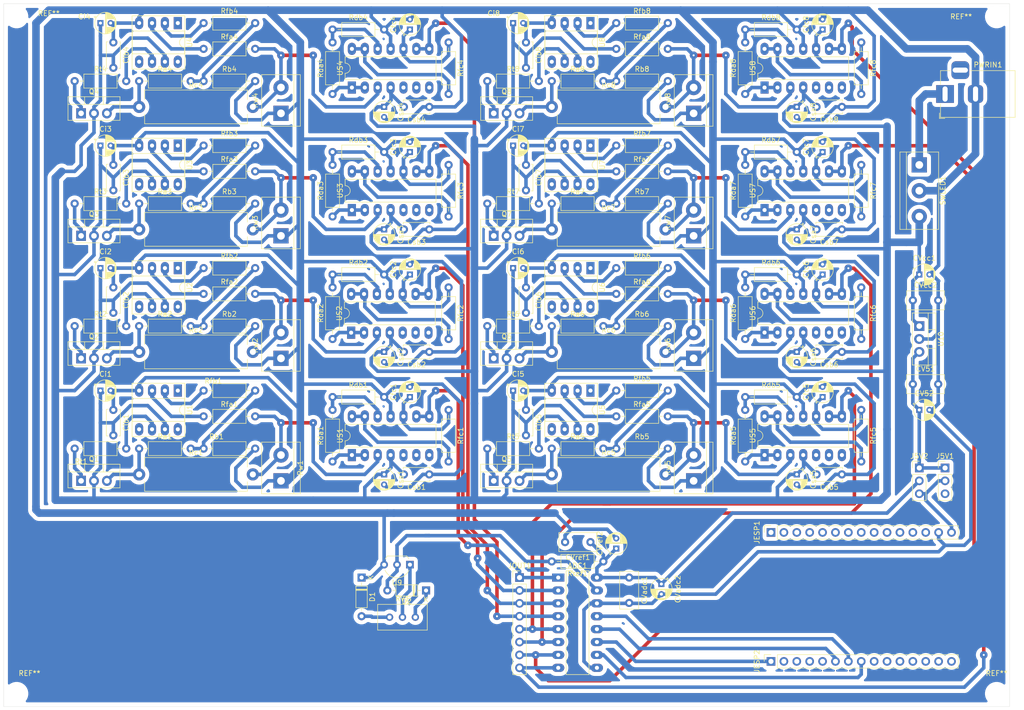
<source format=kicad_pcb>
(kicad_pcb (version 20171130) (host pcbnew 5.1.9)
  (layers (0 F.Cu signal) (31 B.Cu signal) (34 B.Paste user hide) (35 F.Paste user hide) (36 B.SilkS user hide) (37 F.SilkS user) (38 B.Mask user hide) (39 F.Mask user hide) (44 Edge.Cuts user))
  (net 0 "")
  (net 1 "Net-(Q1-Pad3)")
  (net 2 "Net-(Q1-Pad1)")
  (net 3 GND)
  (net 4 VCC)
  (net 5 "Net-(Rfa1-Pad1)")
  (net 6 "Net-(Rfb1-Pad1)")
  (net 7 "Net-(Rt1-Pad2)")
  (net 8 "Net-(Q2-Pad3)")
  (net 9 "Net-(Q2-Pad1)")
  (net 10 "Net-(Q3-Pad3)")
  (net 11 "Net-(Q3-Pad1)")
  (net 12 "Net-(Q4-Pad3)")
  (net 13 "Net-(Q4-Pad1)")
  (net 14 "Net-(Q5-Pad3)")
  (net 15 "Net-(Q5-Pad1)")
  (net 16 "Net-(Q6-Pad3)")
  (net 17 "Net-(Q6-Pad1)")
  (net 18 "Net-(Q7-Pad3)")
  (net 19 "Net-(Q7-Pad1)")
  (net 20 "Net-(Q8-Pad3)")
  (net 21 "Net-(Q8-Pad1)")
  (net 22 "Net-(Ra1-Pad2)")
  (net 23 "Net-(Ra2-Pad2)")
  (net 24 "Net-(Ra3-Pad2)")
  (net 25 "Net-(Ra4-Pad2)")
  (net 26 "Net-(Ra5-Pad2)")
  (net 27 "Net-(Ra6-Pad2)")
  (net 28 "Net-(Ra7-Pad2)")
  (net 29 "Net-(Ra8-Pad2)")
  (net 30 /VOUT1)
  (net 31 "Net-(Rfa2-Pad1)")
  (net 32 "Net-(Rfa3-Pad1)")
  (net 33 "Net-(Rfa4-Pad1)")
  (net 34 "Net-(Rfa5-Pad1)")
  (net 35 "Net-(Rfa6-Pad1)")
  (net 36 "Net-(Rfa7-Pad1)")
  (net 37 "Net-(Rfa8-Pad1)")
  (net 38 "Net-(Rfb2-Pad1)")
  (net 39 "Net-(Rfb3-Pad1)")
  (net 40 "Net-(Rfb4-Pad1)")
  (net 41 "Net-(Rfb5-Pad1)")
  (net 42 "Net-(Rfb6-Pad1)")
  (net 43 "Net-(Rfb7-Pad1)")
  (net 44 "Net-(Rfb8-Pad1)")
  (net 45 "Net-(Rt2-Pad2)")
  (net 46 "Net-(Rt3-Pad2)")
  (net 47 "Net-(Rt4-Pad2)")
  (net 48 "Net-(Rt5-Pad2)")
  (net 49 "Net-(Rt6-Pad2)")
  (net 50 "Net-(Rt7-Pad2)")
  (net 51 "Net-(Rt8-Pad2)")
  (net 52 /VOUT2)
  (net 53 /VOUT3)
  (net 54 /VOUT4)
  (net 55 /VOUT5)
  (net 56 /VOUT6)
  (net 57 /VOUT7)
  (net 58 /VOUT8)
  (net 59 "Net-(Cfc1-Pad1)")
  (net 60 "Net-(Rda1-Pad2)")
  (net 61 "Net-(Rda1-Pad1)")
  (net 62 /V1)
  (net 63 "Net-(Rfc1-Pad2)")
  (net 64 "Net-(Cfc2-Pad1)")
  (net 65 "Net-(Rda2-Pad2)")
  (net 66 "Net-(Rda2-Pad1)")
  (net 67 "Net-(Rfc2-Pad2)")
  (net 68 "Net-(Cfc3-Pad1)")
  (net 69 "Net-(Rda3-Pad2)")
  (net 70 "Net-(Rda3-Pad1)")
  (net 71 "Net-(Rfc3-Pad2)")
  (net 72 /V2)
  (net 73 /V3)
  (net 74 "Net-(Cfc4-Pad1)")
  (net 75 "Net-(Rda4-Pad2)")
  (net 76 "Net-(Rda4-Pad1)")
  (net 77 "Net-(Rfc4-Pad2)")
  (net 78 /V4)
  (net 79 "Net-(Cfc5-Pad1)")
  (net 80 "Net-(Rda5-Pad2)")
  (net 81 "Net-(Rda5-Pad1)")
  (net 82 "Net-(Rfc5-Pad2)")
  (net 83 /V5)
  (net 84 "Net-(Cfc6-Pad1)")
  (net 85 "Net-(Rda6-Pad2)")
  (net 86 "Net-(Rda6-Pad1)")
  (net 87 "Net-(Rfc6-Pad2)")
  (net 88 /V6)
  (net 89 "Net-(Cfc7-Pad1)")
  (net 90 "Net-(Rda7-Pad2)")
  (net 91 "Net-(Rda7-Pad1)")
  (net 92 "Net-(Rfc7-Pad2)")
  (net 93 /V7)
  (net 94 "Net-(Cfc8-Pad1)")
  (net 95 "Net-(Rda8-Pad2)")
  (net 96 "Net-(Rda8-Pad1)")
  (net 97 "Net-(Rfc8-Pad2)")
  (net 98 /V8)
  (net 99 /VDD)
  (net 100 /Vref)
  (net 101 "Net-(ADC1-Pad13)")
  (net 102 "Net-(ADC1-Pad12)")
  (net 103 "Net-(ADC1-Pad11)")
  (net 104 "Net-(ADC1-Pad10)")
  (net 105 /V5V)
  (net 106 "Net-(D1-Pad2)")
  (net 107 "Net-(D2-Pad1)")
  (net 108 /VIN)
  (net 109 /VCCIN)
  (net 110 "Net-(RV1-Pad2)")
  (module MountingHole:MountingHole_3mm (layer F.Cu) (at 233.68 29.21)
    (fp_text reference REF** (at -6.985 0) (layer F.SilkS))
    (fp_text value MountingHole_3mm)
    (pad 1 np_thru_hole circle (at 0 0) (size 3 3) (drill 3) (layers *.Cu *.Mask))
  )
  (module MountingHole:MountingHole_3mm (layer F.Cu) (at 233.68 162.56)
    (fp_text reference REF** (at 0 -4) (layer F.SilkS))
    (fp_text value MountingHole_3mm)
    (pad 1 np_thru_hole circle (at 0 0) (size 3 3) (drill 3) (layers *.Cu *.Mask))
  )
  (module MountingHole:MountingHole_3mm (layer F.Cu) (at 40.64 162.56)
    (fp_text reference REF** (at 2.54 -4) (layer F.SilkS))
    (fp_text value MountingHole_3mm)
    (pad 1 np_thru_hole circle (at 0 0) (size 3 3) (drill 3) (layers *.Cu *.Mask))
  )
  (module MountingHole:MountingHole_3mm (layer F.Cu) (at 40.64 29.21)
    (fp_text reference REF** (at 6.35 -0.635) (layer F.SilkS))
    (fp_text value MountingHole_3mm)
    (pad 1 np_thru_hole circle (at 0 0) (size 3 3) (drill 3) (layers *.Cu *.Mask))
  )
  (module Package_TO_SOT_THT:TO-92L_Inline_Wide (layer F.Cu) (at 118.11 137.16 180)
    (fp_text reference U9 (at 2.54 -3.56) (layer F.SilkS))
    (fp_text value LM336)
    (pad 1 thru_hole rect (at 0 0 180) (size 1.5 1.5) (drill 0.8) (layers *.Cu *.Mask) (net 110 "Net-(RV1-Pad2)"))
    (pad 3 thru_hole circle (at 5.08 0 180) (size 1.5 1.5) (drill 0.8) (layers *.Cu *.Mask) (net 3 GND))
    (pad 2 thru_hole circle (at 2.54 0 180) (size 1.5 1.5) (drill 0.8) (layers *.Cu *.Mask) (net 100 /Vref))
  )
  (module Capacitor_THT:CP_Radial_D4.0mm_P2.00mm (layer F.Cu) (at 158.75 133.985 90)
    (fp_text reference CVref2 (at 1 -3.25 90) (layer F.SilkS))
    (fp_text value 10u)
    (pad 2 thru_hole circle (at 2 0 90) (size 1.2 1.2) (drill 0.6) (layers *.Cu *.Mask) (net 3 GND))
    (pad 1 thru_hole rect (at 0 0 90) (size 1.2 1.2) (drill 0.6) (layers *.Cu *.Mask) (net 99 /VDD))
  )
  (module Capacitor_THT:C_Rect_L7.2mm_W3.5mm_P5.00mm_FKS2_FKP2_MKS2_MKP2 (layer F.Cu) (at 153.67 132.715 180)
    (fp_text reference CVref1 (at 2.5 -3) (layer F.SilkS))
    (fp_text value 100n)
    (pad 2 thru_hole circle (at 5 0 180) (size 1.6 1.6) (drill 0.8) (layers *.Cu *.Mask) (net 3 GND))
    (pad 1 thru_hole circle (at 0 0 180) (size 1.6 1.6) (drill 0.8) (layers *.Cu *.Mask) (net 99 /VDD))
  )
  (module Capacitor_THT:CP_Radial_D4.0mm_P2.00mm (layer F.Cu) (at 167.64 140.97 270)
    (fp_text reference CVadc2 (at 1 -3.25 90) (layer F.SilkS))
    (fp_text value 10u)
    (pad 2 thru_hole circle (at 2 0 270) (size 1.2 1.2) (drill 0.6) (layers *.Cu *.Mask) (net 3 GND))
    (pad 1 thru_hole rect (at 0 0 270) (size 1.2 1.2) (drill 0.6) (layers *.Cu *.Mask) (net 99 /VDD))
  )
  (module Capacitor_THT:C_Rect_L7.2mm_W3.5mm_P5.00mm_FKS2_FKP2_MKS2_MKP2 (layer F.Cu) (at 161.29 139.7 270)
    (fp_text reference CVadc1 (at 2.5 -3 90) (layer F.SilkS))
    (fp_text value 100n)
    (pad 2 thru_hole circle (at 5 0 270) (size 1.6 1.6) (drill 0.8) (layers *.Cu *.Mask) (net 3 GND))
    (pad 1 thru_hole circle (at 0 0 270) (size 1.6 1.6) (drill 0.8) (layers *.Cu *.Mask) (net 99 /VDD))
  )
  (module Package_TO_SOT_THT:TO-220-3_Vertical (layer F.Cu) (at 218.44 90.17 270)
    (fp_text reference U10 (at 2.54 -4.27 90) (layer F.SilkS))
    (fp_text value LM7805_TO220)
    (pad 3 thru_hole oval (at 5.08 0 270) (size 1.905 2) (drill 1.1) (layers *.Cu *.Mask) (net 105 /V5V))
    (pad 2 thru_hole oval (at 2.54 0 270) (size 1.905 2) (drill 1.1) (layers *.Cu *.Mask) (net 3 GND))
    (pad 1 thru_hole rect (at 0 0 270) (size 1.905 2) (drill 1.1) (layers *.Cu *.Mask) (net 4 VCC))
  )
  (module TerminalBlock:TerminalBlock_bornier-3_P5.08mm (layer F.Cu) (at 218.44 58.42 270)
    (fp_text reference SWLED1 (at 5.05 -4.65 90) (layer F.SilkS))
    (fp_text value Conn_01x03)
    (pad 3 thru_hole circle (at 10.16 0 270) (size 3 3) (drill 1.52) (layers *.Cu *.Mask) (net 4 VCC))
    (pad 2 thru_hole circle (at 5.08 0 270) (size 3 3) (drill 1.52) (layers *.Cu *.Mask) (net 3 GND))
    (pad 1 thru_hole rect (at 0 0 270) (size 3 3) (drill 1.52) (layers *.Cu *.Mask) (net 109 /VCCIN))
  )
  (module Potentiometer_THT:Potentiometer_Bourns_3296W_Vertical (layer F.Cu) (at 119.18 147.51)
    (fp_text reference RV1 (at -2.54 -3.66) (layer F.SilkS))
    (fp_text value R_POT)
    (pad 3 thru_hole circle (at -5.08 0) (size 1.44 1.44) (drill 0.8) (layers *.Cu *.Mask) (net 106 "Net-(D1-Pad2)"))
    (pad 2 thru_hole circle (at -2.54 0) (size 1.44 1.44) (drill 0.8) (layers *.Cu *.Mask) (net 110 "Net-(RV1-Pad2)"))
    (pad 1 thru_hole circle (at 0 0) (size 1.44 1.44) (drill 0.8) (layers *.Cu *.Mask) (net 107 "Net-(D2-Pad1)"))
  )
  (module Resistor_THT:R_Axial_DIN0207_L6.3mm_D2.5mm_P10.16mm_Horizontal (layer F.Cu) (at 156.21 136.525 180)
    (fp_text reference Rref1 (at 5.08 -2.37) (layer F.SilkS))
    (fp_text value 2.5k)
    (pad 2 thru_hole oval (at 10.16 0 180) (size 1.6 1.6) (drill 0.8) (layers *.Cu *.Mask) (net 100 /Vref))
    (pad 1 thru_hole circle (at 0 0 180) (size 1.6 1.6) (drill 0.8) (layers *.Cu *.Mask) (net 99 /VDD))
  )
  (module Connector_BarrelJack:BarrelJack_Horizontal (layer F.Cu) (at 223.52 44.45 180)
    (fp_text reference PWRIN1 (at -8.45 5.75) (layer F.SilkS))
    (fp_text value Barrel_Jack_MountingPin)
    (pad 3 thru_hole roundrect (at -3 4.7 180) (size 3.5 3.5) (drill oval 3 1) (layers *.Cu *.Mask))
    (pad 2 thru_hole roundrect (at -6 0 180) (size 3 3.5) (drill oval 1 3) (layers *.Cu *.Mask) (net 3 GND))
    (pad 1 thru_hole rect (at 0 0 180) (size 3.5 3.5) (drill oval 1 3) (layers *.Cu *.Mask) (net 109 /VCCIN))
  )
  (module Connector_PinSocket_2.54mm:PinSocket_1x15_P2.54mm_Vertical (layer F.Cu) (at 189.23 156.21 90)
    (fp_text reference JESP2 (at 0 -2.77 90) (layer F.SilkS))
    (fp_text value Conn_01x15_Female)
    (pad 15 thru_hole oval (at 0 35.56 90) (size 1.7 1.7) (drill 1) (layers *.Cu *.Mask))
    (pad 14 thru_hole oval (at 0 33.02 90) (size 1.7 1.7) (drill 1) (layers *.Cu *.Mask))
    (pad 13 thru_hole oval (at 0 30.48 90) (size 1.7 1.7) (drill 1) (layers *.Cu *.Mask))
    (pad 12 thru_hole oval (at 0 27.94 90) (size 1.7 1.7) (drill 1) (layers *.Cu *.Mask))
    (pad 11 thru_hole oval (at 0 25.4 90) (size 1.7 1.7) (drill 1) (layers *.Cu *.Mask))
    (pad 10 thru_hole oval (at 0 22.86 90) (size 1.7 1.7) (drill 1) (layers *.Cu *.Mask))
    (pad 9 thru_hole oval (at 0 20.32 90) (size 1.7 1.7) (drill 1) (layers *.Cu *.Mask))
    (pad 8 thru_hole oval (at 0 17.78 90) (size 1.7 1.7) (drill 1) (layers *.Cu *.Mask) (net 104 "Net-(ADC1-Pad10)"))
    (pad 7 thru_hole oval (at 0 15.24 90) (size 1.7 1.7) (drill 1) (layers *.Cu *.Mask) (net 101 "Net-(ADC1-Pad13)"))
    (pad 6 thru_hole oval (at 0 12.7 90) (size 1.7 1.7) (drill 1) (layers *.Cu *.Mask) (net 102 "Net-(ADC1-Pad12)"))
    (pad 5 thru_hole oval (at 0 10.16 90) (size 1.7 1.7) (drill 1) (layers *.Cu *.Mask))
    (pad 4 thru_hole oval (at 0 7.62 90) (size 1.7 1.7) (drill 1) (layers *.Cu *.Mask))
    (pad 3 thru_hole oval (at 0 5.08 90) (size 1.7 1.7) (drill 1) (layers *.Cu *.Mask))
    (pad 2 thru_hole oval (at 0 2.54 90) (size 1.7 1.7) (drill 1) (layers *.Cu *.Mask))
    (pad 1 thru_hole rect (at 0 0 90) (size 1.7 1.7) (drill 1) (layers *.Cu *.Mask) (net 103 "Net-(ADC1-Pad11)"))
  )
  (module Connector_PinSocket_2.54mm:PinSocket_1x15_P2.54mm_Vertical (layer F.Cu) (at 189.23 130.81 90)
    (fp_text reference JESP1 (at 0 -2.77 90) (layer F.SilkS))
    (fp_text value Conn_01x15_Female)
    (pad 15 thru_hole oval (at 0 35.56 90) (size 1.7 1.7) (drill 1) (layers *.Cu *.Mask) (net 108 /VIN))
    (pad 14 thru_hole oval (at 0 33.02 90) (size 1.7 1.7) (drill 1) (layers *.Cu *.Mask) (net 3 GND))
    (pad 13 thru_hole oval (at 0 30.48 90) (size 1.7 1.7) (drill 1) (layers *.Cu *.Mask))
    (pad 12 thru_hole oval (at 0 27.94 90) (size 1.7 1.7) (drill 1) (layers *.Cu *.Mask))
    (pad 11 thru_hole oval (at 0 25.4 90) (size 1.7 1.7) (drill 1) (layers *.Cu *.Mask))
    (pad 10 thru_hole oval (at 0 22.86 90) (size 1.7 1.7) (drill 1) (layers *.Cu *.Mask))
    (pad 9 thru_hole oval (at 0 20.32 90) (size 1.7 1.7) (drill 1) (layers *.Cu *.Mask))
    (pad 8 thru_hole oval (at 0 17.78 90) (size 1.7 1.7) (drill 1) (layers *.Cu *.Mask))
    (pad 7 thru_hole oval (at 0 15.24 90) (size 1.7 1.7) (drill 1) (layers *.Cu *.Mask))
    (pad 6 thru_hole oval (at 0 12.7 90) (size 1.7 1.7) (drill 1) (layers *.Cu *.Mask))
    (pad 5 thru_hole oval (at 0 10.16 90) (size 1.7 1.7) (drill 1) (layers *.Cu *.Mask))
    (pad 4 thru_hole oval (at 0 7.62 90) (size 1.7 1.7) (drill 1) (layers *.Cu *.Mask))
    (pad 3 thru_hole oval (at 0 5.08 90) (size 1.7 1.7) (drill 1) (layers *.Cu *.Mask))
    (pad 2 thru_hole oval (at 0 2.54 90) (size 1.7 1.7) (drill 1) (layers *.Cu *.Mask))
    (pad 1 thru_hole rect (at 0 0 90) (size 1.7 1.7) (drill 1) (layers *.Cu *.Mask))
  )
  (module Connector_PinHeader_2.54mm:PinHeader_1x03_P2.54mm_Vertical (layer F.Cu) (at 218.44 118.11)
    (fp_text reference J5V2 (at 0 -2.33) (layer F.SilkS))
    (fp_text value Conn_01x03)
    (pad 3 thru_hole oval (at 0 5.08) (size 1.7 1.7) (drill 1) (layers *.Cu *.Mask) (net 108 /VIN))
    (pad 2 thru_hole oval (at 0 2.54) (size 1.7 1.7) (drill 1) (layers *.Cu *.Mask) (net 99 /VDD))
    (pad 1 thru_hole rect (at 0 0) (size 1.7 1.7) (drill 1) (layers *.Cu *.Mask) (net 105 /V5V))
  )
  (module Connector_PinHeader_2.54mm:PinHeader_1x03_P2.54mm_Vertical (layer F.Cu) (at 223.52 118.11)
    (fp_text reference J5V1 (at 0 -2.33) (layer F.SilkS))
    (fp_text value Conn_01x03)
    (pad 3 thru_hole oval (at 0 5.08) (size 1.7 1.7) (drill 1) (layers *.Cu *.Mask))
    (pad 2 thru_hole oval (at 0 2.54) (size 1.7 1.7) (drill 1) (layers *.Cu *.Mask) (net 108 /VIN))
    (pad 1 thru_hole rect (at 0 0) (size 1.7 1.7) (drill 1) (layers *.Cu *.Mask) (net 105 /V5V))
  )
  (module Diode_THT:D_DO-35_SOD27_P7.62mm_Horizontal (layer F.Cu) (at 121.285 142.24 180)
    (fp_text reference D2 (at 3.81 -2.12) (layer F.SilkS))
    (fp_text value 1N4148)
    (fp_text user K (at 0 -1.8) (layer F.SilkS))
    (pad 2 thru_hole oval (at 7.62 0 180) (size 1.6 1.6) (drill 0.8) (layers *.Cu *.Mask) (net 100 /Vref))
    (pad 1 thru_hole rect (at 0 0 180) (size 1.6 1.6) (drill 0.8) (layers *.Cu *.Mask) (net 107 "Net-(D2-Pad1)"))
  )
  (module Diode_THT:D_DO-35_SOD27_P7.62mm_Horizontal (layer F.Cu) (at 108.585 139.7 270)
    (fp_text reference D1 (at 3.81 -2.12 90) (layer F.SilkS))
    (fp_text value 1N4148)
    (fp_text user K (at 0 -1.8 90) (layer F.SilkS))
    (pad 2 thru_hole oval (at 7.62 0 270) (size 1.6 1.6) (drill 0.8) (layers *.Cu *.Mask) (net 106 "Net-(D1-Pad2)"))
    (pad 1 thru_hole rect (at 0 0 270) (size 1.6 1.6) (drill 0.8) (layers *.Cu *.Mask) (net 3 GND))
  )
  (module Capacitor_THT:C_Rect_L7.2mm_W3.5mm_P5.00mm_FKS2_FKP2_MKS2_MKP2 (layer F.Cu) (at 217.17 85.09)
    (fp_text reference CVcc2 (at 2.5 -3) (layer F.SilkS))
    (fp_text value 100n)
    (pad 2 thru_hole circle (at 5 0) (size 1.6 1.6) (drill 0.8) (layers *.Cu *.Mask) (net 3 GND))
    (pad 1 thru_hole circle (at 0 0) (size 1.6 1.6) (drill 0.8) (layers *.Cu *.Mask) (net 4 VCC))
  )
  (module Capacitor_THT:CP_Radial_D4.0mm_P2.00mm (layer F.Cu) (at 218.44 80.01)
    (fp_text reference CVcc1 (at 1 -3.25) (layer F.SilkS))
    (fp_text value 10u)
    (pad 2 thru_hole circle (at 2 0) (size 1.2 1.2) (drill 0.6) (layers *.Cu *.Mask) (net 3 GND))
    (pad 1 thru_hole rect (at 0 0) (size 1.2 1.2) (drill 0.6) (layers *.Cu *.Mask) (net 4 VCC))
  )
  (module Capacitor_THT:CP_Radial_D4.0mm_P2.00mm (layer F.Cu) (at 218.44 106.68)
    (fp_text reference CV52 (at 1 -3.25) (layer F.SilkS))
    (fp_text value 10u)
    (pad 2 thru_hole circle (at 2 0) (size 1.2 1.2) (drill 0.6) (layers *.Cu *.Mask) (net 3 GND))
    (pad 1 thru_hole rect (at 0 0) (size 1.2 1.2) (drill 0.6) (layers *.Cu *.Mask) (net 105 /V5V))
  )
  (module Capacitor_THT:C_Rect_L7.2mm_W3.5mm_P5.00mm_FKS2_FKP2_MKS2_MKP2 (layer F.Cu) (at 217.17 101.6)
    (fp_text reference CV51 (at 2.5 -3) (layer F.SilkS))
    (fp_text value 100n)
    (pad 2 thru_hole circle (at 5 0) (size 1.6 1.6) (drill 0.8) (layers *.Cu *.Mask) (net 3 GND))
    (pad 1 thru_hole circle (at 0 0) (size 1.6 1.6) (drill 0.8) (layers *.Cu *.Mask) (net 105 /V5V))
  )
  (module Package_DIP:DIP-16_W7.62mm_LongPads (layer F.Cu) (at 147.32 139.7)
    (fp_text reference ADC1 (at 3.81 -2.33) (layer F.SilkS))
    (fp_text value MCP3208)
    (pad 16 thru_hole oval (at 7.62 0) (size 2.4 1.6) (drill 0.8) (layers *.Cu *.Mask) (net 99 /VDD))
    (pad 8 thru_hole oval (at 0 17.78) (size 2.4 1.6) (drill 0.8) (layers *.Cu *.Mask) (net 98 /V8))
    (pad 15 thru_hole oval (at 7.62 2.54) (size 2.4 1.6) (drill 0.8) (layers *.Cu *.Mask) (net 100 /Vref))
    (pad 7 thru_hole oval (at 0 15.24) (size 2.4 1.6) (drill 0.8) (layers *.Cu *.Mask) (net 93 /V7))
    (pad 14 thru_hole oval (at 7.62 5.08) (size 2.4 1.6) (drill 0.8) (layers *.Cu *.Mask) (net 3 GND))
    (pad 6 thru_hole oval (at 0 12.7) (size 2.4 1.6) (drill 0.8) (layers *.Cu *.Mask) (net 88 /V6))
    (pad 13 thru_hole oval (at 7.62 7.62) (size 2.4 1.6) (drill 0.8) (layers *.Cu *.Mask) (net 101 "Net-(ADC1-Pad13)"))
    (pad 5 thru_hole oval (at 0 10.16) (size 2.4 1.6) (drill 0.8) (layers *.Cu *.Mask) (net 83 /V5))
    (pad 12 thru_hole oval (at 7.62 10.16) (size 2.4 1.6) (drill 0.8) (layers *.Cu *.Mask) (net 102 "Net-(ADC1-Pad12)"))
    (pad 4 thru_hole oval (at 0 7.62) (size 2.4 1.6) (drill 0.8) (layers *.Cu *.Mask) (net 78 /V4))
    (pad 11 thru_hole oval (at 7.62 12.7) (size 2.4 1.6) (drill 0.8) (layers *.Cu *.Mask) (net 103 "Net-(ADC1-Pad11)"))
    (pad 3 thru_hole oval (at 0 5.08) (size 2.4 1.6) (drill 0.8) (layers *.Cu *.Mask) (net 73 /V3))
    (pad 10 thru_hole oval (at 7.62 15.24) (size 2.4 1.6) (drill 0.8) (layers *.Cu *.Mask) (net 104 "Net-(ADC1-Pad10)"))
    (pad 2 thru_hole oval (at 0 2.54) (size 2.4 1.6) (drill 0.8) (layers *.Cu *.Mask) (net 72 /V2))
    (pad 9 thru_hole oval (at 7.62 17.78) (size 2.4 1.6) (drill 0.8) (layers *.Cu *.Mask) (net 3 GND))
    (pad 1 thru_hole rect (at 0 0) (size 2.4 1.6) (drill 0.8) (layers *.Cu *.Mask) (net 62 /V1))
  )
  (module Connector_PinHeader_2.54mm:PinHeader_1x08_P2.54mm_Vertical (layer F.Cu) (at 139.7 139.7)
    (fp_text reference JOUT1 (at 0 -2.33) (layer F.SilkS))
    (fp_text value Conn_01x08)
    (pad 8 thru_hole oval (at 0 17.78) (size 1.7 1.7) (drill 1) (layers *.Cu *.Mask) (net 98 /V8))
    (pad 7 thru_hole oval (at 0 15.24) (size 1.7 1.7) (drill 1) (layers *.Cu *.Mask) (net 93 /V7))
    (pad 6 thru_hole oval (at 0 12.7) (size 1.7 1.7) (drill 1) (layers *.Cu *.Mask) (net 88 /V6))
    (pad 5 thru_hole oval (at 0 10.16) (size 1.7 1.7) (drill 1) (layers *.Cu *.Mask) (net 83 /V5))
    (pad 4 thru_hole oval (at 0 7.62) (size 1.7 1.7) (drill 1) (layers *.Cu *.Mask) (net 78 /V4))
    (pad 3 thru_hole oval (at 0 5.08) (size 1.7 1.7) (drill 1) (layers *.Cu *.Mask) (net 73 /V3))
    (pad 2 thru_hole oval (at 0 2.54) (size 1.7 1.7) (drill 1) (layers *.Cu *.Mask) (net 72 /V2))
    (pad 1 thru_hole rect (at 0 0) (size 1.7 1.7) (drill 1) (layers *.Cu *.Mask) (net 62 /V1))
  )
  (module Package_DIP:DIP-14_W7.62mm_LongPads (layer F.Cu) (at 187.96 43.18 90)
    (fp_text reference US8 (at 3.81 -2.33 90) (layer F.SilkS))
    (fp_text value LM324)
    (pad 14 thru_hole oval (at 7.62 0 90) (size 2.4 1.6) (drill 0.8) (layers *.Cu *.Mask) (net 97 "Net-(Rfc8-Pad2)"))
    (pad 7 thru_hole oval (at 0 15.24 90) (size 2.4 1.6) (drill 0.8) (layers *.Cu *.Mask))
    (pad 13 thru_hole oval (at 7.62 2.54 90) (size 2.4 1.6) (drill 0.8) (layers *.Cu *.Mask) (net 97 "Net-(Rfc8-Pad2)"))
    (pad 6 thru_hole oval (at 0 12.7 90) (size 2.4 1.6) (drill 0.8) (layers *.Cu *.Mask))
    (pad 12 thru_hole oval (at 7.62 5.08 90) (size 2.4 1.6) (drill 0.8) (layers *.Cu *.Mask) (net 95 "Net-(Rda8-Pad2)"))
    (pad 5 thru_hole oval (at 0 10.16 90) (size 2.4 1.6) (drill 0.8) (layers *.Cu *.Mask))
    (pad 11 thru_hole oval (at 7.62 7.62 90) (size 2.4 1.6) (drill 0.8) (layers *.Cu *.Mask) (net 3 GND))
    (pad 4 thru_hole oval (at 0 7.62 90) (size 2.4 1.6) (drill 0.8) (layers *.Cu *.Mask) (net 4 VCC))
    (pad 10 thru_hole oval (at 7.62 10.16 90) (size 2.4 1.6) (drill 0.8) (layers *.Cu *.Mask) (net 94 "Net-(Cfc8-Pad1)"))
    (pad 3 thru_hole oval (at 0 5.08 90) (size 2.4 1.6) (drill 0.8) (layers *.Cu *.Mask) (net 58 /VOUT8))
    (pad 9 thru_hole oval (at 7.62 12.7 90) (size 2.4 1.6) (drill 0.8) (layers *.Cu *.Mask) (net 98 /V8))
    (pad 2 thru_hole oval (at 0 2.54 90) (size 2.4 1.6) (drill 0.8) (layers *.Cu *.Mask) (net 96 "Net-(Rda8-Pad1)"))
    (pad 8 thru_hole oval (at 7.62 15.24 90) (size 2.4 1.6) (drill 0.8) (layers *.Cu *.Mask) (net 98 /V8))
    (pad 1 thru_hole rect (at 0 0 90) (size 2.4 1.6) (drill 0.8) (layers *.Cu *.Mask) (net 96 "Net-(Rda8-Pad1)"))
  )
  (module Resistor_THT:R_Axial_DIN0207_L6.3mm_D2.5mm_P10.16mm_Horizontal (layer F.Cu) (at 207.01 34.29 270)
    (fp_text reference Rfc8 (at 5.08 -2.37 90) (layer F.SilkS))
    (fp_text value 47k)
    (pad 2 thru_hole oval (at 10.16 0 270) (size 1.6 1.6) (drill 0.8) (layers *.Cu *.Mask) (net 97 "Net-(Rfc8-Pad2)"))
    (pad 1 thru_hole circle (at 0 0 270) (size 1.6 1.6) (drill 0.8) (layers *.Cu *.Mask) (net 94 "Net-(Cfc8-Pad1)"))
  )
  (module Resistor_THT:R_Axial_DIN0207_L6.3mm_D2.5mm_P10.16mm_Horizontal (layer F.Cu) (at 184.15 31.75)
    (fp_text reference Rdb8 (at 5.08 -2.37) (layer F.SilkS))
    (fp_text value 20k)
    (pad 2 thru_hole oval (at 10.16 0) (size 1.6 1.6) (drill 0.8) (layers *.Cu *.Mask) (net 3 GND))
    (pad 1 thru_hole circle (at 0 0) (size 1.6 1.6) (drill 0.8) (layers *.Cu *.Mask) (net 95 "Net-(Rda8-Pad2)"))
  )
  (module Resistor_THT:R_Axial_DIN0207_L6.3mm_D2.5mm_P10.16mm_Horizontal (layer F.Cu) (at 184.15 44.45 90)
    (fp_text reference Rda8 (at 5.08 -2.37 90) (layer F.SilkS))
    (fp_text value 100k)
    (pad 2 thru_hole oval (at 10.16 0 90) (size 1.6 1.6) (drill 0.8) (layers *.Cu *.Mask) (net 95 "Net-(Rda8-Pad2)"))
    (pad 1 thru_hole circle (at 0 0 90) (size 1.6 1.6) (drill 0.8) (layers *.Cu *.Mask) (net 96 "Net-(Rda8-Pad1)"))
  )
  (module Capacitor_THT:C_Disc_D5.0mm_W2.5mm_P5.00mm (layer F.Cu) (at 203.2 46.99 180)
    (fp_text reference Csb8 (at 2.5 -2.5) (layer F.SilkS))
    (fp_text value 100n)
    (pad 2 thru_hole circle (at 5 0 180) (size 1.6 1.6) (drill 0.8) (layers *.Cu *.Mask) (net 4 VCC))
    (pad 1 thru_hole circle (at 0 0 180) (size 1.6 1.6) (drill 0.8) (layers *.Cu *.Mask) (net 3 GND))
  )
  (module Capacitor_THT:CP_Radial_D4.0mm_P2.00mm (layer F.Cu) (at 194.31 46.99 270)
    (fp_text reference Csa8 (at 1 -3.25 90) (layer F.SilkS))
    (fp_text value 1u)
    (pad 2 thru_hole circle (at 2 0 270) (size 1.2 1.2) (drill 0.6) (layers *.Cu *.Mask) (net 3 GND))
    (pad 1 thru_hole rect (at 0 0 270) (size 1.2 1.2) (drill 0.6) (layers *.Cu *.Mask) (net 4 VCC))
  )
  (module Capacitor_THT:CP_Radial_D4.0mm_P2.00mm (layer F.Cu) (at 199.39 31.75 90)
    (fp_text reference Cfc8 (at 1 -3.25 90) (layer F.SilkS))
    (fp_text value 10u)
    (pad 2 thru_hole circle (at 2 0 90) (size 1.2 1.2) (drill 0.6) (layers *.Cu *.Mask) (net 3 GND))
    (pad 1 thru_hole rect (at 0 0 90) (size 1.2 1.2) (drill 0.6) (layers *.Cu *.Mask) (net 94 "Net-(Cfc8-Pad1)"))
  )
  (module Package_DIP:DIP-14_W7.62mm_LongPads (layer F.Cu) (at 187.96 67.31 90)
    (fp_text reference US7 (at 3.81 -2.33 90) (layer F.SilkS))
    (fp_text value LM324)
    (pad 14 thru_hole oval (at 7.62 0 90) (size 2.4 1.6) (drill 0.8) (layers *.Cu *.Mask) (net 92 "Net-(Rfc7-Pad2)"))
    (pad 7 thru_hole oval (at 0 15.24 90) (size 2.4 1.6) (drill 0.8) (layers *.Cu *.Mask))
    (pad 13 thru_hole oval (at 7.62 2.54 90) (size 2.4 1.6) (drill 0.8) (layers *.Cu *.Mask) (net 92 "Net-(Rfc7-Pad2)"))
    (pad 6 thru_hole oval (at 0 12.7 90) (size 2.4 1.6) (drill 0.8) (layers *.Cu *.Mask))
    (pad 12 thru_hole oval (at 7.62 5.08 90) (size 2.4 1.6) (drill 0.8) (layers *.Cu *.Mask) (net 90 "Net-(Rda7-Pad2)"))
    (pad 5 thru_hole oval (at 0 10.16 90) (size 2.4 1.6) (drill 0.8) (layers *.Cu *.Mask))
    (pad 11 thru_hole oval (at 7.62 7.62 90) (size 2.4 1.6) (drill 0.8) (layers *.Cu *.Mask) (net 3 GND))
    (pad 4 thru_hole oval (at 0 7.62 90) (size 2.4 1.6) (drill 0.8) (layers *.Cu *.Mask) (net 4 VCC))
    (pad 10 thru_hole oval (at 7.62 10.16 90) (size 2.4 1.6) (drill 0.8) (layers *.Cu *.Mask) (net 89 "Net-(Cfc7-Pad1)"))
    (pad 3 thru_hole oval (at 0 5.08 90) (size 2.4 1.6) (drill 0.8) (layers *.Cu *.Mask) (net 57 /VOUT7))
    (pad 9 thru_hole oval (at 7.62 12.7 90) (size 2.4 1.6) (drill 0.8) (layers *.Cu *.Mask) (net 93 /V7))
    (pad 2 thru_hole oval (at 0 2.54 90) (size 2.4 1.6) (drill 0.8) (layers *.Cu *.Mask) (net 91 "Net-(Rda7-Pad1)"))
    (pad 8 thru_hole oval (at 7.62 15.24 90) (size 2.4 1.6) (drill 0.8) (layers *.Cu *.Mask) (net 93 /V7))
    (pad 1 thru_hole rect (at 0 0 90) (size 2.4 1.6) (drill 0.8) (layers *.Cu *.Mask) (net 91 "Net-(Rda7-Pad1)"))
  )
  (module Resistor_THT:R_Axial_DIN0207_L6.3mm_D2.5mm_P10.16mm_Horizontal (layer F.Cu) (at 207.01 58.42 270)
    (fp_text reference Rfc7 (at 5.08 -2.37 90) (layer F.SilkS))
    (fp_text value 47k)
    (pad 2 thru_hole oval (at 10.16 0 270) (size 1.6 1.6) (drill 0.8) (layers *.Cu *.Mask) (net 92 "Net-(Rfc7-Pad2)"))
    (pad 1 thru_hole circle (at 0 0 270) (size 1.6 1.6) (drill 0.8) (layers *.Cu *.Mask) (net 89 "Net-(Cfc7-Pad1)"))
  )
  (module Resistor_THT:R_Axial_DIN0207_L6.3mm_D2.5mm_P10.16mm_Horizontal (layer F.Cu) (at 184.15 55.88)
    (fp_text reference Rdb7 (at 5.08 -2.37) (layer F.SilkS))
    (fp_text value 20k)
    (pad 2 thru_hole oval (at 10.16 0) (size 1.6 1.6) (drill 0.8) (layers *.Cu *.Mask) (net 3 GND))
    (pad 1 thru_hole circle (at 0 0) (size 1.6 1.6) (drill 0.8) (layers *.Cu *.Mask) (net 90 "Net-(Rda7-Pad2)"))
  )
  (module Resistor_THT:R_Axial_DIN0207_L6.3mm_D2.5mm_P10.16mm_Horizontal (layer F.Cu) (at 184.15 68.58 90)
    (fp_text reference Rda7 (at 5.08 -2.37 90) (layer F.SilkS))
    (fp_text value 100k)
    (pad 2 thru_hole oval (at 10.16 0 90) (size 1.6 1.6) (drill 0.8) (layers *.Cu *.Mask) (net 90 "Net-(Rda7-Pad2)"))
    (pad 1 thru_hole circle (at 0 0 90) (size 1.6 1.6) (drill 0.8) (layers *.Cu *.Mask) (net 91 "Net-(Rda7-Pad1)"))
  )
  (module Capacitor_THT:C_Disc_D5.0mm_W2.5mm_P5.00mm (layer F.Cu) (at 203.2 71.12 180)
    (fp_text reference Csb7 (at 2.5 -2.5) (layer F.SilkS))
    (fp_text value 100n)
    (pad 2 thru_hole circle (at 5 0 180) (size 1.6 1.6) (drill 0.8) (layers *.Cu *.Mask) (net 4 VCC))
    (pad 1 thru_hole circle (at 0 0 180) (size 1.6 1.6) (drill 0.8) (layers *.Cu *.Mask) (net 3 GND))
  )
  (module Capacitor_THT:CP_Radial_D4.0mm_P2.00mm (layer F.Cu) (at 194.31 71.12 270)
    (fp_text reference Csa7 (at 1 -3.25 90) (layer F.SilkS))
    (fp_text value 1u)
    (pad 2 thru_hole circle (at 2 0 270) (size 1.2 1.2) (drill 0.6) (layers *.Cu *.Mask) (net 3 GND))
    (pad 1 thru_hole rect (at 0 0 270) (size 1.2 1.2) (drill 0.6) (layers *.Cu *.Mask) (net 4 VCC))
  )
  (module Capacitor_THT:CP_Radial_D4.0mm_P2.00mm (layer F.Cu) (at 199.39 55.88 90)
    (fp_text reference Cfc7 (at 1 -3.25 90) (layer F.SilkS))
    (fp_text value 10u)
    (pad 2 thru_hole circle (at 2 0 90) (size 1.2 1.2) (drill 0.6) (layers *.Cu *.Mask) (net 3 GND))
    (pad 1 thru_hole rect (at 0 0 90) (size 1.2 1.2) (drill 0.6) (layers *.Cu *.Mask) (net 89 "Net-(Cfc7-Pad1)"))
  )
  (module Package_DIP:DIP-14_W7.62mm_LongPads (layer F.Cu) (at 187.96 91.44 90)
    (fp_text reference US6 (at 3.81 -2.33 90) (layer F.SilkS))
    (fp_text value LM324)
    (pad 14 thru_hole oval (at 7.62 0 90) (size 2.4 1.6) (drill 0.8) (layers *.Cu *.Mask) (net 87 "Net-(Rfc6-Pad2)"))
    (pad 7 thru_hole oval (at 0 15.24 90) (size 2.4 1.6) (drill 0.8) (layers *.Cu *.Mask))
    (pad 13 thru_hole oval (at 7.62 2.54 90) (size 2.4 1.6) (drill 0.8) (layers *.Cu *.Mask) (net 87 "Net-(Rfc6-Pad2)"))
    (pad 6 thru_hole oval (at 0 12.7 90) (size 2.4 1.6) (drill 0.8) (layers *.Cu *.Mask))
    (pad 12 thru_hole oval (at 7.62 5.08 90) (size 2.4 1.6) (drill 0.8) (layers *.Cu *.Mask) (net 85 "Net-(Rda6-Pad2)"))
    (pad 5 thru_hole oval (at 0 10.16 90) (size 2.4 1.6) (drill 0.8) (layers *.Cu *.Mask))
    (pad 11 thru_hole oval (at 7.62 7.62 90) (size 2.4 1.6) (drill 0.8) (layers *.Cu *.Mask) (net 3 GND))
    (pad 4 thru_hole oval (at 0 7.62 90) (size 2.4 1.6) (drill 0.8) (layers *.Cu *.Mask) (net 4 VCC))
    (pad 10 thru_hole oval (at 7.62 10.16 90) (size 2.4 1.6) (drill 0.8) (layers *.Cu *.Mask) (net 84 "Net-(Cfc6-Pad1)"))
    (pad 3 thru_hole oval (at 0 5.08 90) (size 2.4 1.6) (drill 0.8) (layers *.Cu *.Mask) (net 56 /VOUT6))
    (pad 9 thru_hole oval (at 7.62 12.7 90) (size 2.4 1.6) (drill 0.8) (layers *.Cu *.Mask) (net 88 /V6))
    (pad 2 thru_hole oval (at 0 2.54 90) (size 2.4 1.6) (drill 0.8) (layers *.Cu *.Mask) (net 86 "Net-(Rda6-Pad1)"))
    (pad 8 thru_hole oval (at 7.62 15.24 90) (size 2.4 1.6) (drill 0.8) (layers *.Cu *.Mask) (net 88 /V6))
    (pad 1 thru_hole rect (at 0 0 90) (size 2.4 1.6) (drill 0.8) (layers *.Cu *.Mask) (net 86 "Net-(Rda6-Pad1)"))
  )
  (module Resistor_THT:R_Axial_DIN0207_L6.3mm_D2.5mm_P10.16mm_Horizontal (layer F.Cu) (at 207.01 82.55 270)
    (fp_text reference Rfc6 (at 5.08 -2.37 90) (layer F.SilkS))
    (fp_text value 47k)
    (pad 2 thru_hole oval (at 10.16 0 270) (size 1.6 1.6) (drill 0.8) (layers *.Cu *.Mask) (net 87 "Net-(Rfc6-Pad2)"))
    (pad 1 thru_hole circle (at 0 0 270) (size 1.6 1.6) (drill 0.8) (layers *.Cu *.Mask) (net 84 "Net-(Cfc6-Pad1)"))
  )
  (module Resistor_THT:R_Axial_DIN0207_L6.3mm_D2.5mm_P10.16mm_Horizontal (layer F.Cu) (at 184.15 80.01)
    (fp_text reference Rdb6 (at 5.08 -2.37) (layer F.SilkS))
    (fp_text value 20k)
    (pad 2 thru_hole oval (at 10.16 0) (size 1.6 1.6) (drill 0.8) (layers *.Cu *.Mask) (net 3 GND))
    (pad 1 thru_hole circle (at 0 0) (size 1.6 1.6) (drill 0.8) (layers *.Cu *.Mask) (net 85 "Net-(Rda6-Pad2)"))
  )
  (module Resistor_THT:R_Axial_DIN0207_L6.3mm_D2.5mm_P10.16mm_Horizontal (layer F.Cu) (at 184.15 92.71 90)
    (fp_text reference Rda6 (at 5.08 -2.37 90) (layer F.SilkS))
    (fp_text value 100k)
    (pad 2 thru_hole oval (at 10.16 0 90) (size 1.6 1.6) (drill 0.8) (layers *.Cu *.Mask) (net 85 "Net-(Rda6-Pad2)"))
    (pad 1 thru_hole circle (at 0 0 90) (size 1.6 1.6) (drill 0.8) (layers *.Cu *.Mask) (net 86 "Net-(Rda6-Pad1)"))
  )
  (module Capacitor_THT:C_Disc_D5.0mm_W2.5mm_P5.00mm (layer F.Cu) (at 203.2 95.25 180)
    (fp_text reference Csb6 (at 2.5 -2.5) (layer F.SilkS))
    (fp_text value 100n)
    (pad 2 thru_hole circle (at 5 0 180) (size 1.6 1.6) (drill 0.8) (layers *.Cu *.Mask) (net 4 VCC))
    (pad 1 thru_hole circle (at 0 0 180) (size 1.6 1.6) (drill 0.8) (layers *.Cu *.Mask) (net 3 GND))
  )
  (module Capacitor_THT:CP_Radial_D4.0mm_P2.00mm (layer F.Cu) (at 194.31 95.25 270)
    (fp_text reference Csa6 (at 1 -3.25 90) (layer F.SilkS))
    (fp_text value 1u)
    (pad 2 thru_hole circle (at 2 0 270) (size 1.2 1.2) (drill 0.6) (layers *.Cu *.Mask) (net 3 GND))
    (pad 1 thru_hole rect (at 0 0 270) (size 1.2 1.2) (drill 0.6) (layers *.Cu *.Mask) (net 4 VCC))
  )
  (module Capacitor_THT:CP_Radial_D4.0mm_P2.00mm (layer F.Cu) (at 199.39 80.01 90)
    (fp_text reference Cfc6 (at 1 -3.25 90) (layer F.SilkS))
    (fp_text value 10u)
    (pad 2 thru_hole circle (at 2 0 90) (size 1.2 1.2) (drill 0.6) (layers *.Cu *.Mask) (net 3 GND))
    (pad 1 thru_hole rect (at 0 0 90) (size 1.2 1.2) (drill 0.6) (layers *.Cu *.Mask) (net 84 "Net-(Cfc6-Pad1)"))
  )
  (module Package_DIP:DIP-14_W7.62mm_LongPads (layer F.Cu) (at 187.96 115.57 90)
    (fp_text reference US5 (at 3.81 -2.33 90) (layer F.SilkS))
    (fp_text value LM324)
    (pad 14 thru_hole oval (at 7.62 0 90) (size 2.4 1.6) (drill 0.8) (layers *.Cu *.Mask) (net 82 "Net-(Rfc5-Pad2)"))
    (pad 7 thru_hole oval (at 0 15.24 90) (size 2.4 1.6) (drill 0.8) (layers *.Cu *.Mask))
    (pad 13 thru_hole oval (at 7.62 2.54 90) (size 2.4 1.6) (drill 0.8) (layers *.Cu *.Mask) (net 82 "Net-(Rfc5-Pad2)"))
    (pad 6 thru_hole oval (at 0 12.7 90) (size 2.4 1.6) (drill 0.8) (layers *.Cu *.Mask))
    (pad 12 thru_hole oval (at 7.62 5.08 90) (size 2.4 1.6) (drill 0.8) (layers *.Cu *.Mask) (net 80 "Net-(Rda5-Pad2)"))
    (pad 5 thru_hole oval (at 0 10.16 90) (size 2.4 1.6) (drill 0.8) (layers *.Cu *.Mask))
    (pad 11 thru_hole oval (at 7.62 7.62 90) (size 2.4 1.6) (drill 0.8) (layers *.Cu *.Mask) (net 3 GND))
    (pad 4 thru_hole oval (at 0 7.62 90) (size 2.4 1.6) (drill 0.8) (layers *.Cu *.Mask) (net 4 VCC))
    (pad 10 thru_hole oval (at 7.62 10.16 90) (size 2.4 1.6) (drill 0.8) (layers *.Cu *.Mask) (net 79 "Net-(Cfc5-Pad1)"))
    (pad 3 thru_hole oval (at 0 5.08 90) (size 2.4 1.6) (drill 0.8) (layers *.Cu *.Mask) (net 55 /VOUT5))
    (pad 9 thru_hole oval (at 7.62 12.7 90) (size 2.4 1.6) (drill 0.8) (layers *.Cu *.Mask) (net 83 /V5))
    (pad 2 thru_hole oval (at 0 2.54 90) (size 2.4 1.6) (drill 0.8) (layers *.Cu *.Mask) (net 81 "Net-(Rda5-Pad1)"))
    (pad 8 thru_hole oval (at 7.62 15.24 90) (size 2.4 1.6) (drill 0.8) (layers *.Cu *.Mask) (net 83 /V5))
    (pad 1 thru_hole rect (at 0 0 90) (size 2.4 1.6) (drill 0.8) (layers *.Cu *.Mask) (net 81 "Net-(Rda5-Pad1)"))
  )
  (module Resistor_THT:R_Axial_DIN0207_L6.3mm_D2.5mm_P10.16mm_Horizontal (layer F.Cu) (at 207.01 106.68 270)
    (fp_text reference Rfc5 (at 5.08 -2.37 90) (layer F.SilkS))
    (fp_text value 47k)
    (pad 2 thru_hole oval (at 10.16 0 270) (size 1.6 1.6) (drill 0.8) (layers *.Cu *.Mask) (net 82 "Net-(Rfc5-Pad2)"))
    (pad 1 thru_hole circle (at 0 0 270) (size 1.6 1.6) (drill 0.8) (layers *.Cu *.Mask) (net 79 "Net-(Cfc5-Pad1)"))
  )
  (module Resistor_THT:R_Axial_DIN0207_L6.3mm_D2.5mm_P10.16mm_Horizontal (layer F.Cu) (at 184.15 104.14)
    (fp_text reference Rdb5 (at 5.08 -2.37) (layer F.SilkS))
    (fp_text value 20k)
    (pad 2 thru_hole oval (at 10.16 0) (size 1.6 1.6) (drill 0.8) (layers *.Cu *.Mask) (net 3 GND))
    (pad 1 thru_hole circle (at 0 0) (size 1.6 1.6) (drill 0.8) (layers *.Cu *.Mask) (net 80 "Net-(Rda5-Pad2)"))
  )
  (module Resistor_THT:R_Axial_DIN0207_L6.3mm_D2.5mm_P10.16mm_Horizontal (layer F.Cu) (at 184.15 116.84 90)
    (fp_text reference Rda5 (at 5.08 -2.37 90) (layer F.SilkS))
    (fp_text value 100k)
    (pad 2 thru_hole oval (at 10.16 0 90) (size 1.6 1.6) (drill 0.8) (layers *.Cu *.Mask) (net 80 "Net-(Rda5-Pad2)"))
    (pad 1 thru_hole circle (at 0 0 90) (size 1.6 1.6) (drill 0.8) (layers *.Cu *.Mask) (net 81 "Net-(Rda5-Pad1)"))
  )
  (module Capacitor_THT:C_Disc_D5.0mm_W2.5mm_P5.00mm (layer F.Cu) (at 203.2 119.38 180)
    (fp_text reference Csb5 (at 2.5 -2.5) (layer F.SilkS))
    (fp_text value 100n)
    (pad 2 thru_hole circle (at 5 0 180) (size 1.6 1.6) (drill 0.8) (layers *.Cu *.Mask) (net 4 VCC))
    (pad 1 thru_hole circle (at 0 0 180) (size 1.6 1.6) (drill 0.8) (layers *.Cu *.Mask) (net 3 GND))
  )
  (module Capacitor_THT:CP_Radial_D4.0mm_P2.00mm (layer F.Cu) (at 194.31 119.38 270)
    (fp_text reference Csa5 (at 1 -3.25 90) (layer F.SilkS))
    (fp_text value 1u)
    (pad 2 thru_hole circle (at 2 0 270) (size 1.2 1.2) (drill 0.6) (layers *.Cu *.Mask) (net 3 GND))
    (pad 1 thru_hole rect (at 0 0 270) (size 1.2 1.2) (drill 0.6) (layers *.Cu *.Mask) (net 4 VCC))
  )
  (module Capacitor_THT:CP_Radial_D4.0mm_P2.00mm (layer F.Cu) (at 199.39 104.14 90)
    (fp_text reference Cfc5 (at 1 -3.25 90) (layer F.SilkS))
    (fp_text value 10u)
    (pad 2 thru_hole circle (at 2 0 90) (size 1.2 1.2) (drill 0.6) (layers *.Cu *.Mask) (net 3 GND))
    (pad 1 thru_hole rect (at 0 0 90) (size 1.2 1.2) (drill 0.6) (layers *.Cu *.Mask) (net 79 "Net-(Cfc5-Pad1)"))
  )
  (module Package_DIP:DIP-14_W7.62mm_LongPads (layer F.Cu) (at 106.68 43.18 90)
    (fp_text reference US4 (at 3.81 -2.33 90) (layer F.SilkS))
    (fp_text value LM324)
    (pad 14 thru_hole oval (at 7.62 0 90) (size 2.4 1.6) (drill 0.8) (layers *.Cu *.Mask) (net 77 "Net-(Rfc4-Pad2)"))
    (pad 7 thru_hole oval (at 0 15.24 90) (size 2.4 1.6) (drill 0.8) (layers *.Cu *.Mask))
    (pad 13 thru_hole oval (at 7.62 2.54 90) (size 2.4 1.6) (drill 0.8) (layers *.Cu *.Mask) (net 77 "Net-(Rfc4-Pad2)"))
    (pad 6 thru_hole oval (at 0 12.7 90) (size 2.4 1.6) (drill 0.8) (layers *.Cu *.Mask))
    (pad 12 thru_hole oval (at 7.62 5.08 90) (size 2.4 1.6) (drill 0.8) (layers *.Cu *.Mask) (net 75 "Net-(Rda4-Pad2)"))
    (pad 5 thru_hole oval (at 0 10.16 90) (size 2.4 1.6) (drill 0.8) (layers *.Cu *.Mask))
    (pad 11 thru_hole oval (at 7.62 7.62 90) (size 2.4 1.6) (drill 0.8) (layers *.Cu *.Mask) (net 3 GND))
    (pad 4 thru_hole oval (at 0 7.62 90) (size 2.4 1.6) (drill 0.8) (layers *.Cu *.Mask) (net 4 VCC))
    (pad 10 thru_hole oval (at 7.62 10.16 90) (size 2.4 1.6) (drill 0.8) (layers *.Cu *.Mask) (net 74 "Net-(Cfc4-Pad1)"))
    (pad 3 thru_hole oval (at 0 5.08 90) (size 2.4 1.6) (drill 0.8) (layers *.Cu *.Mask) (net 54 /VOUT4))
    (pad 9 thru_hole oval (at 7.62 12.7 90) (size 2.4 1.6) (drill 0.8) (layers *.Cu *.Mask) (net 78 /V4))
    (pad 2 thru_hole oval (at 0 2.54 90) (size 2.4 1.6) (drill 0.8) (layers *.Cu *.Mask) (net 76 "Net-(Rda4-Pad1)"))
    (pad 8 thru_hole oval (at 7.62 15.24 90) (size 2.4 1.6) (drill 0.8) (layers *.Cu *.Mask) (net 78 /V4))
    (pad 1 thru_hole rect (at 0 0 90) (size 2.4 1.6) (drill 0.8) (layers *.Cu *.Mask) (net 76 "Net-(Rda4-Pad1)"))
  )
  (module Resistor_THT:R_Axial_DIN0207_L6.3mm_D2.5mm_P10.16mm_Horizontal (layer F.Cu) (at 125.73 34.29 270)
    (fp_text reference Rfc4 (at 5.08 -2.37 90) (layer F.SilkS))
    (fp_text value 47k)
    (pad 2 thru_hole oval (at 10.16 0 270) (size 1.6 1.6) (drill 0.8) (layers *.Cu *.Mask) (net 77 "Net-(Rfc4-Pad2)"))
    (pad 1 thru_hole circle (at 0 0 270) (size 1.6 1.6) (drill 0.8) (layers *.Cu *.Mask) (net 74 "Net-(Cfc4-Pad1)"))
  )
  (module Resistor_THT:R_Axial_DIN0207_L6.3mm_D2.5mm_P10.16mm_Horizontal (layer F.Cu) (at 102.87 31.75)
    (fp_text reference Rdb4 (at 5.08 -2.37) (layer F.SilkS))
    (fp_text value 20k)
    (pad 2 thru_hole oval (at 10.16 0) (size 1.6 1.6) (drill 0.8) (layers *.Cu *.Mask) (net 3 GND))
    (pad 1 thru_hole circle (at 0 0) (size 1.6 1.6) (drill 0.8) (layers *.Cu *.Mask) (net 75 "Net-(Rda4-Pad2)"))
  )
  (module Resistor_THT:R_Axial_DIN0207_L6.3mm_D2.5mm_P10.16mm_Horizontal (layer F.Cu) (at 102.87 44.45 90)
    (fp_text reference Rda4 (at 5.08 -2.37 90) (layer F.SilkS))
    (fp_text value 100k)
    (pad 2 thru_hole oval (at 10.16 0 90) (size 1.6 1.6) (drill 0.8) (layers *.Cu *.Mask) (net 75 "Net-(Rda4-Pad2)"))
    (pad 1 thru_hole circle (at 0 0 90) (size 1.6 1.6) (drill 0.8) (layers *.Cu *.Mask) (net 76 "Net-(Rda4-Pad1)"))
  )
  (module Capacitor_THT:C_Disc_D5.0mm_W2.5mm_P5.00mm (layer F.Cu) (at 121.92 46.99 180)
    (fp_text reference Csb4 (at 2.5 -2.5) (layer F.SilkS))
    (fp_text value 100n)
    (pad 2 thru_hole circle (at 5 0 180) (size 1.6 1.6) (drill 0.8) (layers *.Cu *.Mask) (net 4 VCC))
    (pad 1 thru_hole circle (at 0 0 180) (size 1.6 1.6) (drill 0.8) (layers *.Cu *.Mask) (net 3 GND))
  )
  (module Capacitor_THT:CP_Radial_D4.0mm_P2.00mm (layer F.Cu) (at 113.03 46.99 270)
    (fp_text reference Csa4 (at 1 -3.25 90) (layer F.SilkS))
    (fp_text value 1u)
    (pad 2 thru_hole circle (at 2 0 270) (size 1.2 1.2) (drill 0.6) (layers *.Cu *.Mask) (net 3 GND))
    (pad 1 thru_hole rect (at 0 0 270) (size 1.2 1.2) (drill 0.6) (layers *.Cu *.Mask) (net 4 VCC))
  )
  (module Capacitor_THT:CP_Radial_D4.0mm_P2.00mm (layer F.Cu) (at 118.11 31.75 90)
    (fp_text reference Cfc4 (at 1 -3.25 90) (layer F.SilkS))
    (fp_text value 10u)
    (pad 2 thru_hole circle (at 2 0 90) (size 1.2 1.2) (drill 0.6) (layers *.Cu *.Mask) (net 3 GND))
    (pad 1 thru_hole rect (at 0 0 90) (size 1.2 1.2) (drill 0.6) (layers *.Cu *.Mask) (net 74 "Net-(Cfc4-Pad1)"))
  )
  (module Package_DIP:DIP-14_W7.62mm_LongPads (layer F.Cu) (at 106.68 67.31 90)
    (fp_text reference US3 (at 3.81 -2.33 90) (layer F.SilkS))
    (fp_text value LM324)
    (pad 14 thru_hole oval (at 7.62 0 90) (size 2.4 1.6) (drill 0.8) (layers *.Cu *.Mask) (net 71 "Net-(Rfc3-Pad2)"))
    (pad 7 thru_hole oval (at 0 15.24 90) (size 2.4 1.6) (drill 0.8) (layers *.Cu *.Mask))
    (pad 13 thru_hole oval (at 7.62 2.54 90) (size 2.4 1.6) (drill 0.8) (layers *.Cu *.Mask) (net 71 "Net-(Rfc3-Pad2)"))
    (pad 6 thru_hole oval (at 0 12.7 90) (size 2.4 1.6) (drill 0.8) (layers *.Cu *.Mask))
    (pad 12 thru_hole oval (at 7.62 5.08 90) (size 2.4 1.6) (drill 0.8) (layers *.Cu *.Mask) (net 69 "Net-(Rda3-Pad2)"))
    (pad 5 thru_hole oval (at 0 10.16 90) (size 2.4 1.6) (drill 0.8) (layers *.Cu *.Mask))
    (pad 11 thru_hole oval (at 7.62 7.62 90) (size 2.4 1.6) (drill 0.8) (layers *.Cu *.Mask) (net 3 GND))
    (pad 4 thru_hole oval (at 0 7.62 90) (size 2.4 1.6) (drill 0.8) (layers *.Cu *.Mask) (net 4 VCC))
    (pad 10 thru_hole oval (at 7.62 10.16 90) (size 2.4 1.6) (drill 0.8) (layers *.Cu *.Mask) (net 68 "Net-(Cfc3-Pad1)"))
    (pad 3 thru_hole oval (at 0 5.08 90) (size 2.4 1.6) (drill 0.8) (layers *.Cu *.Mask) (net 53 /VOUT3))
    (pad 9 thru_hole oval (at 7.62 12.7 90) (size 2.4 1.6) (drill 0.8) (layers *.Cu *.Mask) (net 73 /V3))
    (pad 2 thru_hole oval (at 0 2.54 90) (size 2.4 1.6) (drill 0.8) (layers *.Cu *.Mask) (net 70 "Net-(Rda3-Pad1)"))
    (pad 8 thru_hole oval (at 7.62 15.24 90) (size 2.4 1.6) (drill 0.8) (layers *.Cu *.Mask) (net 73 /V3))
    (pad 1 thru_hole rect (at 0 0 90) (size 2.4 1.6) (drill 0.8) (layers *.Cu *.Mask) (net 70 "Net-(Rda3-Pad1)"))
  )
  (module Resistor_THT:R_Axial_DIN0207_L6.3mm_D2.5mm_P10.16mm_Horizontal (layer F.Cu) (at 125.73 58.42 270)
    (fp_text reference Rfc3 (at 5.08 -2.37 90) (layer F.SilkS))
    (fp_text value 47k)
    (pad 2 thru_hole oval (at 10.16 0 270) (size 1.6 1.6) (drill 0.8) (layers *.Cu *.Mask) (net 71 "Net-(Rfc3-Pad2)"))
    (pad 1 thru_hole circle (at 0 0 270) (size 1.6 1.6) (drill 0.8) (layers *.Cu *.Mask) (net 68 "Net-(Cfc3-Pad1)"))
  )
  (module Resistor_THT:R_Axial_DIN0207_L6.3mm_D2.5mm_P10.16mm_Horizontal (layer F.Cu) (at 102.87 55.88)
    (fp_text reference Rdb3 (at 5.08 -2.37) (layer F.SilkS))
    (fp_text value 20k)
    (pad 2 thru_hole oval (at 10.16 0) (size 1.6 1.6) (drill 0.8) (layers *.Cu *.Mask) (net 3 GND))
    (pad 1 thru_hole circle (at 0 0) (size 1.6 1.6) (drill 0.8) (layers *.Cu *.Mask) (net 69 "Net-(Rda3-Pad2)"))
  )
  (module Resistor_THT:R_Axial_DIN0207_L6.3mm_D2.5mm_P10.16mm_Horizontal (layer F.Cu) (at 102.87 68.58 90)
    (fp_text reference Rda3 (at 5.08 -2.37 90) (layer F.SilkS))
    (fp_text value 100k)
    (pad 2 thru_hole oval (at 10.16 0 90) (size 1.6 1.6) (drill 0.8) (layers *.Cu *.Mask) (net 69 "Net-(Rda3-Pad2)"))
    (pad 1 thru_hole circle (at 0 0 90) (size 1.6 1.6) (drill 0.8) (layers *.Cu *.Mask) (net 70 "Net-(Rda3-Pad1)"))
  )
  (module Capacitor_THT:C_Disc_D5.0mm_W2.5mm_P5.00mm (layer F.Cu) (at 121.92 71.12 180)
    (fp_text reference Csb3 (at 2.5 -2.5) (layer F.SilkS))
    (fp_text value 100n)
    (pad 2 thru_hole circle (at 5 0 180) (size 1.6 1.6) (drill 0.8) (layers *.Cu *.Mask) (net 4 VCC))
    (pad 1 thru_hole circle (at 0 0 180) (size 1.6 1.6) (drill 0.8) (layers *.Cu *.Mask) (net 3 GND))
  )
  (module Capacitor_THT:CP_Radial_D4.0mm_P2.00mm (layer F.Cu) (at 113.03 71.12 270)
    (fp_text reference Csa3 (at 1 -3.25 90) (layer F.SilkS))
    (fp_text value 1u)
    (pad 2 thru_hole circle (at 2 0 270) (size 1.2 1.2) (drill 0.6) (layers *.Cu *.Mask) (net 3 GND))
    (pad 1 thru_hole rect (at 0 0 270) (size 1.2 1.2) (drill 0.6) (layers *.Cu *.Mask) (net 4 VCC))
  )
  (module Capacitor_THT:CP_Radial_D4.0mm_P2.00mm (layer F.Cu) (at 118.11 55.88 90)
    (fp_text reference Cfc3 (at 1 -3.25 90) (layer F.SilkS))
    (fp_text value 10u)
    (pad 2 thru_hole circle (at 2 0 90) (size 1.2 1.2) (drill 0.6) (layers *.Cu *.Mask) (net 3 GND))
    (pad 1 thru_hole rect (at 0 0 90) (size 1.2 1.2) (drill 0.6) (layers *.Cu *.Mask) (net 68 "Net-(Cfc3-Pad1)"))
  )
  (module Package_DIP:DIP-14_W7.62mm_LongPads (layer F.Cu) (at 106.53 91.464801 90)
    (fp_text reference US2 (at 3.81 -2.33 90) (layer F.SilkS))
    (fp_text value LM324)
    (pad 14 thru_hole oval (at 7.62 0 90) (size 2.4 1.6) (drill 0.8) (layers *.Cu *.Mask) (net 67 "Net-(Rfc2-Pad2)"))
    (pad 7 thru_hole oval (at 0 15.24 90) (size 2.4 1.6) (drill 0.8) (layers *.Cu *.Mask))
    (pad 13 thru_hole oval (at 7.62 2.54 90) (size 2.4 1.6) (drill 0.8) (layers *.Cu *.Mask) (net 67 "Net-(Rfc2-Pad2)"))
    (pad 6 thru_hole oval (at 0 12.7 90) (size 2.4 1.6) (drill 0.8) (layers *.Cu *.Mask))
    (pad 12 thru_hole oval (at 7.62 5.08 90) (size 2.4 1.6) (drill 0.8) (layers *.Cu *.Mask) (net 65 "Net-(Rda2-Pad2)"))
    (pad 5 thru_hole oval (at 0 10.16 90) (size 2.4 1.6) (drill 0.8) (layers *.Cu *.Mask))
    (pad 11 thru_hole oval (at 7.62 7.62 90) (size 2.4 1.6) (drill 0.8) (layers *.Cu *.Mask) (net 3 GND))
    (pad 4 thru_hole oval (at 0 7.62 90) (size 2.4 1.6) (drill 0.8) (layers *.Cu *.Mask) (net 4 VCC))
    (pad 10 thru_hole oval (at 7.62 10.16 90) (size 2.4 1.6) (drill 0.8) (layers *.Cu *.Mask) (net 64 "Net-(Cfc2-Pad1)"))
    (pad 3 thru_hole oval (at 0 5.08 90) (size 2.4 1.6) (drill 0.8) (layers *.Cu *.Mask) (net 52 /VOUT2))
    (pad 9 thru_hole oval (at 7.62 12.7 90) (size 2.4 1.6) (drill 0.8) (layers *.Cu *.Mask) (net 72 /V2))
    (pad 2 thru_hole oval (at 0 2.54 90) (size 2.4 1.6) (drill 0.8) (layers *.Cu *.Mask) (net 66 "Net-(Rda2-Pad1)"))
    (pad 8 thru_hole oval (at 7.62 15.24 90) (size 2.4 1.6) (drill 0.8) (layers *.Cu *.Mask) (net 72 /V2))
    (pad 1 thru_hole rect (at 0 0 90) (size 2.4 1.6) (drill 0.8) (layers *.Cu *.Mask) (net 66 "Net-(Rda2-Pad1)"))
  )
  (module Resistor_THT:R_Axial_DIN0207_L6.3mm_D2.5mm_P10.16mm_Horizontal (layer F.Cu) (at 125.73 82.55 270)
    (fp_text reference Rfc2 (at 5.08 -2.37 90) (layer F.SilkS))
    (fp_text value 47k)
    (pad 2 thru_hole oval (at 10.16 0 270) (size 1.6 1.6) (drill 0.8) (layers *.Cu *.Mask) (net 67 "Net-(Rfc2-Pad2)"))
    (pad 1 thru_hole circle (at 0 0 270) (size 1.6 1.6) (drill 0.8) (layers *.Cu *.Mask) (net 64 "Net-(Cfc2-Pad1)"))
  )
  (module Resistor_THT:R_Axial_DIN0207_L6.3mm_D2.5mm_P10.16mm_Horizontal (layer F.Cu) (at 102.87 80.01)
    (fp_text reference Rdb2 (at 5.08 -2.37) (layer F.SilkS))
    (fp_text value 20k)
    (pad 2 thru_hole oval (at 10.16 0) (size 1.6 1.6) (drill 0.8) (layers *.Cu *.Mask) (net 3 GND))
    (pad 1 thru_hole circle (at 0 0) (size 1.6 1.6) (drill 0.8) (layers *.Cu *.Mask) (net 65 "Net-(Rda2-Pad2)"))
  )
  (module Resistor_THT:R_Axial_DIN0207_L6.3mm_D2.5mm_P10.16mm_Horizontal (layer F.Cu) (at 102.87 92.71 90)
    (fp_text reference Rda2 (at 5.08 -2.37 90) (layer F.SilkS))
    (fp_text value 100k)
    (pad 2 thru_hole oval (at 10.16 0 90) (size 1.6 1.6) (drill 0.8) (layers *.Cu *.Mask) (net 65 "Net-(Rda2-Pad2)"))
    (pad 1 thru_hole circle (at 0 0 90) (size 1.6 1.6) (drill 0.8) (layers *.Cu *.Mask) (net 66 "Net-(Rda2-Pad1)"))
  )
  (module Capacitor_THT:C_Disc_D5.0mm_W2.5mm_P5.00mm (layer F.Cu) (at 121.92 95.25 180)
    (fp_text reference Csb2 (at 2.5 -2.5) (layer F.SilkS))
    (fp_text value 100n)
    (pad 2 thru_hole circle (at 5 0 180) (size 1.6 1.6) (drill 0.8) (layers *.Cu *.Mask) (net 4 VCC))
    (pad 1 thru_hole circle (at 0 0 180) (size 1.6 1.6) (drill 0.8) (layers *.Cu *.Mask) (net 3 GND))
  )
  (module Capacitor_THT:CP_Radial_D4.0mm_P2.00mm (layer F.Cu) (at 113.03 95.25 270)
    (fp_text reference Csa2 (at 1 -3.25 90) (layer F.SilkS))
    (fp_text value 1u)
    (pad 2 thru_hole circle (at 2 0 270) (size 1.2 1.2) (drill 0.6) (layers *.Cu *.Mask) (net 3 GND))
    (pad 1 thru_hole rect (at 0 0 270) (size 1.2 1.2) (drill 0.6) (layers *.Cu *.Mask) (net 4 VCC))
  )
  (module Capacitor_THT:CP_Radial_D4.0mm_P2.00mm (layer F.Cu) (at 118.11 80.01 90)
    (fp_text reference Cfc2 (at 1 -3.25 90) (layer F.SilkS))
    (fp_text value 10u)
    (pad 2 thru_hole circle (at 2 0 90) (size 1.2 1.2) (drill 0.6) (layers *.Cu *.Mask) (net 3 GND))
    (pad 1 thru_hole rect (at 0 0 90) (size 1.2 1.2) (drill 0.6) (layers *.Cu *.Mask) (net 64 "Net-(Cfc2-Pad1)"))
  )
  (module Capacitor_THT:CP_Radial_D4.0mm_P2.00mm (layer F.Cu) (at 118.11 104.14 90)
    (fp_text reference Cfc1 (at 1 -3.25 90) (layer F.SilkS))
    (fp_text value 10u)
    (pad 2 thru_hole circle (at 2 0 90) (size 1.2 1.2) (drill 0.6) (layers *.Cu *.Mask) (net 3 GND))
    (pad 1 thru_hole rect (at 0 0 90) (size 1.2 1.2) (drill 0.6) (layers *.Cu *.Mask) (net 59 "Net-(Cfc1-Pad1)"))
  )
  (module Package_DIP:DIP-14_W7.62mm_LongPads (layer F.Cu) (at 106.68 115.57 90)
    (fp_text reference US1 (at 3.81 -2.33 90) (layer F.SilkS))
    (fp_text value LM324)
    (pad 14 thru_hole oval (at 7.62 0 90) (size 2.4 1.6) (drill 0.8) (layers *.Cu *.Mask) (net 63 "Net-(Rfc1-Pad2)"))
    (pad 7 thru_hole oval (at 0 15.24 90) (size 2.4 1.6) (drill 0.8) (layers *.Cu *.Mask))
    (pad 13 thru_hole oval (at 7.62 2.54 90) (size 2.4 1.6) (drill 0.8) (layers *.Cu *.Mask) (net 63 "Net-(Rfc1-Pad2)"))
    (pad 6 thru_hole oval (at 0 12.7 90) (size 2.4 1.6) (drill 0.8) (layers *.Cu *.Mask))
    (pad 12 thru_hole oval (at 7.62 5.08 90) (size 2.4 1.6) (drill 0.8) (layers *.Cu *.Mask) (net 60 "Net-(Rda1-Pad2)"))
    (pad 5 thru_hole oval (at 0 10.16 90) (size 2.4 1.6) (drill 0.8) (layers *.Cu *.Mask))
    (pad 11 thru_hole oval (at 7.62 7.62 90) (size 2.4 1.6) (drill 0.8) (layers *.Cu *.Mask) (net 3 GND))
    (pad 4 thru_hole oval (at 0 7.62 90) (size 2.4 1.6) (drill 0.8) (layers *.Cu *.Mask) (net 4 VCC))
    (pad 10 thru_hole oval (at 7.62 10.16 90) (size 2.4 1.6) (drill 0.8) (layers *.Cu *.Mask) (net 59 "Net-(Cfc1-Pad1)"))
    (pad 3 thru_hole oval (at 0 5.08 90) (size 2.4 1.6) (drill 0.8) (layers *.Cu *.Mask) (net 30 /VOUT1))
    (pad 9 thru_hole oval (at 7.62 12.7 90) (size 2.4 1.6) (drill 0.8) (layers *.Cu *.Mask) (net 62 /V1))
    (pad 2 thru_hole oval (at 0 2.54 90) (size 2.4 1.6) (drill 0.8) (layers *.Cu *.Mask) (net 61 "Net-(Rda1-Pad1)"))
    (pad 8 thru_hole oval (at 7.62 15.24 90) (size 2.4 1.6) (drill 0.8) (layers *.Cu *.Mask) (net 62 /V1))
    (pad 1 thru_hole rect (at 0 0 90) (size 2.4 1.6) (drill 0.8) (layers *.Cu *.Mask) (net 61 "Net-(Rda1-Pad1)"))
  )
  (module Resistor_THT:R_Axial_DIN0207_L6.3mm_D2.5mm_P10.16mm_Horizontal (layer F.Cu) (at 102.87 104.14)
    (fp_text reference Rdb1 (at 5.08 -2.37) (layer F.SilkS))
    (fp_text value 20k)
    (pad 2 thru_hole oval (at 10.16 0) (size 1.6 1.6) (drill 0.8) (layers *.Cu *.Mask) (net 3 GND))
    (pad 1 thru_hole circle (at 0 0) (size 1.6 1.6) (drill 0.8) (layers *.Cu *.Mask) (net 60 "Net-(Rda1-Pad2)"))
  )
  (module Resistor_THT:R_Axial_DIN0207_L6.3mm_D2.5mm_P10.16mm_Horizontal (layer F.Cu) (at 125.73 106.68 270)
    (fp_text reference Rfc1 (at 5.08 -2.37 90) (layer F.SilkS))
    (fp_text value 47k)
    (pad 2 thru_hole oval (at 10.16 0 270) (size 1.6 1.6) (drill 0.8) (layers *.Cu *.Mask) (net 63 "Net-(Rfc1-Pad2)"))
    (pad 1 thru_hole circle (at 0 0 270) (size 1.6 1.6) (drill 0.8) (layers *.Cu *.Mask) (net 59 "Net-(Cfc1-Pad1)"))
  )
  (module Resistor_THT:R_Axial_DIN0207_L6.3mm_D2.5mm_P10.16mm_Horizontal (layer F.Cu) (at 102.87 116.84 90)
    (fp_text reference Rda1 (at 5.08 -2.37 90) (layer F.SilkS))
    (fp_text value 100k)
    (pad 2 thru_hole oval (at 10.16 0 90) (size 1.6 1.6) (drill 0.8) (layers *.Cu *.Mask) (net 60 "Net-(Rda1-Pad2)"))
    (pad 1 thru_hole circle (at 0 0 90) (size 1.6 1.6) (drill 0.8) (layers *.Cu *.Mask) (net 61 "Net-(Rda1-Pad1)"))
  )
  (module Capacitor_THT:C_Disc_D5.0mm_W2.5mm_P5.00mm (layer F.Cu) (at 121.92 119.38 180)
    (fp_text reference Csb1 (at 2.5 -2.5) (layer F.SilkS))
    (fp_text value 100n)
    (pad 2 thru_hole circle (at 5 0 180) (size 1.6 1.6) (drill 0.8) (layers *.Cu *.Mask) (net 4 VCC))
    (pad 1 thru_hole circle (at 0 0 180) (size 1.6 1.6) (drill 0.8) (layers *.Cu *.Mask) (net 3 GND))
  )
  (module Capacitor_THT:CP_Radial_D4.0mm_P2.00mm (layer F.Cu) (at 113.03 119.38 270)
    (fp_text reference Csa1 (at 1 -3.25 90) (layer F.SilkS))
    (fp_text value 1u)
    (pad 2 thru_hole circle (at 2 0 270) (size 1.2 1.2) (drill 0.6) (layers *.Cu *.Mask) (net 3 GND))
    (pad 1 thru_hole rect (at 0 0 270) (size 1.2 1.2) (drill 0.6) (layers *.Cu *.Mask) (net 4 VCC))
  )
  (module Capacitor_THT:C_Disc_D5.0mm_W2.5mm_P5.00mm (layer F.Cu) (at 140.97 34.29 270)
    (fp_text reference Cib8 (at 2.5 -2.5 90) (layer F.SilkS))
    (fp_text value C)
    (pad 2 thru_hole circle (at 5 0 270) (size 1.6 1.6) (drill 0.8) (layers *.Cu *.Mask) (net 4 VCC))
    (pad 1 thru_hole circle (at 0 0 270) (size 1.6 1.6) (drill 0.8) (layers *.Cu *.Mask) (net 3 GND))
  )
  (module Capacitor_THT:C_Disc_D5.0mm_W2.5mm_P5.00mm (layer F.Cu) (at 140.97 58.42 270)
    (fp_text reference Cib7 (at 2.5 -2.5 90) (layer F.SilkS))
    (fp_text value C)
    (pad 2 thru_hole circle (at 5 0 270) (size 1.6 1.6) (drill 0.8) (layers *.Cu *.Mask) (net 4 VCC))
    (pad 1 thru_hole circle (at 0 0 270) (size 1.6 1.6) (drill 0.8) (layers *.Cu *.Mask) (net 3 GND))
  )
  (module Capacitor_THT:C_Disc_D5.0mm_W2.5mm_P5.00mm (layer F.Cu) (at 140.97 82.55 270)
    (fp_text reference Cib6 (at 2.5 -2.5 90) (layer F.SilkS))
    (fp_text value C)
    (pad 2 thru_hole circle (at 5 0 270) (size 1.6 1.6) (drill 0.8) (layers *.Cu *.Mask) (net 4 VCC))
    (pad 1 thru_hole circle (at 0 0 270) (size 1.6 1.6) (drill 0.8) (layers *.Cu *.Mask) (net 3 GND))
  )
  (module Capacitor_THT:C_Disc_D5.0mm_W2.5mm_P5.00mm (layer F.Cu) (at 140.97 106.68 270)
    (fp_text reference Cib5 (at 2.5 -2.5 90) (layer F.SilkS))
    (fp_text value C)
    (pad 2 thru_hole circle (at 5 0 270) (size 1.6 1.6) (drill 0.8) (layers *.Cu *.Mask) (net 4 VCC))
    (pad 1 thru_hole circle (at 0 0 270) (size 1.6 1.6) (drill 0.8) (layers *.Cu *.Mask) (net 3 GND))
  )
  (module Capacitor_THT:C_Disc_D5.0mm_W2.5mm_P5.00mm (layer F.Cu) (at 59.69 34.29 270)
    (fp_text reference Cib4 (at 2.5 -2.5 90) (layer F.SilkS))
    (fp_text value C)
    (pad 2 thru_hole circle (at 5 0 270) (size 1.6 1.6) (drill 0.8) (layers *.Cu *.Mask) (net 4 VCC))
    (pad 1 thru_hole circle (at 0 0 270) (size 1.6 1.6) (drill 0.8) (layers *.Cu *.Mask) (net 3 GND))
  )
  (module Capacitor_THT:C_Disc_D5.0mm_W2.5mm_P5.00mm (layer F.Cu) (at 59.69 58.42 270)
    (fp_text reference Cib3 (at 2.5 -2.5 90) (layer F.SilkS))
    (fp_text value C)
    (pad 2 thru_hole circle (at 5 0 270) (size 1.6 1.6) (drill 0.8) (layers *.Cu *.Mask) (net 4 VCC))
    (pad 1 thru_hole circle (at 0 0 270) (size 1.6 1.6) (drill 0.8) (layers *.Cu *.Mask) (net 3 GND))
  )
  (module Capacitor_THT:C_Disc_D5.0mm_W2.5mm_P5.00mm (layer F.Cu) (at 59.69 82.55 270)
    (fp_text reference Cib2 (at 2.5 -2.5 90) (layer F.SilkS))
    (fp_text value C)
    (pad 2 thru_hole circle (at 5 0 270) (size 1.6 1.6) (drill 0.8) (layers *.Cu *.Mask) (net 4 VCC))
    (pad 1 thru_hole circle (at 0 0 270) (size 1.6 1.6) (drill 0.8) (layers *.Cu *.Mask) (net 3 GND))
  )
  (module Capacitor_THT:C_Disc_D5.0mm_W2.5mm_P5.00mm (layer F.Cu) (at 59.69 106.68 270)
    (fp_text reference Cib1 (at 2.5 -2.5 90) (layer F.SilkS))
    (fp_text value C)
    (pad 2 thru_hole circle (at 5 0 270) (size 1.6 1.6) (drill 0.8) (layers *.Cu *.Mask) (net 4 VCC))
    (pad 1 thru_hole circle (at 0 0 270) (size 1.6 1.6) (drill 0.8) (layers *.Cu *.Mask) (net 3 GND))
  )
  (module Package_DIP:DIP-8_W7.62mm_Socket_LongPads (layer F.Cu) (at 153.67 30.48 270)
    (fp_text reference U8 (at 3.81 -2.33 90) (layer F.SilkS))
    (fp_text value OP07)
    (pad 8 thru_hole oval (at 7.62 0 270) (size 2.4 1.6) (drill 0.8) (layers *.Cu *.Mask))
    (pad 4 thru_hole oval (at 0 7.62 270) (size 2.4 1.6) (drill 0.8) (layers *.Cu *.Mask) (net 3 GND))
    (pad 7 thru_hole oval (at 7.62 2.54 270) (size 2.4 1.6) (drill 0.8) (layers *.Cu *.Mask) (net 4 VCC))
    (pad 3 thru_hole oval (at 0 5.08 270) (size 2.4 1.6) (drill 0.8) (layers *.Cu *.Mask) (net 37 "Net-(Rfa8-Pad1)"))
    (pad 6 thru_hole oval (at 7.62 5.08 270) (size 2.4 1.6) (drill 0.8) (layers *.Cu *.Mask) (net 51 "Net-(Rt8-Pad2)"))
    (pad 2 thru_hole oval (at 0 2.54 270) (size 2.4 1.6) (drill 0.8) (layers *.Cu *.Mask) (net 44 "Net-(Rfb8-Pad1)"))
    (pad 5 thru_hole oval (at 7.62 7.62 270) (size 2.4 1.6) (drill 0.8) (layers *.Cu *.Mask))
    (pad 1 thru_hole rect (at 0 0 270) (size 2.4 1.6) (drill 0.8) (layers *.Cu *.Mask))
  )
  (module Package_DIP:DIP-8_W7.62mm_Socket_LongPads (layer F.Cu) (at 153.67 54.61 270)
    (fp_text reference U7 (at 3.81 -2.33 90) (layer F.SilkS))
    (fp_text value OP07)
    (pad 8 thru_hole oval (at 7.62 0 270) (size 2.4 1.6) (drill 0.8) (layers *.Cu *.Mask))
    (pad 4 thru_hole oval (at 0 7.62 270) (size 2.4 1.6) (drill 0.8) (layers *.Cu *.Mask) (net 3 GND))
    (pad 7 thru_hole oval (at 7.62 2.54 270) (size 2.4 1.6) (drill 0.8) (layers *.Cu *.Mask) (net 4 VCC))
    (pad 3 thru_hole oval (at 0 5.08 270) (size 2.4 1.6) (drill 0.8) (layers *.Cu *.Mask) (net 36 "Net-(Rfa7-Pad1)"))
    (pad 6 thru_hole oval (at 7.62 5.08 270) (size 2.4 1.6) (drill 0.8) (layers *.Cu *.Mask) (net 50 "Net-(Rt7-Pad2)"))
    (pad 2 thru_hole oval (at 0 2.54 270) (size 2.4 1.6) (drill 0.8) (layers *.Cu *.Mask) (net 43 "Net-(Rfb7-Pad1)"))
    (pad 5 thru_hole oval (at 7.62 7.62 270) (size 2.4 1.6) (drill 0.8) (layers *.Cu *.Mask))
    (pad 1 thru_hole rect (at 0 0 270) (size 2.4 1.6) (drill 0.8) (layers *.Cu *.Mask))
  )
  (module Package_DIP:DIP-8_W7.62mm_Socket_LongPads (layer F.Cu) (at 153.67 78.74 270)
    (fp_text reference U6 (at 3.81 -2.33 90) (layer F.SilkS))
    (fp_text value OP07)
    (pad 8 thru_hole oval (at 7.62 0 270) (size 2.4 1.6) (drill 0.8) (layers *.Cu *.Mask))
    (pad 4 thru_hole oval (at 0 7.62 270) (size 2.4 1.6) (drill 0.8) (layers *.Cu *.Mask) (net 3 GND))
    (pad 7 thru_hole oval (at 7.62 2.54 270) (size 2.4 1.6) (drill 0.8) (layers *.Cu *.Mask) (net 4 VCC))
    (pad 3 thru_hole oval (at 0 5.08 270) (size 2.4 1.6) (drill 0.8) (layers *.Cu *.Mask) (net 35 "Net-(Rfa6-Pad1)"))
    (pad 6 thru_hole oval (at 7.62 5.08 270) (size 2.4 1.6) (drill 0.8) (layers *.Cu *.Mask) (net 49 "Net-(Rt6-Pad2)"))
    (pad 2 thru_hole oval (at 0 2.54 270) (size 2.4 1.6) (drill 0.8) (layers *.Cu *.Mask) (net 42 "Net-(Rfb6-Pad1)"))
    (pad 5 thru_hole oval (at 7.62 7.62 270) (size 2.4 1.6) (drill 0.8) (layers *.Cu *.Mask))
    (pad 1 thru_hole rect (at 0 0 270) (size 2.4 1.6) (drill 0.8) (layers *.Cu *.Mask))
  )
  (module Package_DIP:DIP-8_W7.62mm_Socket_LongPads (layer F.Cu) (at 153.67 102.87 270)
    (fp_text reference U5 (at 3.81 -2.33 90) (layer F.SilkS))
    (fp_text value OP07)
    (pad 8 thru_hole oval (at 7.62 0 270) (size 2.4 1.6) (drill 0.8) (layers *.Cu *.Mask))
    (pad 4 thru_hole oval (at 0 7.62 270) (size 2.4 1.6) (drill 0.8) (layers *.Cu *.Mask) (net 3 GND))
    (pad 7 thru_hole oval (at 7.62 2.54 270) (size 2.4 1.6) (drill 0.8) (layers *.Cu *.Mask) (net 4 VCC))
    (pad 3 thru_hole oval (at 0 5.08 270) (size 2.4 1.6) (drill 0.8) (layers *.Cu *.Mask) (net 34 "Net-(Rfa5-Pad1)"))
    (pad 6 thru_hole oval (at 7.62 5.08 270) (size 2.4 1.6) (drill 0.8) (layers *.Cu *.Mask) (net 48 "Net-(Rt5-Pad2)"))
    (pad 2 thru_hole oval (at 0 2.54 270) (size 2.4 1.6) (drill 0.8) (layers *.Cu *.Mask) (net 41 "Net-(Rfb5-Pad1)"))
    (pad 5 thru_hole oval (at 7.62 7.62 270) (size 2.4 1.6) (drill 0.8) (layers *.Cu *.Mask))
    (pad 1 thru_hole rect (at 0 0 270) (size 2.4 1.6) (drill 0.8) (layers *.Cu *.Mask))
  )
  (module Package_DIP:DIP-8_W7.62mm_Socket_LongPads (layer F.Cu) (at 72.39 30.48 270)
    (fp_text reference U4 (at 3.81 -2.33 90) (layer F.SilkS))
    (fp_text value OP07)
    (pad 8 thru_hole oval (at 7.62 0 270) (size 2.4 1.6) (drill 0.8) (layers *.Cu *.Mask))
    (pad 4 thru_hole oval (at 0 7.62 270) (size 2.4 1.6) (drill 0.8) (layers *.Cu *.Mask) (net 3 GND))
    (pad 7 thru_hole oval (at 7.62 2.54 270) (size 2.4 1.6) (drill 0.8) (layers *.Cu *.Mask) (net 4 VCC))
    (pad 3 thru_hole oval (at 0 5.08 270) (size 2.4 1.6) (drill 0.8) (layers *.Cu *.Mask) (net 33 "Net-(Rfa4-Pad1)"))
    (pad 6 thru_hole oval (at 7.62 5.08 270) (size 2.4 1.6) (drill 0.8) (layers *.Cu *.Mask) (net 47 "Net-(Rt4-Pad2)"))
    (pad 2 thru_hole oval (at 0 2.54 270) (size 2.4 1.6) (drill 0.8) (layers *.Cu *.Mask) (net 40 "Net-(Rfb4-Pad1)"))
    (pad 5 thru_hole oval (at 7.62 7.62 270) (size 2.4 1.6) (drill 0.8) (layers *.Cu *.Mask))
    (pad 1 thru_hole rect (at 0 0 270) (size 2.4 1.6) (drill 0.8) (layers *.Cu *.Mask))
  )
  (module Package_DIP:DIP-8_W7.62mm_Socket_LongPads (layer F.Cu) (at 72.39 54.61 270)
    (fp_text reference U3 (at 3.81 -2.33 90) (layer F.SilkS))
    (fp_text value OP07)
    (pad 8 thru_hole oval (at 7.62 0 270) (size 2.4 1.6) (drill 0.8) (layers *.Cu *.Mask))
    (pad 4 thru_hole oval (at 0 7.62 270) (size 2.4 1.6) (drill 0.8) (layers *.Cu *.Mask) (net 3 GND))
    (pad 7 thru_hole oval (at 7.62 2.54 270) (size 2.4 1.6) (drill 0.8) (layers *.Cu *.Mask) (net 4 VCC))
    (pad 3 thru_hole oval (at 0 5.08 270) (size 2.4 1.6) (drill 0.8) (layers *.Cu *.Mask) (net 32 "Net-(Rfa3-Pad1)"))
    (pad 6 thru_hole oval (at 7.62 5.08 270) (size 2.4 1.6) (drill 0.8) (layers *.Cu *.Mask) (net 46 "Net-(Rt3-Pad2)"))
    (pad 2 thru_hole oval (at 0 2.54 270) (size 2.4 1.6) (drill 0.8) (layers *.Cu *.Mask) (net 39 "Net-(Rfb3-Pad1)"))
    (pad 5 thru_hole oval (at 7.62 7.62 270) (size 2.4 1.6) (drill 0.8) (layers *.Cu *.Mask))
    (pad 1 thru_hole rect (at 0 0 270) (size 2.4 1.6) (drill 0.8) (layers *.Cu *.Mask))
  )
  (module Package_DIP:DIP-8_W7.62mm_Socket_LongPads (layer F.Cu) (at 72.39 78.74 270)
    (fp_text reference U2 (at 3.81 -2.33 90) (layer F.SilkS))
    (fp_text value OP07)
    (pad 8 thru_hole oval (at 7.62 0 270) (size 2.4 1.6) (drill 0.8) (layers *.Cu *.Mask))
    (pad 4 thru_hole oval (at 0 7.62 270) (size 2.4 1.6) (drill 0.8) (layers *.Cu *.Mask) (net 3 GND))
    (pad 7 thru_hole oval (at 7.62 2.54 270) (size 2.4 1.6) (drill 0.8) (layers *.Cu *.Mask) (net 4 VCC))
    (pad 3 thru_hole oval (at 0 5.08 270) (size 2.4 1.6) (drill 0.8) (layers *.Cu *.Mask) (net 31 "Net-(Rfa2-Pad1)"))
    (pad 6 thru_hole oval (at 7.62 5.08 270) (size 2.4 1.6) (drill 0.8) (layers *.Cu *.Mask) (net 45 "Net-(Rt2-Pad2)"))
    (pad 2 thru_hole oval (at 0 2.54 270) (size 2.4 1.6) (drill 0.8) (layers *.Cu *.Mask) (net 38 "Net-(Rfb2-Pad1)"))
    (pad 5 thru_hole oval (at 7.62 7.62 270) (size 2.4 1.6) (drill 0.8) (layers *.Cu *.Mask))
    (pad 1 thru_hole rect (at 0 0 270) (size 2.4 1.6) (drill 0.8) (layers *.Cu *.Mask))
  )
  (module TerminalBlock:TerminalBlock_bornier-2_P5.08mm (layer F.Cu) (at 173.99 48.26 90)
    (fp_text reference Rw8 (at 2.54 -5.08 90) (layer F.SilkS))
    (fp_text value Conn)
    (pad 2 thru_hole circle (at 5.08 0 90) (size 3 3) (drill 1.52) (layers *.Cu *.Mask) (net 58 /VOUT8))
    (pad 1 thru_hole rect (at 0 0 90) (size 3 3) (drill 1.52) (layers *.Cu *.Mask) (net 3 GND))
  )
  (module TerminalBlock:TerminalBlock_bornier-2_P5.08mm (layer F.Cu) (at 173.99 72.39 90)
    (fp_text reference Rw7 (at 2.54 -5.08 90) (layer F.SilkS))
    (fp_text value Conn)
    (pad 2 thru_hole circle (at 5.08 0 90) (size 3 3) (drill 1.52) (layers *.Cu *.Mask) (net 57 /VOUT7))
    (pad 1 thru_hole rect (at 0 0 90) (size 3 3) (drill 1.52) (layers *.Cu *.Mask) (net 3 GND))
  )
  (module TerminalBlock:TerminalBlock_bornier-2_P5.08mm (layer F.Cu) (at 173.99 96.52 90)
    (fp_text reference Rw6 (at 2.54 -5.08 90) (layer F.SilkS))
    (fp_text value Conn)
    (pad 2 thru_hole circle (at 5.08 0 90) (size 3 3) (drill 1.52) (layers *.Cu *.Mask) (net 56 /VOUT6))
    (pad 1 thru_hole rect (at 0 0 90) (size 3 3) (drill 1.52) (layers *.Cu *.Mask) (net 3 GND))
  )
  (module TerminalBlock:TerminalBlock_bornier-2_P5.08mm (layer F.Cu) (at 173.99 120.65 90)
    (fp_text reference Rw5 (at 2.54 -5.08 90) (layer F.SilkS))
    (fp_text value Conn)
    (pad 2 thru_hole circle (at 5.08 0 90) (size 3 3) (drill 1.52) (layers *.Cu *.Mask) (net 55 /VOUT5))
    (pad 1 thru_hole rect (at 0 0 90) (size 3 3) (drill 1.52) (layers *.Cu *.Mask) (net 3 GND))
  )
  (module TerminalBlock:TerminalBlock_bornier-2_P5.08mm (layer F.Cu) (at 92.71 48.26 90)
    (fp_text reference Rw4 (at 2.54 -5.08 90) (layer F.SilkS))
    (fp_text value Conn)
    (pad 2 thru_hole circle (at 5.08 0 90) (size 3 3) (drill 1.52) (layers *.Cu *.Mask) (net 54 /VOUT4))
    (pad 1 thru_hole rect (at 0 0 90) (size 3 3) (drill 1.52) (layers *.Cu *.Mask) (net 3 GND))
  )
  (module TerminalBlock:TerminalBlock_bornier-2_P5.08mm (layer F.Cu) (at 92.71 72.39 90)
    (fp_text reference Rw3 (at 2.54 -5.08 90) (layer F.SilkS))
    (fp_text value Conn)
    (pad 2 thru_hole circle (at 5.08 0 90) (size 3 3) (drill 1.52) (layers *.Cu *.Mask) (net 53 /VOUT3))
    (pad 1 thru_hole rect (at 0 0 90) (size 3 3) (drill 1.52) (layers *.Cu *.Mask) (net 3 GND))
  )
  (module TerminalBlock:TerminalBlock_bornier-2_P5.08mm (layer F.Cu) (at 92.71 96.52 90)
    (fp_text reference Rw2 (at 2.54 -5.08 90) (layer F.SilkS))
    (fp_text value Conn)
    (pad 2 thru_hole circle (at 5.08 0 90) (size 3 3) (drill 1.52) (layers *.Cu *.Mask) (net 52 /VOUT2))
    (pad 1 thru_hole rect (at 0 0 90) (size 3 3) (drill 1.52) (layers *.Cu *.Mask) (net 3 GND))
  )
  (module Resistor_THT:R_Axial_DIN0207_L6.3mm_D2.5mm_P10.16mm_Horizontal (layer F.Cu) (at 133.35 41.91)
    (fp_text reference Rt8 (at 5.08 -2.37) (layer F.SilkS))
    (fp_text value 1k)
    (pad 2 thru_hole oval (at 10.16 0) (size 1.6 1.6) (drill 0.8) (layers *.Cu *.Mask) (net 51 "Net-(Rt8-Pad2)"))
    (pad 1 thru_hole circle (at 0 0) (size 1.6 1.6) (drill 0.8) (layers *.Cu *.Mask) (net 21 "Net-(Q8-Pad1)"))
  )
  (module Resistor_THT:R_Axial_DIN0207_L6.3mm_D2.5mm_P10.16mm_Horizontal (layer F.Cu) (at 133.35 66.04)
    (fp_text reference Rt7 (at 5.08 -2.37) (layer F.SilkS))
    (fp_text value 1k)
    (pad 2 thru_hole oval (at 10.16 0) (size 1.6 1.6) (drill 0.8) (layers *.Cu *.Mask) (net 50 "Net-(Rt7-Pad2)"))
    (pad 1 thru_hole circle (at 0 0) (size 1.6 1.6) (drill 0.8) (layers *.Cu *.Mask) (net 19 "Net-(Q7-Pad1)"))
  )
  (module Resistor_THT:R_Axial_DIN0207_L6.3mm_D2.5mm_P10.16mm_Horizontal (layer F.Cu) (at 133.35 90.17)
    (fp_text reference Rt6 (at 5.08 -2.37) (layer F.SilkS))
    (fp_text value 1k)
    (pad 2 thru_hole oval (at 10.16 0) (size 1.6 1.6) (drill 0.8) (layers *.Cu *.Mask) (net 49 "Net-(Rt6-Pad2)"))
    (pad 1 thru_hole circle (at 0 0) (size 1.6 1.6) (drill 0.8) (layers *.Cu *.Mask) (net 17 "Net-(Q6-Pad1)"))
  )
  (module Resistor_THT:R_Axial_DIN0207_L6.3mm_D2.5mm_P10.16mm_Horizontal (layer F.Cu) (at 133.35 114.3)
    (fp_text reference Rt5 (at 5.08 -2.37) (layer F.SilkS))
    (fp_text value 1k)
    (pad 2 thru_hole oval (at 10.16 0) (size 1.6 1.6) (drill 0.8) (layers *.Cu *.Mask) (net 48 "Net-(Rt5-Pad2)"))
    (pad 1 thru_hole circle (at 0 0) (size 1.6 1.6) (drill 0.8) (layers *.Cu *.Mask) (net 15 "Net-(Q5-Pad1)"))
  )
  (module Resistor_THT:R_Axial_DIN0207_L6.3mm_D2.5mm_P10.16mm_Horizontal (layer F.Cu) (at 52.07 41.91)
    (fp_text reference Rt4 (at 5.08 -2.37) (layer F.SilkS))
    (fp_text value 1k)
    (pad 2 thru_hole oval (at 10.16 0) (size 1.6 1.6) (drill 0.8) (layers *.Cu *.Mask) (net 47 "Net-(Rt4-Pad2)"))
    (pad 1 thru_hole circle (at 0 0) (size 1.6 1.6) (drill 0.8) (layers *.Cu *.Mask) (net 13 "Net-(Q4-Pad1)"))
  )
  (module Resistor_THT:R_Axial_DIN0207_L6.3mm_D2.5mm_P10.16mm_Horizontal (layer F.Cu) (at 52.07 66.04)
    (fp_text reference Rt3 (at 5.08 -2.37) (layer F.SilkS))
    (fp_text value 1k)
    (pad 2 thru_hole oval (at 10.16 0) (size 1.6 1.6) (drill 0.8) (layers *.Cu *.Mask) (net 46 "Net-(Rt3-Pad2)"))
    (pad 1 thru_hole circle (at 0 0) (size 1.6 1.6) (drill 0.8) (layers *.Cu *.Mask) (net 11 "Net-(Q3-Pad1)"))
  )
  (module Resistor_THT:R_Axial_DIN0207_L6.3mm_D2.5mm_P10.16mm_Horizontal (layer F.Cu) (at 52.07 90.17)
    (fp_text reference Rt2 (at 5.08 -2.37) (layer F.SilkS))
    (fp_text value 1k)
    (pad 2 thru_hole oval (at 10.16 0) (size 1.6 1.6) (drill 0.8) (layers *.Cu *.Mask) (net 45 "Net-(Rt2-Pad2)"))
    (pad 1 thru_hole circle (at 0 0) (size 1.6 1.6) (drill 0.8) (layers *.Cu *.Mask) (net 9 "Net-(Q2-Pad1)"))
  )
  (module Resistor_THT:R_Axial_DIN0207_L6.3mm_D2.5mm_P10.16mm_Horizontal (layer F.Cu) (at 158.75 30.48)
    (fp_text reference Rfb8 (at 5.08 -2.37) (layer F.SilkS))
    (fp_text value 100)
    (pad 2 thru_hole oval (at 10.16 0) (size 1.6 1.6) (drill 0.8) (layers *.Cu *.Mask) (net 29 "Net-(Ra8-Pad2)"))
    (pad 1 thru_hole circle (at 0 0) (size 1.6 1.6) (drill 0.8) (layers *.Cu *.Mask) (net 44 "Net-(Rfb8-Pad1)"))
  )
  (module Resistor_THT:R_Axial_DIN0207_L6.3mm_D2.5mm_P10.16mm_Horizontal (layer F.Cu) (at 158.75 54.61)
    (fp_text reference Rfb7 (at 5.08 -2.37) (layer F.SilkS))
    (fp_text value 100)
    (pad 2 thru_hole oval (at 10.16 0) (size 1.6 1.6) (drill 0.8) (layers *.Cu *.Mask) (net 28 "Net-(Ra7-Pad2)"))
    (pad 1 thru_hole circle (at 0 0) (size 1.6 1.6) (drill 0.8) (layers *.Cu *.Mask) (net 43 "Net-(Rfb7-Pad1)"))
  )
  (module Resistor_THT:R_Axial_DIN0207_L6.3mm_D2.5mm_P10.16mm_Horizontal (layer F.Cu) (at 158.75 78.74)
    (fp_text reference Rfb6 (at 5.08 -2.37) (layer F.SilkS))
    (fp_text value 100)
    (pad 2 thru_hole oval (at 10.16 0) (size 1.6 1.6) (drill 0.8) (layers *.Cu *.Mask) (net 27 "Net-(Ra6-Pad2)"))
    (pad 1 thru_hole circle (at 0 0) (size 1.6 1.6) (drill 0.8) (layers *.Cu *.Mask) (net 42 "Net-(Rfb6-Pad1)"))
  )
  (module Resistor_THT:R_Axial_DIN0207_L6.3mm_D2.5mm_P10.16mm_Horizontal (layer F.Cu) (at 158.75 102.87)
    (fp_text reference Rfb5 (at 5.08 -2.37) (layer F.SilkS))
    (fp_text value 100)
    (pad 2 thru_hole oval (at 10.16 0) (size 1.6 1.6) (drill 0.8) (layers *.Cu *.Mask) (net 26 "Net-(Ra5-Pad2)"))
    (pad 1 thru_hole circle (at 0 0) (size 1.6 1.6) (drill 0.8) (layers *.Cu *.Mask) (net 41 "Net-(Rfb5-Pad1)"))
  )
  (module Resistor_THT:R_Axial_DIN0207_L6.3mm_D2.5mm_P10.16mm_Horizontal (layer F.Cu) (at 77.47 30.48)
    (fp_text reference Rfb4 (at 5.08 -2.37) (layer F.SilkS))
    (fp_text value 100)
    (pad 2 thru_hole oval (at 10.16 0) (size 1.6 1.6) (drill 0.8) (layers *.Cu *.Mask) (net 25 "Net-(Ra4-Pad2)"))
    (pad 1 thru_hole circle (at 0 0) (size 1.6 1.6) (drill 0.8) (layers *.Cu *.Mask) (net 40 "Net-(Rfb4-Pad1)"))
  )
  (module Resistor_THT:R_Axial_DIN0207_L6.3mm_D2.5mm_P10.16mm_Horizontal (layer F.Cu) (at 77.47 54.61)
    (fp_text reference Rfb3 (at 5.08 -2.37) (layer F.SilkS))
    (fp_text value 100)
    (pad 2 thru_hole oval (at 10.16 0) (size 1.6 1.6) (drill 0.8) (layers *.Cu *.Mask) (net 24 "Net-(Ra3-Pad2)"))
    (pad 1 thru_hole circle (at 0 0) (size 1.6 1.6) (drill 0.8) (layers *.Cu *.Mask) (net 39 "Net-(Rfb3-Pad1)"))
  )
  (module Resistor_THT:R_Axial_DIN0207_L6.3mm_D2.5mm_P10.16mm_Horizontal (layer F.Cu) (at 77.47 78.74)
    (fp_text reference Rfb2 (at 5.08 -2.37) (layer F.SilkS))
    (fp_text value 100)
    (pad 2 thru_hole oval (at 10.16 0) (size 1.6 1.6) (drill 0.8) (layers *.Cu *.Mask) (net 23 "Net-(Ra2-Pad2)"))
    (pad 1 thru_hole circle (at 0 0) (size 1.6 1.6) (drill 0.8) (layers *.Cu *.Mask) (net 38 "Net-(Rfb2-Pad1)"))
  )
  (module Resistor_THT:R_Axial_DIN0207_L6.3mm_D2.5mm_P10.16mm_Horizontal (layer F.Cu) (at 158.75 35.56)
    (fp_text reference Rfa8 (at 5.08 -2.37) (layer F.SilkS))
    (fp_text value 100)
    (pad 2 thru_hole oval (at 10.16 0) (size 1.6 1.6) (drill 0.8) (layers *.Cu *.Mask) (net 58 /VOUT8))
    (pad 1 thru_hole circle (at 0 0) (size 1.6 1.6) (drill 0.8) (layers *.Cu *.Mask) (net 37 "Net-(Rfa8-Pad1)"))
  )
  (module Resistor_THT:R_Axial_DIN0207_L6.3mm_D2.5mm_P10.16mm_Horizontal (layer F.Cu) (at 158.75 59.69)
    (fp_text reference Rfa7 (at 5.08 -2.37) (layer F.SilkS))
    (fp_text value 100)
    (pad 2 thru_hole oval (at 10.16 0) (size 1.6 1.6) (drill 0.8) (layers *.Cu *.Mask) (net 57 /VOUT7))
    (pad 1 thru_hole circle (at 0 0) (size 1.6 1.6) (drill 0.8) (layers *.Cu *.Mask) (net 36 "Net-(Rfa7-Pad1)"))
  )
  (module Resistor_THT:R_Axial_DIN0207_L6.3mm_D2.5mm_P10.16mm_Horizontal (layer F.Cu) (at 158.75 83.82)
    (fp_text reference Rfa6 (at 5.08 -2.37) (layer F.SilkS))
    (fp_text value 100)
    (pad 2 thru_hole oval (at 10.16 0) (size 1.6 1.6) (drill 0.8) (layers *.Cu *.Mask) (net 56 /VOUT6))
    (pad 1 thru_hole circle (at 0 0) (size 1.6 1.6) (drill 0.8) (layers *.Cu *.Mask) (net 35 "Net-(Rfa6-Pad1)"))
  )
  (module Resistor_THT:R_Axial_DIN0207_L6.3mm_D2.5mm_P10.16mm_Horizontal (layer F.Cu) (at 158.75 107.95)
    (fp_text reference Rfa5 (at 5.08 -2.37) (layer F.SilkS))
    (fp_text value 100)
    (pad 2 thru_hole oval (at 10.16 0) (size 1.6 1.6) (drill 0.8) (layers *.Cu *.Mask) (net 55 /VOUT5))
    (pad 1 thru_hole circle (at 0 0) (size 1.6 1.6) (drill 0.8) (layers *.Cu *.Mask) (net 34 "Net-(Rfa5-Pad1)"))
  )
  (module Resistor_THT:R_Axial_DIN0207_L6.3mm_D2.5mm_P10.16mm_Horizontal (layer F.Cu) (at 77.47 35.56)
    (fp_text reference Rfa4 (at 5.08 -2.37) (layer F.SilkS))
    (fp_text value 100)
    (pad 2 thru_hole oval (at 10.16 0) (size 1.6 1.6) (drill 0.8) (layers *.Cu *.Mask) (net 54 /VOUT4))
    (pad 1 thru_hole circle (at 0 0) (size 1.6 1.6) (drill 0.8) (layers *.Cu *.Mask) (net 33 "Net-(Rfa4-Pad1)"))
  )
  (module Resistor_THT:R_Axial_DIN0207_L6.3mm_D2.5mm_P10.16mm_Horizontal (layer F.Cu) (at 77.47 59.69)
    (fp_text reference Rfa3 (at 5.08 -2.37) (layer F.SilkS))
    (fp_text value 100)
    (pad 2 thru_hole oval (at 10.16 0) (size 1.6 1.6) (drill 0.8) (layers *.Cu *.Mask) (net 53 /VOUT3))
    (pad 1 thru_hole circle (at 0 0) (size 1.6 1.6) (drill 0.8) (layers *.Cu *.Mask) (net 32 "Net-(Rfa3-Pad1)"))
  )
  (module Resistor_THT:R_Axial_DIN0207_L6.3mm_D2.5mm_P10.16mm_Horizontal (layer F.Cu) (at 77.47 83.82)
    (fp_text reference Rfa2 (at 5.08 -2.37) (layer F.SilkS))
    (fp_text value 100)
    (pad 2 thru_hole oval (at 10.16 0) (size 1.6 1.6) (drill 0.8) (layers *.Cu *.Mask) (net 52 /VOUT2))
    (pad 1 thru_hole circle (at 0 0) (size 1.6 1.6) (drill 0.8) (layers *.Cu *.Mask) (net 31 "Net-(Rfa2-Pad1)"))
  )
  (module Resistor_THT:R_Axial_Power_L20.0mm_W6.4mm_P22.40mm (layer F.Cu) (at 146.05 46.99)
    (fp_text reference Rc8 (at 11.2 -4.32) (layer F.SilkS))
    (fp_text value 10)
    (pad 2 thru_hole oval (at 22.4 0) (size 2.4 2.4) (drill 1.2) (layers *.Cu *.Mask) (net 58 /VOUT8))
    (pad 1 thru_hole circle (at 0 0) (size 2.4 2.4) (drill 1.2) (layers *.Cu *.Mask) (net 20 "Net-(Q8-Pad3)"))
  )
  (module Resistor_THT:R_Axial_Power_L20.0mm_W6.4mm_P22.40mm (layer F.Cu) (at 146.05 71.12)
    (fp_text reference Rc7 (at 11.2 -4.32) (layer F.SilkS))
    (fp_text value 10)
    (pad 2 thru_hole oval (at 22.4 0) (size 2.4 2.4) (drill 1.2) (layers *.Cu *.Mask) (net 57 /VOUT7))
    (pad 1 thru_hole circle (at 0 0) (size 2.4 2.4) (drill 1.2) (layers *.Cu *.Mask) (net 18 "Net-(Q7-Pad3)"))
  )
  (module Resistor_THT:R_Axial_Power_L20.0mm_W6.4mm_P22.40mm (layer F.Cu) (at 146.05 95.25)
    (fp_text reference Rc6 (at 11.2 -4.32) (layer F.SilkS))
    (fp_text value 10)
    (pad 2 thru_hole oval (at 22.4 0) (size 2.4 2.4) (drill 1.2) (layers *.Cu *.Mask) (net 56 /VOUT6))
    (pad 1 thru_hole circle (at 0 0) (size 2.4 2.4) (drill 1.2) (layers *.Cu *.Mask) (net 16 "Net-(Q6-Pad3)"))
  )
  (module Resistor_THT:R_Axial_Power_L20.0mm_W6.4mm_P22.40mm (layer F.Cu) (at 146.05 119.38)
    (fp_text reference Rc5 (at 11.2 -4.32) (layer F.SilkS))
    (fp_text value 10)
    (pad 2 thru_hole oval (at 22.4 0) (size 2.4 2.4) (drill 1.2) (layers *.Cu *.Mask) (net 55 /VOUT5))
    (pad 1 thru_hole circle (at 0 0) (size 2.4 2.4) (drill 1.2) (layers *.Cu *.Mask) (net 14 "Net-(Q5-Pad3)"))
  )
  (module Resistor_THT:R_Axial_Power_L20.0mm_W6.4mm_P22.40mm (layer F.Cu) (at 64.77 46.99)
    (fp_text reference Rc4 (at 11.2 -4.32) (layer F.SilkS))
    (fp_text value 10)
    (pad 2 thru_hole oval (at 22.4 0) (size 2.4 2.4) (drill 1.2) (layers *.Cu *.Mask) (net 54 /VOUT4))
    (pad 1 thru_hole circle (at 0 0) (size 2.4 2.4) (drill 1.2) (layers *.Cu *.Mask) (net 12 "Net-(Q4-Pad3)"))
  )
  (module Resistor_THT:R_Axial_Power_L20.0mm_W6.4mm_P22.40mm (layer F.Cu) (at 64.77 71.12)
    (fp_text reference Rc3 (at 11.2 -4.32) (layer F.SilkS))
    (fp_text value 10)
    (pad 2 thru_hole oval (at 22.4 0) (size 2.4 2.4) (drill 1.2) (layers *.Cu *.Mask) (net 53 /VOUT3))
    (pad 1 thru_hole circle (at 0 0) (size 2.4 2.4) (drill 1.2) (layers *.Cu *.Mask) (net 10 "Net-(Q3-Pad3)"))
  )
  (module Resistor_THT:R_Axial_Power_L20.0mm_W6.4mm_P22.40mm (layer F.Cu) (at 64.77 95.25)
    (fp_text reference Rc2 (at 11.2 -4.32) (layer F.SilkS))
    (fp_text value 10)
    (pad 2 thru_hole oval (at 22.4 0) (size 2.4 2.4) (drill 1.2) (layers *.Cu *.Mask) (net 52 /VOUT2))
    (pad 1 thru_hole circle (at 0 0) (size 2.4 2.4) (drill 1.2) (layers *.Cu *.Mask) (net 8 "Net-(Q2-Pad3)"))
  )
  (module Resistor_THT:R_Axial_DIN0207_L6.3mm_D2.5mm_P10.16mm_Horizontal (layer F.Cu) (at 158.75 41.91)
    (fp_text reference Rb8 (at 5.08 -2.37) (layer F.SilkS))
    (fp_text value 1k)
    (pad 2 thru_hole oval (at 10.16 0) (size 1.6 1.6) (drill 0.8) (layers *.Cu *.Mask) (net 3 GND))
    (pad 1 thru_hole circle (at 0 0) (size 1.6 1.6) (drill 0.8) (layers *.Cu *.Mask) (net 29 "Net-(Ra8-Pad2)"))
  )
  (module Resistor_THT:R_Axial_DIN0207_L6.3mm_D2.5mm_P10.16mm_Horizontal (layer F.Cu) (at 158.75 66.04)
    (fp_text reference Rb7 (at 5.08 -2.37) (layer F.SilkS))
    (fp_text value 1k)
    (pad 2 thru_hole oval (at 10.16 0) (size 1.6 1.6) (drill 0.8) (layers *.Cu *.Mask) (net 3 GND))
    (pad 1 thru_hole circle (at 0 0) (size 1.6 1.6) (drill 0.8) (layers *.Cu *.Mask) (net 28 "Net-(Ra7-Pad2)"))
  )
  (module Resistor_THT:R_Axial_DIN0207_L6.3mm_D2.5mm_P10.16mm_Horizontal (layer F.Cu) (at 158.75 90.17)
    (fp_text reference Rb6 (at 5.08 -2.37) (layer F.SilkS))
    (fp_text value 1k)
    (pad 2 thru_hole oval (at 10.16 0) (size 1.6 1.6) (drill 0.8) (layers *.Cu *.Mask) (net 3 GND))
    (pad 1 thru_hole circle (at 0 0) (size 1.6 1.6) (drill 0.8) (layers *.Cu *.Mask) (net 27 "Net-(Ra6-Pad2)"))
  )
  (module Resistor_THT:R_Axial_DIN0207_L6.3mm_D2.5mm_P10.16mm_Horizontal (layer F.Cu) (at 158.75 114.3)
    (fp_text reference Rb5 (at 5.08 -2.37) (layer F.SilkS))
    (fp_text value 1k)
    (pad 2 thru_hole oval (at 10.16 0) (size 1.6 1.6) (drill 0.8) (layers *.Cu *.Mask) (net 3 GND))
    (pad 1 thru_hole circle (at 0 0) (size 1.6 1.6) (drill 0.8) (layers *.Cu *.Mask) (net 26 "Net-(Ra5-Pad2)"))
  )
  (module Resistor_THT:R_Axial_DIN0207_L6.3mm_D2.5mm_P10.16mm_Horizontal (layer F.Cu) (at 77.47 41.91)
    (fp_text reference Rb4 (at 5.08 -2.37) (layer F.SilkS))
    (fp_text value 1k)
    (pad 2 thru_hole oval (at 10.16 0) (size 1.6 1.6) (drill 0.8) (layers *.Cu *.Mask) (net 3 GND))
    (pad 1 thru_hole circle (at 0 0) (size 1.6 1.6) (drill 0.8) (layers *.Cu *.Mask) (net 25 "Net-(Ra4-Pad2)"))
  )
  (module Resistor_THT:R_Axial_DIN0207_L6.3mm_D2.5mm_P10.16mm_Horizontal (layer F.Cu) (at 77.47 66.04)
    (fp_text reference Rb3 (at 5.08 -2.37) (layer F.SilkS))
    (fp_text value 1k)
    (pad 2 thru_hole oval (at 10.16 0) (size 1.6 1.6) (drill 0.8) (layers *.Cu *.Mask) (net 3 GND))
    (pad 1 thru_hole circle (at 0 0) (size 1.6 1.6) (drill 0.8) (layers *.Cu *.Mask) (net 24 "Net-(Ra3-Pad2)"))
  )
  (module Resistor_THT:R_Axial_DIN0207_L6.3mm_D2.5mm_P10.16mm_Horizontal (layer F.Cu) (at 77.47 90.17)
    (fp_text reference Rb2 (at 5.08 -2.37) (layer F.SilkS))
    (fp_text value 1k)
    (pad 2 thru_hole oval (at 10.16 0) (size 1.6 1.6) (drill 0.8) (layers *.Cu *.Mask) (net 3 GND))
    (pad 1 thru_hole circle (at 0 0) (size 1.6 1.6) (drill 0.8) (layers *.Cu *.Mask) (net 23 "Net-(Ra2-Pad2)"))
  )
  (module Resistor_THT:R_Axial_DIN0207_L6.3mm_D2.5mm_P10.16mm_Horizontal (layer F.Cu) (at 146.05 41.91)
    (fp_text reference Ra8 (at 5.08 -2.37) (layer F.SilkS))
    (fp_text value 100)
    (pad 2 thru_hole oval (at 10.16 0) (size 1.6 1.6) (drill 0.8) (layers *.Cu *.Mask) (net 29 "Net-(Ra8-Pad2)"))
    (pad 1 thru_hole circle (at 0 0) (size 1.6 1.6) (drill 0.8) (layers *.Cu *.Mask) (net 20 "Net-(Q8-Pad3)"))
  )
  (module Resistor_THT:R_Axial_DIN0207_L6.3mm_D2.5mm_P10.16mm_Horizontal (layer F.Cu) (at 146.05 66.04)
    (fp_text reference Ra7 (at 5.08 -2.37) (layer F.SilkS))
    (fp_text value 100)
    (pad 2 thru_hole oval (at 10.16 0) (size 1.6 1.6) (drill 0.8) (layers *.Cu *.Mask) (net 28 "Net-(Ra7-Pad2)"))
    (pad 1 thru_hole circle (at 0 0) (size 1.6 1.6) (drill 0.8) (layers *.Cu *.Mask) (net 18 "Net-(Q7-Pad3)"))
  )
  (module Resistor_THT:R_Axial_DIN0207_L6.3mm_D2.5mm_P10.16mm_Horizontal (layer F.Cu) (at 146.05 90.17)
    (fp_text reference Ra6 (at 5.08 -2.37) (layer F.SilkS))
    (fp_text value 100)
    (pad 2 thru_hole oval (at 10.16 0) (size 1.6 1.6) (drill 0.8) (layers *.Cu *.Mask) (net 27 "Net-(Ra6-Pad2)"))
    (pad 1 thru_hole circle (at 0 0) (size 1.6 1.6) (drill 0.8) (layers *.Cu *.Mask) (net 16 "Net-(Q6-Pad3)"))
  )
  (module Resistor_THT:R_Axial_DIN0207_L6.3mm_D2.5mm_P10.16mm_Horizontal (layer F.Cu) (at 146.05 114.3)
    (fp_text reference Ra5 (at 5.08 -2.37) (layer F.SilkS))
    (fp_text value 100)
    (pad 2 thru_hole oval (at 10.16 0) (size 1.6 1.6) (drill 0.8) (layers *.Cu *.Mask) (net 26 "Net-(Ra5-Pad2)"))
    (pad 1 thru_hole circle (at 0 0) (size 1.6 1.6) (drill 0.8) (layers *.Cu *.Mask) (net 14 "Net-(Q5-Pad3)"))
  )
  (module Resistor_THT:R_Axial_DIN0207_L6.3mm_D2.5mm_P10.16mm_Horizontal (layer F.Cu) (at 64.77 41.91)
    (fp_text reference Ra4 (at 5.08 -2.37) (layer F.SilkS))
    (fp_text value 100)
    (pad 2 thru_hole oval (at 10.16 0) (size 1.6 1.6) (drill 0.8) (layers *.Cu *.Mask) (net 25 "Net-(Ra4-Pad2)"))
    (pad 1 thru_hole circle (at 0 0) (size 1.6 1.6) (drill 0.8) (layers *.Cu *.Mask) (net 12 "Net-(Q4-Pad3)"))
  )
  (module Resistor_THT:R_Axial_DIN0207_L6.3mm_D2.5mm_P10.16mm_Horizontal (layer F.Cu) (at 64.77 66.04)
    (fp_text reference Ra3 (at 5.08 -2.37) (layer F.SilkS))
    (fp_text value 100)
    (pad 2 thru_hole oval (at 10.16 0) (size 1.6 1.6) (drill 0.8) (layers *.Cu *.Mask) (net 24 "Net-(Ra3-Pad2)"))
    (pad 1 thru_hole circle (at 0 0) (size 1.6 1.6) (drill 0.8) (layers *.Cu *.Mask) (net 10 "Net-(Q3-Pad3)"))
  )
  (module Resistor_THT:R_Axial_DIN0207_L6.3mm_D2.5mm_P10.16mm_Horizontal (layer F.Cu) (at 64.77 90.17)
    (fp_text reference Ra2 (at 5.08 -2.37) (layer F.SilkS))
    (fp_text value 100)
    (pad 2 thru_hole oval (at 10.16 0) (size 1.6 1.6) (drill 0.8) (layers *.Cu *.Mask) (net 23 "Net-(Ra2-Pad2)"))
    (pad 1 thru_hole circle (at 0 0) (size 1.6 1.6) (drill 0.8) (layers *.Cu *.Mask) (net 8 "Net-(Q2-Pad3)"))
  )
  (module Package_TO_SOT_THT:TO-220-3_Vertical (layer F.Cu) (at 134.62 48.26)
    (fp_text reference Q8 (at 2.54 -4.27) (layer F.SilkS))
    (fp_text value TIP120)
    (pad 3 thru_hole oval (at 5.08 0) (size 1.905 2) (drill 1.1) (layers *.Cu *.Mask) (net 20 "Net-(Q8-Pad3)"))
    (pad 2 thru_hole oval (at 2.54 0) (size 1.905 2) (drill 1.1) (layers *.Cu *.Mask) (net 4 VCC))
    (pad 1 thru_hole rect (at 0 0) (size 1.905 2) (drill 1.1) (layers *.Cu *.Mask) (net 21 "Net-(Q8-Pad1)"))
  )
  (module Package_TO_SOT_THT:TO-220-3_Vertical (layer F.Cu) (at 134.62 72.39)
    (fp_text reference Q7 (at 2.54 -4.27) (layer F.SilkS))
    (fp_text value TIP120)
    (pad 3 thru_hole oval (at 5.08 0) (size 1.905 2) (drill 1.1) (layers *.Cu *.Mask) (net 18 "Net-(Q7-Pad3)"))
    (pad 2 thru_hole oval (at 2.54 0) (size 1.905 2) (drill 1.1) (layers *.Cu *.Mask) (net 4 VCC))
    (pad 1 thru_hole rect (at 0 0) (size 1.905 2) (drill 1.1) (layers *.Cu *.Mask) (net 19 "Net-(Q7-Pad1)"))
  )
  (module Package_TO_SOT_THT:TO-220-3_Vertical (layer F.Cu) (at 134.62 96.52)
    (fp_text reference Q6 (at 2.54 -4.27) (layer F.SilkS))
    (fp_text value TIP120)
    (pad 3 thru_hole oval (at 5.08 0) (size 1.905 2) (drill 1.1) (layers *.Cu *.Mask) (net 16 "Net-(Q6-Pad3)"))
    (pad 2 thru_hole oval (at 2.54 0) (size 1.905 2) (drill 1.1) (layers *.Cu *.Mask) (net 4 VCC))
    (pad 1 thru_hole rect (at 0 0) (size 1.905 2) (drill 1.1) (layers *.Cu *.Mask) (net 17 "Net-(Q6-Pad1)"))
  )
  (module Package_TO_SOT_THT:TO-220-3_Vertical (layer F.Cu) (at 134.62 120.65)
    (fp_text reference Q5 (at 2.54 -4.27) (layer F.SilkS))
    (fp_text value TIP120)
    (pad 3 thru_hole oval (at 5.08 0) (size 1.905 2) (drill 1.1) (layers *.Cu *.Mask) (net 14 "Net-(Q5-Pad3)"))
    (pad 2 thru_hole oval (at 2.54 0) (size 1.905 2) (drill 1.1) (layers *.Cu *.Mask) (net 4 VCC))
    (pad 1 thru_hole rect (at 0 0) (size 1.905 2) (drill 1.1) (layers *.Cu *.Mask) (net 15 "Net-(Q5-Pad1)"))
  )
  (module Package_TO_SOT_THT:TO-220-3_Vertical (layer F.Cu) (at 53.34 48.26)
    (fp_text reference Q4 (at 2.54 -4.27) (layer F.SilkS))
    (fp_text value TIP120)
    (pad 3 thru_hole oval (at 5.08 0) (size 1.905 2) (drill 1.1) (layers *.Cu *.Mask) (net 12 "Net-(Q4-Pad3)"))
    (pad 2 thru_hole oval (at 2.54 0) (size 1.905 2) (drill 1.1) (layers *.Cu *.Mask) (net 4 VCC))
    (pad 1 thru_hole rect (at 0 0) (size 1.905 2) (drill 1.1) (layers *.Cu *.Mask) (net 13 "Net-(Q4-Pad1)"))
  )
  (module Package_TO_SOT_THT:TO-220-3_Vertical (layer F.Cu) (at 53.34 72.39)
    (fp_text reference Q3 (at 2.54 -4.27) (layer F.SilkS))
    (fp_text value TIP120)
    (pad 3 thru_hole oval (at 5.08 0) (size 1.905 2) (drill 1.1) (layers *.Cu *.Mask) (net 10 "Net-(Q3-Pad3)"))
    (pad 2 thru_hole oval (at 2.54 0) (size 1.905 2) (drill 1.1) (layers *.Cu *.Mask) (net 4 VCC))
    (pad 1 thru_hole rect (at 0 0) (size 1.905 2) (drill 1.1) (layers *.Cu *.Mask) (net 11 "Net-(Q3-Pad1)"))
  )
  (module Package_TO_SOT_THT:TO-220-3_Vertical (layer F.Cu) (at 53.34 96.52)
    (fp_text reference Q2 (at 2.54 -4.27) (layer F.SilkS))
    (fp_text value TIP120)
    (pad 3 thru_hole oval (at 5.08 0) (size 1.905 2) (drill 1.1) (layers *.Cu *.Mask) (net 8 "Net-(Q2-Pad3)"))
    (pad 2 thru_hole oval (at 2.54 0) (size 1.905 2) (drill 1.1) (layers *.Cu *.Mask) (net 4 VCC))
    (pad 1 thru_hole rect (at 0 0) (size 1.905 2) (drill 1.1) (layers *.Cu *.Mask) (net 9 "Net-(Q2-Pad1)"))
  )
  (module Capacitor_THT:CP_Radial_D4.0mm_P2.00mm (layer F.Cu) (at 138.43 30.48)
    (fp_text reference Ci8 (at -3.81 -1.905) (layer F.SilkS))
    (fp_text value 100n)
    (pad 2 thru_hole circle (at 2 0) (size 1.2 1.2) (drill 0.6) (layers *.Cu *.Mask) (net 3 GND))
    (pad 1 thru_hole rect (at 0 0) (size 1.2 1.2) (drill 0.6) (layers *.Cu *.Mask) (net 4 VCC))
  )
  (module Capacitor_THT:CP_Radial_D4.0mm_P2.00mm (layer F.Cu) (at 138.43 54.61)
    (fp_text reference Ci7 (at 1 -3.25) (layer F.SilkS))
    (fp_text value 100n)
    (pad 2 thru_hole circle (at 2 0) (size 1.2 1.2) (drill 0.6) (layers *.Cu *.Mask) (net 3 GND))
    (pad 1 thru_hole rect (at 0 0) (size 1.2 1.2) (drill 0.6) (layers *.Cu *.Mask) (net 4 VCC))
  )
  (module Capacitor_THT:CP_Radial_D4.0mm_P2.00mm (layer F.Cu) (at 138.43 78.74)
    (fp_text reference Ci6 (at 1 -3.25) (layer F.SilkS))
    (fp_text value 100n)
    (pad 2 thru_hole circle (at 2 0) (size 1.2 1.2) (drill 0.6) (layers *.Cu *.Mask) (net 3 GND))
    (pad 1 thru_hole rect (at 0 0) (size 1.2 1.2) (drill 0.6) (layers *.Cu *.Mask) (net 4 VCC))
  )
  (module Capacitor_THT:CP_Radial_D4.0mm_P2.00mm (layer F.Cu) (at 138.43 102.87)
    (fp_text reference Ci5 (at 1 -3.25) (layer F.SilkS))
    (fp_text value 100n)
    (pad 2 thru_hole circle (at 2 0) (size 1.2 1.2) (drill 0.6) (layers *.Cu *.Mask) (net 3 GND))
    (pad 1 thru_hole rect (at 0 0) (size 1.2 1.2) (drill 0.6) (layers *.Cu *.Mask) (net 4 VCC))
  )
  (module Capacitor_THT:CP_Radial_D4.0mm_P2.00mm (layer F.Cu) (at 57.15 30.48)
    (fp_text reference Ci4 (at -3.175 -1.27) (layer F.SilkS))
    (fp_text value 100n)
    (pad 2 thru_hole circle (at 2 0) (size 1.2 1.2) (drill 0.6) (layers *.Cu *.Mask) (net 3 GND))
    (pad 1 thru_hole rect (at 0 0) (size 1.2 1.2) (drill 0.6) (layers *.Cu *.Mask) (net 4 VCC))
  )
  (module Capacitor_THT:CP_Radial_D4.0mm_P2.00mm (layer F.Cu) (at 57.15 54.61)
    (fp_text reference Ci3 (at 1 -3.25) (layer F.SilkS))
    (fp_text value 100n)
    (pad 2 thru_hole circle (at 2 0) (size 1.2 1.2) (drill 0.6) (layers *.Cu *.Mask) (net 3 GND))
    (pad 1 thru_hole rect (at 0 0) (size 1.2 1.2) (drill 0.6) (layers *.Cu *.Mask) (net 4 VCC))
  )
  (module Capacitor_THT:CP_Radial_D4.0mm_P2.00mm (layer F.Cu) (at 57.15 78.74)
    (fp_text reference Ci2 (at 1 -3.25) (layer F.SilkS))
    (fp_text value 100n)
    (pad 2 thru_hole circle (at 2 0) (size 1.2 1.2) (drill 0.6) (layers *.Cu *.Mask) (net 3 GND))
    (pad 1 thru_hole rect (at 0 0) (size 1.2 1.2) (drill 0.6) (layers *.Cu *.Mask) (net 4 VCC))
  )
  (module Package_DIP:DIP-8_W7.62mm_Socket_LongPads (layer F.Cu) (at 72.39 102.87 270)
    (fp_text reference U1 (at 3.81 -2.33 90) (layer F.SilkS))
    (fp_text value OP07)
    (pad 8 thru_hole oval (at 7.62 0 270) (size 2.4 1.6) (drill 0.8) (layers *.Cu *.Mask))
    (pad 4 thru_hole oval (at 0 7.62 270) (size 2.4 1.6) (drill 0.8) (layers *.Cu *.Mask) (net 3 GND))
    (pad 7 thru_hole oval (at 7.62 2.54 270) (size 2.4 1.6) (drill 0.8) (layers *.Cu *.Mask) (net 4 VCC))
    (pad 3 thru_hole oval (at 0 5.08 270) (size 2.4 1.6) (drill 0.8) (layers *.Cu *.Mask) (net 5 "Net-(Rfa1-Pad1)"))
    (pad 6 thru_hole oval (at 7.62 5.08 270) (size 2.4 1.6) (drill 0.8) (layers *.Cu *.Mask) (net 7 "Net-(Rt1-Pad2)"))
    (pad 2 thru_hole oval (at 0 2.54 270) (size 2.4 1.6) (drill 0.8) (layers *.Cu *.Mask) (net 6 "Net-(Rfb1-Pad1)"))
    (pad 5 thru_hole oval (at 7.62 7.62 270) (size 2.4 1.6) (drill 0.8) (layers *.Cu *.Mask))
    (pad 1 thru_hole rect (at 0 0 270) (size 2.4 1.6) (drill 0.8) (layers *.Cu *.Mask))
  )
  (module Resistor_THT:R_Axial_DIN0207_L6.3mm_D2.5mm_P10.16mm_Horizontal (layer F.Cu) (at 77.47 102.87)
    (fp_text reference Rfb1 (at 1.905 -1.905) (layer F.SilkS))
    (fp_text value 100)
    (pad 2 thru_hole oval (at 10.16 0) (size 1.6 1.6) (drill 0.8) (layers *.Cu *.Mask) (net 22 "Net-(Ra1-Pad2)"))
    (pad 1 thru_hole circle (at 0 0) (size 1.6 1.6) (drill 0.8) (layers *.Cu *.Mask) (net 6 "Net-(Rfb1-Pad1)"))
  )
  (module Capacitor_THT:CP_Radial_D4.0mm_P2.00mm (layer F.Cu) (at 57.15 102.87)
    (fp_text reference Ci1 (at 1 -3.25) (layer F.SilkS))
    (fp_text value 100n)
    (pad 2 thru_hole circle (at 2 0) (size 1.2 1.2) (drill 0.6) (layers *.Cu *.Mask) (net 3 GND))
    (pad 1 thru_hole rect (at 0 0) (size 1.2 1.2) (drill 0.6) (layers *.Cu *.Mask) (net 4 VCC))
  )
  (module Package_TO_SOT_THT:TO-220-3_Vertical (layer F.Cu) (at 53.34 120.65)
    (fp_text reference Q1 (at 2.54 -4.27) (layer F.SilkS))
    (fp_text value TIP120)
    (pad 3 thru_hole oval (at 5.08 0) (size 1.905 2) (drill 1.1) (layers *.Cu *.Mask) (net 1 "Net-(Q1-Pad3)"))
    (pad 2 thru_hole oval (at 2.54 0) (size 1.905 2) (drill 1.1) (layers *.Cu *.Mask) (net 4 VCC))
    (pad 1 thru_hole rect (at 0 0) (size 1.905 2) (drill 1.1) (layers *.Cu *.Mask) (net 2 "Net-(Q1-Pad1)"))
  )
  (module TerminalBlock:TerminalBlock_bornier-2_P5.08mm (layer F.Cu) (at 92.71 120.65 90)
    (fp_text reference Rw1 (at 2.54 3.81 90) (layer F.SilkS))
    (fp_text value Conn)
    (pad 2 thru_hole circle (at 5.08 0 90) (size 3 3) (drill 1.52) (layers *.Cu *.Mask) (net 30 /VOUT1))
    (pad 1 thru_hole rect (at 0 0 90) (size 3 3) (drill 1.52) (layers *.Cu *.Mask) (net 3 GND))
  )
  (module Resistor_THT:R_Axial_Power_L20.0mm_W6.4mm_P22.40mm (layer F.Cu) (at 64.77 119.38)
    (fp_text reference Rc1 (at 11.2 -4.32) (layer F.SilkS))
    (fp_text value 10)
    (pad 2 thru_hole oval (at 22.4 0) (size 2.4 2.4) (drill 1.2) (layers *.Cu *.Mask) (net 30 /VOUT1))
    (pad 1 thru_hole circle (at 0 0) (size 2.4 2.4) (drill 1.2) (layers *.Cu *.Mask) (net 1 "Net-(Q1-Pad3)"))
  )
  (module Resistor_THT:R_Axial_DIN0207_L6.3mm_D2.5mm_P10.16mm_Horizontal (layer F.Cu) (at 77.47 114.3)
    (fp_text reference Rb1 (at 2.54 -2.37) (layer F.SilkS))
    (fp_text value 1k)
    (pad 2 thru_hole oval (at 10.16 0) (size 1.6 1.6) (drill 0.8) (layers *.Cu *.Mask) (net 3 GND))
    (pad 1 thru_hole circle (at 0 0) (size 1.6 1.6) (drill 0.8) (layers *.Cu *.Mask) (net 22 "Net-(Ra1-Pad2)"))
  )
  (module Resistor_THT:R_Axial_DIN0207_L6.3mm_D2.5mm_P10.16mm_Horizontal (layer F.Cu) (at 52.07 114.3)
    (fp_text reference Rt1 (at 1.27 2.54) (layer F.SilkS))
    (fp_text value 1k)
    (pad 2 thru_hole oval (at 10.16 0) (size 1.6 1.6) (drill 0.8) (layers *.Cu *.Mask) (net 7 "Net-(Rt1-Pad2)"))
    (pad 1 thru_hole circle (at 0 0) (size 1.6 1.6) (drill 0.8) (layers *.Cu *.Mask) (net 2 "Net-(Q1-Pad1)"))
  )
  (module Resistor_THT:R_Axial_DIN0207_L6.3mm_D2.5mm_P10.16mm_Horizontal (layer F.Cu) (at 77.47 107.95)
    (fp_text reference Rfa1 (at 5.08 -2.37) (layer F.SilkS))
    (fp_text value 100)
    (pad 2 thru_hole oval (at 10.16 0) (size 1.6 1.6) (drill 0.8) (layers *.Cu *.Mask) (net 30 /VOUT1))
    (pad 1 thru_hole circle (at 0 0) (size 1.6 1.6) (drill 0.8) (layers *.Cu *.Mask) (net 5 "Net-(Rfa1-Pad1)"))
  )
  (module Resistor_THT:R_Axial_DIN0207_L6.3mm_D2.5mm_P10.16mm_Horizontal (layer F.Cu) (at 64.77 114.3)
    (fp_text reference Ra1 (at 5.08 -2.37) (layer F.SilkS))
    (fp_text value 100)
    (pad 2 thru_hole oval (at 10.16 0) (size 1.6 1.6) (drill 0.8) (layers *.Cu *.Mask) (net 22 "Net-(Ra1-Pad2)"))
    (pad 1 thru_hole circle (at 0 0) (size 1.6 1.6) (drill 0.8) (layers *.Cu *.Mask) (net 1 "Net-(Q1-Pad3)"))
  )
  (gr_line (start 38.1 165.1) (end 38.1 26.67) (layer Edge.Cuts) (width 0.05))
  (gr_line (start 236.22 165.1) (end 38.1 165.1) (layer Edge.Cuts) (width 0.05))
  (gr_line (start 236.22 26.67) (end 236.22 165.1) (layer Edge.Cuts) (width 0.05))
  (gr_line (start 236.22 26.67) (end 38.1 26.67) (layer Edge.Cuts) (width 0.05))
  (segment (start 64.77 114.3) (end 64.77 119.38) (width 0.7) (layer B.Cu) (net 1))
  (segment (start 59.69 119.38) (end 58.42 120.65) (width 0.7) (layer B.Cu) (net 1))
  (segment (start 64.77 119.38) (end 59.69 119.38) (width 0.7) (layer B.Cu) (net 1))
  (segment (start 53.34 120.65) (end 53.34 119.38) (width 0.7) (layer B.Cu) (net 2))
  (segment (start 52.07 118.11) (end 52.07 114.3) (width 0.7) (layer B.Cu) (net 2))
  (segment (start 53.34 119.38) (end 52.07 118.11) (width 0.7) (layer B.Cu) (net 2))
  (segment (start 118.11 97.79) (end 113.57 97.79) (width 0.7) (layer B.Cu) (net 3))
  (segment (start 121.92 95.25) (end 120.65 95.25) (width 0.7) (layer B.Cu) (net 3))
  (segment (start 128.27 93.98) (end 128.27 81.28) (width 0.7) (layer B.Cu) (net 3))
  (segment (start 114.3 81.28) (end 113.03 80.01) (width 0.7) (layer B.Cu) (net 3))
  (segment (start 114.3 83.82) (end 114.3 81.28) (width 0.7) (layer B.Cu) (net 3))
  (segment (start 120.65 95.25) (end 118.11 97.79) (width 0.7) (layer B.Cu) (net 3))
  (segment (start 115.03 78.01) (end 113.03 80.01) (width 0.7) (layer B.Cu) (net 3))
  (segment (start 127 95.25) (end 128.27 93.98) (width 0.7) (layer B.Cu) (net 3))
  (segment (start 121.92 95.25) (end 127 95.25) (width 0.7) (layer B.Cu) (net 3))
  (segment (start 113.03 80.01) (end 110.49 77.47) (width 0.7) (layer B.Cu) (net 3))
  (segment (start 113.57 97.79) (end 113.03 97.25) (width 0.7) (layer B.Cu) (net 3))
  (segment (start 118.65 77.47) (end 118.11 78.01) (width 0.7) (layer B.Cu) (net 3))
  (segment (start 124.46 77.47) (end 118.65 77.47) (width 0.7) (layer B.Cu) (net 3))
  (segment (start 118.11 78.01) (end 115.03 78.01) (width 0.7) (layer B.Cu) (net 3))
  (segment (start 128.27 81.28) (end 124.46 77.47) (width 0.7) (layer B.Cu) (net 3))
  (segment (start 110.49 77.47) (end 96.52 77.47) (width 0.7) (layer B.Cu) (net 3))
  (segment (start 118.11 73.66) (end 113.57 73.66) (width 0.7) (layer B.Cu) (net 3))
  (segment (start 121.92 71.12) (end 120.65 71.12) (width 0.7) (layer B.Cu) (net 3))
  (segment (start 128.27 69.85) (end 128.27 57.15) (width 0.7) (layer B.Cu) (net 3))
  (segment (start 114.3 57.15) (end 113.03 55.88) (width 0.7) (layer B.Cu) (net 3))
  (segment (start 114.3 59.69) (end 114.3 57.15) (width 0.7) (layer B.Cu) (net 3))
  (segment (start 120.65 71.12) (end 118.11 73.66) (width 0.7) (layer B.Cu) (net 3))
  (segment (start 115.03 53.88) (end 113.03 55.88) (width 0.7) (layer B.Cu) (net 3))
  (segment (start 127 71.12) (end 128.27 69.85) (width 0.7) (layer B.Cu) (net 3))
  (segment (start 121.92 71.12) (end 127 71.12) (width 0.7) (layer B.Cu) (net 3))
  (segment (start 113.03 55.88) (end 110.49 53.34) (width 0.7) (layer B.Cu) (net 3))
  (segment (start 113.57 73.66) (end 113.03 73.12) (width 0.7) (layer B.Cu) (net 3))
  (segment (start 118.65 53.34) (end 118.11 53.88) (width 0.7) (layer B.Cu) (net 3))
  (segment (start 124.46 53.34) (end 118.65 53.34) (width 0.7) (layer B.Cu) (net 3))
  (segment (start 118.11 53.88) (end 115.03 53.88) (width 0.7) (layer B.Cu) (net 3))
  (segment (start 128.27 57.15) (end 124.46 53.34) (width 0.7) (layer B.Cu) (net 3))
  (segment (start 110.49 53.34) (end 96.52 53.34) (width 0.7) (layer B.Cu) (net 3))
  (segment (start 118.11 49.53) (end 113.57 49.53) (width 0.7) (layer B.Cu) (net 3))
  (segment (start 121.92 46.99) (end 120.65 46.99) (width 0.7) (layer B.Cu) (net 3))
  (segment (start 128.27 45.72) (end 128.27 33.02) (width 0.7) (layer B.Cu) (net 3))
  (segment (start 114.3 33.02) (end 113.03 31.75) (width 0.7) (layer B.Cu) (net 3))
  (segment (start 114.3 35.56) (end 114.3 33.02) (width 0.7) (layer B.Cu) (net 3))
  (segment (start 120.65 46.99) (end 118.11 49.53) (width 0.7) (layer B.Cu) (net 3))
  (segment (start 115.03 29.75) (end 113.03 31.75) (width 0.7) (layer B.Cu) (net 3))
  (segment (start 127 46.99) (end 128.27 45.72) (width 0.7) (layer B.Cu) (net 3))
  (segment (start 121.92 46.99) (end 127 46.99) (width 0.7) (layer B.Cu) (net 3))
  (segment (start 113.03 31.75) (end 110.49 29.21) (width 0.7) (layer B.Cu) (net 3))
  (segment (start 113.57 49.53) (end 113.03 48.99) (width 0.7) (layer B.Cu) (net 3))
  (segment (start 118.65 29.21) (end 118.11 29.75) (width 0.7) (layer B.Cu) (net 3))
  (segment (start 118.11 29.75) (end 115.03 29.75) (width 0.7) (layer B.Cu) (net 3))
  (segment (start 128.27 33.02) (end 124.46 29.21) (width 0.7) (layer B.Cu) (net 3))
  (segment (start 199.39 121.92) (end 194.85 121.92) (width 0.7) (layer B.Cu) (net 3))
  (segment (start 203.2 119.38) (end 201.93 119.38) (width 0.7) (layer B.Cu) (net 3))
  (segment (start 209.55 118.11) (end 209.55 105.41) (width 0.7) (layer B.Cu) (net 3))
  (segment (start 195.58 105.41) (end 194.31 104.14) (width 0.7) (layer B.Cu) (net 3))
  (segment (start 195.58 107.95) (end 195.58 105.41) (width 0.7) (layer B.Cu) (net 3))
  (segment (start 201.93 119.38) (end 199.39 121.92) (width 0.7) (layer B.Cu) (net 3))
  (segment (start 196.31 102.14) (end 194.31 104.14) (width 0.7) (layer B.Cu) (net 3))
  (segment (start 208.28 119.38) (end 209.55 118.11) (width 0.7) (layer B.Cu) (net 3))
  (segment (start 203.2 119.38) (end 208.28 119.38) (width 0.7) (layer B.Cu) (net 3))
  (segment (start 194.31 104.14) (end 191.77 101.6) (width 0.7) (layer B.Cu) (net 3))
  (segment (start 194.85 121.92) (end 194.31 121.38) (width 0.7) (layer B.Cu) (net 3))
  (segment (start 199.93 101.6) (end 199.39 102.14) (width 0.7) (layer B.Cu) (net 3))
  (segment (start 205.74 101.6) (end 199.93 101.6) (width 0.7) (layer B.Cu) (net 3))
  (segment (start 199.39 102.14) (end 196.31 102.14) (width 0.7) (layer B.Cu) (net 3))
  (segment (start 209.55 105.41) (end 205.74 101.6) (width 0.7) (layer B.Cu) (net 3))
  (segment (start 191.77 101.6) (end 177.8 101.6) (width 0.7) (layer B.Cu) (net 3))
  (segment (start 199.39 97.79) (end 194.85 97.79) (width 0.7) (layer B.Cu) (net 3))
  (segment (start 203.2 95.25) (end 201.93 95.25) (width 0.7) (layer B.Cu) (net 3))
  (segment (start 209.55 93.98) (end 209.55 81.28) (width 0.7) (layer B.Cu) (net 3))
  (segment (start 195.58 81.28) (end 194.31 80.01) (width 0.7) (layer B.Cu) (net 3))
  (segment (start 195.58 83.82) (end 195.58 81.28) (width 0.7) (layer B.Cu) (net 3))
  (segment (start 201.93 95.25) (end 199.39 97.79) (width 0.7) (layer B.Cu) (net 3))
  (segment (start 196.31 78.01) (end 194.31 80.01) (width 0.7) (layer B.Cu) (net 3))
  (segment (start 208.28 95.25) (end 209.55 93.98) (width 0.7) (layer B.Cu) (net 3))
  (segment (start 203.2 95.25) (end 208.28 95.25) (width 0.7) (layer B.Cu) (net 3))
  (segment (start 194.31 80.01) (end 191.77 77.47) (width 0.7) (layer B.Cu) (net 3))
  (segment (start 194.85 97.79) (end 194.31 97.25) (width 0.7) (layer B.Cu) (net 3))
  (segment (start 199.93 77.47) (end 199.39 78.01) (width 0.7) (layer B.Cu) (net 3))
  (segment (start 205.74 77.47) (end 199.93 77.47) (width 0.7) (layer B.Cu) (net 3))
  (segment (start 199.39 78.01) (end 196.31 78.01) (width 0.7) (layer B.Cu) (net 3))
  (segment (start 209.55 81.28) (end 205.74 77.47) (width 0.7) (layer B.Cu) (net 3))
  (segment (start 191.77 77.47) (end 177.8 77.47) (width 0.7) (layer B.Cu) (net 3))
  (segment (start 199.39 73.66) (end 194.85 73.66) (width 0.7) (layer B.Cu) (net 3))
  (segment (start 203.2 71.12) (end 201.93 71.12) (width 0.7) (layer B.Cu) (net 3))
  (segment (start 209.55 69.85) (end 209.55 57.15) (width 0.7) (layer B.Cu) (net 3))
  (segment (start 195.58 57.15) (end 194.31 55.88) (width 0.7) (layer B.Cu) (net 3))
  (segment (start 195.58 59.69) (end 195.58 57.15) (width 0.7) (layer B.Cu) (net 3))
  (segment (start 201.93 71.12) (end 199.39 73.66) (width 0.7) (layer B.Cu) (net 3))
  (segment (start 196.31 53.88) (end 194.31 55.88) (width 0.7) (layer B.Cu) (net 3))
  (segment (start 208.28 71.12) (end 209.55 69.85) (width 0.7) (layer B.Cu) (net 3))
  (segment (start 203.2 71.12) (end 208.28 71.12) (width 0.7) (layer B.Cu) (net 3))
  (segment (start 194.31 55.88) (end 191.77 53.34) (width 0.7) (layer B.Cu) (net 3))
  (segment (start 194.85 73.66) (end 194.31 73.12) (width 0.7) (layer B.Cu) (net 3))
  (segment (start 199.93 53.34) (end 199.39 53.88) (width 0.7) (layer B.Cu) (net 3))
  (segment (start 205.74 53.34) (end 199.93 53.34) (width 0.7) (layer B.Cu) (net 3))
  (segment (start 199.39 53.88) (end 196.31 53.88) (width 0.7) (layer B.Cu) (net 3))
  (segment (start 209.55 57.15) (end 205.74 53.34) (width 0.7) (layer B.Cu) (net 3))
  (segment (start 191.77 53.34) (end 177.8 53.34) (width 0.7) (layer B.Cu) (net 3))
  (segment (start 199.39 49.53) (end 194.85 49.53) (width 0.7) (layer B.Cu) (net 3))
  (segment (start 203.2 46.99) (end 201.93 46.99) (width 0.7) (layer B.Cu) (net 3))
  (segment (start 209.55 45.72) (end 209.55 33.02) (width 0.7) (layer B.Cu) (net 3))
  (segment (start 195.58 33.02) (end 194.31 31.75) (width 0.7) (layer B.Cu) (net 3))
  (segment (start 195.58 35.56) (end 195.58 33.02) (width 0.7) (layer B.Cu) (net 3))
  (segment (start 201.93 46.99) (end 199.39 49.53) (width 0.7) (layer B.Cu) (net 3))
  (segment (start 196.31 29.75) (end 194.31 31.75) (width 0.7) (layer B.Cu) (net 3))
  (segment (start 208.28 46.99) (end 209.55 45.72) (width 0.7) (layer B.Cu) (net 3))
  (segment (start 203.2 46.99) (end 208.28 46.99) (width 0.7) (layer B.Cu) (net 3))
  (segment (start 194.31 31.75) (end 191.77 29.21) (width 0.7) (layer B.Cu) (net 3))
  (segment (start 194.85 49.53) (end 194.31 48.99) (width 0.7) (layer B.Cu) (net 3))
  (segment (start 199.93 29.21) (end 199.39 29.75) (width 0.7) (layer B.Cu) (net 3))
  (segment (start 199.39 29.75) (end 196.31 29.75) (width 0.7) (layer B.Cu) (net 3))
  (segment (start 209.55 33.02) (end 205.74 29.21) (width 0.7) (layer B.Cu) (net 3))
  (segment (start 140.97 106.68) (end 140.97 103.41) (width 0.7) (layer B.Cu) (net 3))
  (segment (start 140.97 103.41) (end 140.43 102.87) (width 0.7) (layer B.Cu) (net 3))
  (segment (start 140.97 82.55) (end 140.97 79.28) (width 0.7) (layer B.Cu) (net 3))
  (segment (start 140.97 79.28) (end 140.43 78.74) (width 0.7) (layer B.Cu) (net 3))
  (segment (start 140.97 58.42) (end 140.97 55.15) (width 0.7) (layer B.Cu) (net 3))
  (segment (start 140.97 55.15) (end 140.43 54.61) (width 0.7) (layer B.Cu) (net 3))
  (segment (start 140.97 34.29) (end 140.97 31.02) (width 0.7) (layer B.Cu) (net 3))
  (segment (start 140.97 31.02) (end 140.43 30.48) (width 0.7) (layer B.Cu) (net 3))
  (segment (start 59.69 34.29) (end 59.69 31.02) (width 0.7) (layer B.Cu) (net 3))
  (segment (start 59.69 31.02) (end 59.15 30.48) (width 0.7) (layer B.Cu) (net 3))
  (segment (start 59.69 58.42) (end 59.69 55.15) (width 0.7) (layer B.Cu) (net 3))
  (segment (start 59.69 55.15) (end 59.15 54.61) (width 0.7) (layer B.Cu) (net 3))
  (segment (start 59.69 82.55) (end 59.69 79.28) (width 0.7) (layer B.Cu) (net 3))
  (segment (start 59.69 79.28) (end 59.15 78.74) (width 0.7) (layer B.Cu) (net 3))
  (segment (start 146.05 102.87) (end 140.43 102.87) (width 0.7) (layer B.Cu) (net 3))
  (segment (start 177.8 106.68) (end 171.45 100.33) (width 0.7) (layer B.Cu) (net 3))
  (segment (start 177.8 118.11) (end 177.8 106.68) (width 0.7) (layer B.Cu) (net 3))
  (segment (start 171.45 100.33) (end 147.32 100.33) (width 0.7) (layer B.Cu) (net 3))
  (segment (start 177.8 82.55) (end 171.45 76.2) (width 0.7) (layer B.Cu) (net 3))
  (segment (start 147.32 76.2) (end 146.05 77.47) (width 0.7) (layer B.Cu) (net 3))
  (segment (start 177.8 93.98) (end 177.8 82.55) (width 0.7) (layer B.Cu) (net 3))
  (segment (start 146.05 77.47) (end 146.05 78.74) (width 0.7) (layer B.Cu) (net 3))
  (segment (start 173.99 96.52) (end 175.26 96.52) (width 0.7) (layer B.Cu) (net 3))
  (segment (start 175.26 96.52) (end 177.8 93.98) (width 0.7) (layer B.Cu) (net 3))
  (segment (start 171.45 76.2) (end 147.32 76.2) (width 0.7) (layer B.Cu) (net 3))
  (segment (start 177.8 58.42) (end 171.45 52.07) (width 0.7) (layer B.Cu) (net 3))
  (segment (start 147.32 52.07) (end 146.05 53.34) (width 0.7) (layer B.Cu) (net 3))
  (segment (start 177.8 69.85) (end 177.8 58.42) (width 0.7) (layer B.Cu) (net 3))
  (segment (start 146.05 53.34) (end 146.05 54.61) (width 0.7) (layer B.Cu) (net 3))
  (segment (start 173.99 72.39) (end 175.26 72.39) (width 0.7) (layer B.Cu) (net 3))
  (segment (start 175.26 72.39) (end 177.8 69.85) (width 0.7) (layer B.Cu) (net 3))
  (segment (start 171.45 52.07) (end 147.32 52.07) (width 0.7) (layer B.Cu) (net 3))
  (segment (start 147.32 27.94) (end 146.05 29.21) (width 0.7) (layer B.Cu) (net 3))
  (segment (start 177.8 45.72) (end 177.8 34.29) (width 0.7) (layer B.Cu) (net 3))
  (segment (start 146.05 29.21) (end 146.05 30.48) (width 0.7) (layer B.Cu) (net 3))
  (segment (start 173.99 48.26) (end 175.26 48.26) (width 0.7) (layer B.Cu) (net 3))
  (segment (start 175.26 48.26) (end 177.8 45.72) (width 0.7) (layer B.Cu) (net 3))
  (segment (start 171.45 27.94) (end 147.32 27.94) (width 0.7) (layer B.Cu) (net 3))
  (segment (start 66.04 27.94) (end 64.77 29.21) (width 0.7) (layer B.Cu) (net 3))
  (segment (start 96.52 45.72) (end 96.52 34.29) (width 0.7) (layer B.Cu) (net 3))
  (segment (start 64.77 29.21) (end 64.77 30.48) (width 0.7) (layer B.Cu) (net 3))
  (segment (start 92.71 48.26) (end 93.98 48.26) (width 0.7) (layer B.Cu) (net 3))
  (segment (start 93.98 48.26) (end 96.52 45.72) (width 0.7) (layer B.Cu) (net 3))
  (segment (start 90.17 27.94) (end 66.04 27.94) (width 0.7) (layer B.Cu) (net 3))
  (segment (start 96.52 58.42) (end 90.17 52.07) (width 0.7) (layer B.Cu) (net 3))
  (segment (start 66.04 52.07) (end 64.77 53.34) (width 0.7) (layer B.Cu) (net 3))
  (segment (start 96.52 69.85) (end 96.52 58.42) (width 0.7) (layer B.Cu) (net 3))
  (segment (start 64.77 53.34) (end 64.77 54.61) (width 0.7) (layer B.Cu) (net 3))
  (segment (start 92.71 72.39) (end 93.98 72.39) (width 0.7) (layer B.Cu) (net 3))
  (segment (start 93.98 72.39) (end 96.52 69.85) (width 0.7) (layer B.Cu) (net 3))
  (segment (start 90.17 52.07) (end 66.04 52.07) (width 0.7) (layer B.Cu) (net 3))
  (segment (start 96.52 82.55) (end 90.17 76.2) (width 0.7) (layer B.Cu) (net 3))
  (segment (start 66.04 76.2) (end 64.77 77.47) (width 0.7) (layer B.Cu) (net 3))
  (segment (start 96.52 93.98) (end 96.52 82.55) (width 0.7) (layer B.Cu) (net 3))
  (segment (start 64.77 77.47) (end 64.77 78.74) (width 0.7) (layer B.Cu) (net 3))
  (segment (start 92.71 96.52) (end 93.98 96.52) (width 0.7) (layer B.Cu) (net 3))
  (segment (start 93.98 96.52) (end 96.52 93.98) (width 0.7) (layer B.Cu) (net 3))
  (segment (start 90.17 76.2) (end 66.04 76.2) (width 0.7) (layer B.Cu) (net 3))
  (segment (start 146.05 78.74) (end 140.43 78.74) (width 0.7) (layer B.Cu) (net 3))
  (segment (start 146.05 54.61) (end 140.43 54.61) (width 0.7) (layer B.Cu) (net 3))
  (segment (start 146.05 30.48) (end 140.43 30.48) (width 0.7) (layer B.Cu) (net 3))
  (segment (start 64.77 30.48) (end 59.15 30.48) (width 0.7) (layer B.Cu) (net 3))
  (segment (start 171.45 120.65) (end 170.18 121.92) (width 0.7) (layer B.Cu) (net 3))
  (segment (start 165.1 120.65) (end 165.1 118.11) (width 0.7) (layer B.Cu) (net 3))
  (segment (start 170.18 121.92) (end 166.37 121.92) (width 0.7) (layer B.Cu) (net 3))
  (segment (start 165.1 118.11) (end 168.91 114.3) (width 0.7) (layer B.Cu) (net 3))
  (segment (start 166.37 121.92) (end 165.1 120.65) (width 0.7) (layer B.Cu) (net 3))
  (segment (start 173.99 120.65) (end 171.45 120.65) (width 0.7) (layer B.Cu) (net 3))
  (segment (start 171.45 96.52) (end 170.18 97.79) (width 0.7) (layer B.Cu) (net 3))
  (segment (start 165.1 96.52) (end 165.1 93.98) (width 0.7) (layer B.Cu) (net 3))
  (segment (start 170.18 97.79) (end 166.37 97.79) (width 0.7) (layer B.Cu) (net 3))
  (segment (start 165.1 93.98) (end 168.91 90.17) (width 0.7) (layer B.Cu) (net 3))
  (segment (start 166.37 97.79) (end 165.1 96.52) (width 0.7) (layer B.Cu) (net 3))
  (segment (start 173.99 96.52) (end 171.45 96.52) (width 0.7) (layer B.Cu) (net 3))
  (segment (start 171.45 72.39) (end 170.18 73.66) (width 0.7) (layer B.Cu) (net 3))
  (segment (start 165.1 72.39) (end 165.1 69.85) (width 0.7) (layer B.Cu) (net 3))
  (segment (start 170.18 73.66) (end 166.37 73.66) (width 0.7) (layer B.Cu) (net 3))
  (segment (start 165.1 69.85) (end 168.91 66.04) (width 0.7) (layer B.Cu) (net 3))
  (segment (start 166.37 73.66) (end 165.1 72.39) (width 0.7) (layer B.Cu) (net 3))
  (segment (start 173.99 72.39) (end 171.45 72.39) (width 0.7) (layer B.Cu) (net 3))
  (segment (start 171.45 48.26) (end 170.18 49.53) (width 0.7) (layer B.Cu) (net 3))
  (segment (start 165.1 48.26) (end 165.1 45.72) (width 0.7) (layer B.Cu) (net 3))
  (segment (start 170.18 49.53) (end 166.37 49.53) (width 0.7) (layer B.Cu) (net 3))
  (segment (start 165.1 45.72) (end 168.91 41.91) (width 0.7) (layer B.Cu) (net 3))
  (segment (start 166.37 49.53) (end 165.1 48.26) (width 0.7) (layer B.Cu) (net 3))
  (segment (start 173.99 48.26) (end 171.45 48.26) (width 0.7) (layer B.Cu) (net 3))
  (segment (start 90.17 48.26) (end 88.9 49.53) (width 0.7) (layer B.Cu) (net 3))
  (segment (start 83.82 48.26) (end 83.82 45.72) (width 0.7) (layer B.Cu) (net 3))
  (segment (start 88.9 49.53) (end 85.09 49.53) (width 0.7) (layer B.Cu) (net 3))
  (segment (start 83.82 45.72) (end 87.63 41.91) (width 0.7) (layer B.Cu) (net 3))
  (segment (start 85.09 49.53) (end 83.82 48.26) (width 0.7) (layer B.Cu) (net 3))
  (segment (start 92.71 48.26) (end 90.17 48.26) (width 0.7) (layer B.Cu) (net 3))
  (segment (start 90.17 72.39) (end 88.9 73.66) (width 0.7) (layer B.Cu) (net 3))
  (segment (start 83.82 72.39) (end 83.82 69.85) (width 0.7) (layer B.Cu) (net 3))
  (segment (start 88.9 73.66) (end 85.09 73.66) (width 0.7) (layer B.Cu) (net 3))
  (segment (start 83.82 69.85) (end 87.63 66.04) (width 0.7) (layer B.Cu) (net 3))
  (segment (start 85.09 73.66) (end 83.82 72.39) (width 0.7) (layer B.Cu) (net 3))
  (segment (start 92.71 72.39) (end 90.17 72.39) (width 0.7) (layer B.Cu) (net 3))
  (segment (start 92.71 120.65) (end 90.17 120.65) (width 0.7) (layer B.Cu) (net 3))
  (segment (start 90.17 120.65) (end 88.9 121.92) (width 0.7) (layer B.Cu) (net 3))
  (segment (start 88.9 121.92) (end 85.09 121.92) (width 0.7) (layer B.Cu) (net 3))
  (segment (start 85.09 121.92) (end 83.82 120.65) (width 0.7) (layer B.Cu) (net 3))
  (segment (start 83.82 120.65) (end 83.82 118.11) (width 0.7) (layer B.Cu) (net 3))
  (segment (start 83.82 118.11) (end 87.63 114.3) (width 0.7) (layer B.Cu) (net 3))
  (segment (start 64.77 102.87) (end 59.15 102.87) (width 0.7) (layer B.Cu) (net 3))
  (segment (start 64.77 101.6) (end 64.77 102.87) (width 0.7) (layer B.Cu) (net 3))
  (segment (start 66.04 100.33) (end 64.77 101.6) (width 0.7) (layer B.Cu) (net 3))
  (segment (start 90.17 100.33) (end 66.04 100.33) (width 0.7) (layer B.Cu) (net 3))
  (segment (start 96.52 106.68) (end 90.17 100.33) (width 0.7) (layer B.Cu) (net 3))
  (segment (start 96.52 118.11) (end 96.52 106.68) (width 0.7) (layer B.Cu) (net 3))
  (segment (start 64.77 78.74) (end 59.15 78.74) (width 0.7) (layer B.Cu) (net 3))
  (segment (start 92.71 96.52) (end 90.17 96.52) (width 0.7) (layer B.Cu) (net 3))
  (segment (start 90.17 96.52) (end 88.9 97.79) (width 0.7) (layer B.Cu) (net 3))
  (segment (start 88.9 97.79) (end 85.09 97.79) (width 0.7) (layer B.Cu) (net 3))
  (segment (start 85.09 97.79) (end 83.82 96.52) (width 0.7) (layer B.Cu) (net 3))
  (segment (start 83.82 96.52) (end 83.82 93.98) (width 0.7) (layer B.Cu) (net 3))
  (segment (start 83.82 93.98) (end 87.63 90.17) (width 0.7) (layer B.Cu) (net 3))
  (segment (start 64.77 54.61) (end 59.15 54.61) (width 0.7) (layer B.Cu) (net 3))
  (segment (start 90.17 27.94) (end 96.52 34.29) (width 1.5) (layer B.Cu) (net 3))
  (segment (start 93.98 120.65) (end 92.71 120.65) (width 1.5) (layer B.Cu) (net 3))
  (segment (start 96.52 118.11) (end 93.98 120.65) (width 1.5) (layer B.Cu) (net 3))
  (segment (start 147.32 100.33) (end 146.05 101.6) (width 0.7) (layer B.Cu) (net 3))
  (segment (start 146.05 101.6) (end 146.05 102.87) (width 0.7) (layer B.Cu) (net 3))
  (segment (start 177.8 34.29) (end 171.45 27.94) (width 1.5) (layer B.Cu) (net 3))
  (segment (start 59.69 103.41) (end 59.15 102.87) (width 0.7) (layer B.Cu) (net 3))
  (segment (start 59.69 106.68) (end 59.69 103.41) (width 0.7) (layer B.Cu) (net 3))
  (segment (start 114.3 105.41) (end 113.03 104.14) (width 0.7) (layer B.Cu) (net 3))
  (segment (start 114.3 107.95) (end 114.3 105.41) (width 0.7) (layer B.Cu) (net 3))
  (segment (start 113.03 104.14) (end 110.49 101.6) (width 0.7) (layer B.Cu) (net 3))
  (segment (start 110.49 101.6) (end 96.52 101.6) (width 0.7) (layer B.Cu) (net 3))
  (segment (start 96.52 101.6) (end 96.52 118.11) (width 1.5) (layer B.Cu) (net 3))
  (segment (start 96.52 34.29) (end 96.52 101.6) (width 1.5) (layer B.Cu) (net 3))
  (segment (start 113.57 121.92) (end 113.03 121.38) (width 0.7) (layer B.Cu) (net 3))
  (segment (start 118.11 121.92) (end 113.57 121.92) (width 0.7) (layer B.Cu) (net 3))
  (segment (start 120.65 119.38) (end 118.11 121.92) (width 0.7) (layer B.Cu) (net 3))
  (segment (start 121.92 119.38) (end 120.65 119.38) (width 0.7) (layer B.Cu) (net 3))
  (segment (start 175.26 120.65) (end 173.99 120.65) (width 0.7) (layer B.Cu) (net 3))
  (segment (start 118.11 102.14) (end 115.03 102.14) (width 0.7) (layer B.Cu) (net 3))
  (segment (start 115.03 102.14) (end 113.03 104.14) (width 0.7) (layer B.Cu) (net 3))
  (segment (start 118.65 101.6) (end 118.11 102.14) (width 0.7) (layer B.Cu) (net 3))
  (segment (start 124.46 101.6) (end 118.65 101.6) (width 0.7) (layer B.Cu) (net 3))
  (segment (start 128.27 105.41) (end 124.46 101.6) (width 0.7) (layer B.Cu) (net 3))
  (segment (start 128.27 118.11) (end 128.27 105.41) (width 0.7) (layer B.Cu) (net 3))
  (segment (start 127 119.38) (end 128.27 118.11) (width 0.7) (layer B.Cu) (net 3))
  (segment (start 121.92 119.38) (end 127 119.38) (width 0.7) (layer B.Cu) (net 3))
  (segment (start 124.46 27.94) (end 171.45 27.94) (width 1.5) (layer B.Cu) (net 3))
  (segment (start 110.49 27.94) (end 124.46 27.94) (width 1.5) (layer B.Cu) (net 3))
  (segment (start 110.49 29.21) (end 110.49 27.94) (width 0.7) (layer B.Cu) (net 3))
  (segment (start 90.17 27.94) (end 110.49 27.94) (width 1.5) (layer B.Cu) (net 3))
  (segment (start 124.46 29.21) (end 124.46 27.94) (width 0.7) (layer B.Cu) (net 3))
  (segment (start 177.8 38.1) (end 177.8 118.11) (width 1.5) (layer B.Cu) (net 3))
  (segment (start 177.8 34.29) (end 177.8 38.1) (width 1.5) (layer B.Cu) (net 3))
  (segment (start 177.8 118.11) (end 176.53 119.38) (width 1.5) (layer B.Cu) (net 3))
  (segment (start 176.53 119.38) (end 175.26 120.65) (width 1.5) (layer B.Cu) (net 3))
  (segment (start 199.39 29.75) (end 199.39 27.94) (width 0.7) (layer B.Cu) (net 3))
  (segment (start 205.74 29.21) (end 204.47 27.94) (width 0.7) (layer B.Cu) (net 3))
  (segment (start 199.39 27.94) (end 204.47 27.94) (width 1.5) (layer B.Cu) (net 3))
  (segment (start 191.77 29.21) (end 190.5 27.94) (width 0.7) (layer B.Cu) (net 3))
  (segment (start 190.5 27.94) (end 199.39 27.94) (width 1.5) (layer B.Cu) (net 3))
  (segment (start 171.45 27.94) (end 190.5 27.94) (width 1.5) (layer B.Cu) (net 3))
  (segment (start 90.17 27.94) (end 46.99 27.94) (width 1.5) (layer B.Cu) (net 3))
  (segment (start 46.99 27.94) (end 44.45 30.48) (width 1.5) (layer B.Cu) (net 3))
  (segment (start 44.45 30.48) (end 44.45 125.73) (width 1.5) (layer B.Cu) (net 3))
  (segment (start 220.44 80.01) (end 220.98 80.01) (width 0.7) (layer B.Cu) (net 3))
  (segment (start 220.98 80.01) (end 222.25 81.28) (width 0.7) (layer B.Cu) (net 3))
  (segment (start 222.17 81.36) (end 222.17 85.09) (width 0.7) (layer B.Cu) (net 3))
  (segment (start 222.25 81.28) (end 222.17 81.36) (width 0.7) (layer B.Cu) (net 3))
  (segment (start 218.44 92.71) (end 220.98 92.71) (width 0.7) (layer B.Cu) (net 3))
  (segment (start 220.98 92.71) (end 222.17 91.52) (width 0.7) (layer B.Cu) (net 3))
  (segment (start 220.44 80.01) (end 222.25 78.2) (width 0.7) (layer B.Cu) (net 3))
  (segment (start 222.25 78.2) (end 222.25 62.23) (width 0.7) (layer B.Cu) (net 3))
  (segment (start 229.52 56.23) (end 229.52 44.45) (width 1.5) (layer B.Cu) (net 3))
  (segment (start 222.25 63.5) (end 229.52 56.23) (width 1.5) (layer B.Cu) (net 3))
  (segment (start 218.44 63.5) (end 222.25 63.5) (width 1.5) (layer B.Cu) (net 3))
  (segment (start 229.52 44.45) (end 229.52 37.18) (width 1.5) (layer B.Cu) (net 3))
  (segment (start 229.52 37.18) (end 227.9 35.56) (width 1.5) (layer B.Cu) (net 3))
  (segment (start 227.9 35.56) (end 215.9 35.56) (width 1.5) (layer B.Cu) (net 3))
  (segment (start 208.28 27.94) (end 204.47 27.94) (width 1.5) (layer B.Cu) (net 3))
  (segment (start 215.9 35.56) (end 208.28 27.94) (width 1.5) (layer B.Cu) (net 3))
  (segment (start 220.44 106.68) (end 220.98 106.68) (width 0.7) (layer B.Cu) (net 3))
  (segment (start 220.98 106.68) (end 222.25 105.41) (width 0.7) (layer B.Cu) (net 3))
  (segment (start 222.17 105.33) (end 222.17 101.6) (width 0.7) (layer B.Cu) (net 3))
  (segment (start 222.25 105.41) (end 222.17 105.33) (width 0.7) (layer B.Cu) (net 3))
  (segment (start 222.17 101.6) (end 222.17 91.36) (width 0.7) (layer B.Cu) (net 3))
  (segment (start 222.17 91.36) (end 222.17 85.09) (width 0.7) (layer B.Cu) (net 3))
  (segment (start 222.17 91.52) (end 222.17 91.36) (width 0.7) (layer B.Cu) (net 3))
  (segment (start 222.25 130.81) (end 222.25 132.08) (width 0.7) (layer B.Cu) (net 3))
  (segment (start 222.25 132.08) (end 223.52 133.35) (width 0.7) (layer B.Cu) (net 3))
  (segment (start 223.52 133.35) (end 227.33 133.35) (width 0.7) (layer B.Cu) (net 3))
  (segment (start 228.6 114.84) (end 220.44 106.68) (width 0.7) (layer B.Cu) (net 3))
  (segment (start 161.21 144.78) (end 161.29 144.7) (width 0.7) (layer B.Cu) (net 3))
  (segment (start 152.4 146.05) (end 153.67 144.78) (width 0.7) (layer B.Cu) (net 3))
  (segment (start 153.67 144.78) (end 154.94 144.78) (width 0.7) (layer B.Cu) (net 3))
  (segment (start 152.4 156.21) (end 152.4 146.05) (width 0.7) (layer B.Cu) (net 3))
  (segment (start 153.67 157.48) (end 152.4 156.21) (width 0.7) (layer B.Cu) (net 3))
  (segment (start 154.94 157.48) (end 153.67 157.48) (width 0.7) (layer B.Cu) (net 3))
  (segment (start 167.64 142.97) (end 165.83 144.78) (width 0.7) (layer B.Cu) (net 3))
  (segment (start 161.37 144.78) (end 161.29 144.7) (width 0.7) (layer B.Cu) (net 3))
  (segment (start 165.83 144.78) (end 161.37 144.78) (width 0.7) (layer B.Cu) (net 3))
  (segment (start 148.67 132.715) (end 148.67 131.365) (width 0.7) (layer B.Cu) (net 3))
  (segment (start 148.67 131.365) (end 149.86 130.175) (width 0.7) (layer B.Cu) (net 3))
  (segment (start 156.94 130.175) (end 158.75 131.985) (width 0.7) (layer B.Cu) (net 3))
  (segment (start 149.86 130.175) (end 156.94 130.175) (width 0.7) (layer B.Cu) (net 3))
  (segment (start 154.94 144.78) (end 161.21 144.78) (width 0.7) (layer B.Cu) (net 3))
  (segment (start 227.33 133.35) (end 228.6 132.08) (width 0.7) (layer B.Cu) (net 3))
  (segment (start 228.6 132.08) (end 228.6 114.84) (width 0.7) (layer B.Cu) (net 3))
  (segment (start 167.64 142.97) (end 178.34 142.97) (width 0.7) (layer B.Cu) (net 3))
  (segment (start 186.69 134.62) (end 222.25 134.62) (width 0.7) (layer B.Cu) (net 3))
  (segment (start 178.34 142.97) (end 186.69 134.62) (width 0.7) (layer B.Cu) (net 3))
  (segment (start 222.25 134.62) (end 223.52 133.35) (width 0.7) (layer B.Cu) (net 3))
  (segment (start 44.45 125.73) (end 44.45 126.365) (width 1.5) (layer B.Cu) (net 3))
  (segment (start 44.45 126.365) (end 45.085 127) (width 1.5) (layer B.Cu) (net 3))
  (segment (start 149.86 130.175) (end 146.685 127) (width 0.7) (layer B.Cu) (net 3))
  (segment (start 114.935 127) (end 146.685 127) (width 1.5) (layer B.Cu) (net 3))
  (segment (start 113.03 127.635) (end 113.665 127) (width 0.7) (layer B.Cu) (net 3))
  (segment (start 113.03 137.16) (end 113.03 127.635) (width 0.7) (layer B.Cu) (net 3))
  (segment (start 113.665 127) (end 114.935 127) (width 1.5) (layer B.Cu) (net 3))
  (segment (start 45.085 127) (end 113.665 127) (width 1.5) (layer B.Cu) (net 3))
  (segment (start 110.49 139.7) (end 113.03 137.16) (width 0.7) (layer B.Cu) (net 3))
  (segment (start 108.585 139.7) (end 110.49 139.7) (width 0.7) (layer B.Cu) (net 3))
  (segment (start 116.92 95.25) (end 114.38 92.71) (width 0.7) (layer B.Cu) (net 4))
  (segment (start 114.38 93.9) (end 113.03 95.25) (width 0.7) (layer B.Cu) (net 4))
  (segment (start 114.38 92.71) (end 114.38 93.9) (width 0.7) (layer B.Cu) (net 4))
  (segment (start 113.03 95.25) (end 111.76 95.25) (width 0.7) (layer B.Cu) (net 4))
  (segment (start 193.04 50.8) (end 212.09 50.8) (width 0.7) (layer B.Cu) (net 4))
  (segment (start 193.04 46.99) (end 191.77 48.26) (width 0.7) (layer B.Cu) (net 4))
  (segment (start 191.77 49.53) (end 193.04 50.8) (width 0.7) (layer B.Cu) (net 4))
  (segment (start 191.77 48.26) (end 191.77 49.53) (width 0.7) (layer B.Cu) (net 4))
  (segment (start 193.04 74.93) (end 212.09 74.93) (width 0.7) (layer B.Cu) (net 4))
  (segment (start 193.04 71.12) (end 191.77 72.39) (width 0.7) (layer B.Cu) (net 4))
  (segment (start 191.77 73.66) (end 193.04 74.93) (width 0.7) (layer B.Cu) (net 4))
  (segment (start 191.77 72.39) (end 191.77 73.66) (width 0.7) (layer B.Cu) (net 4))
  (segment (start 193.04 99.06) (end 212.09 99.06) (width 0.7) (layer B.Cu) (net 4))
  (segment (start 193.04 95.25) (end 191.77 96.52) (width 0.7) (layer B.Cu) (net 4))
  (segment (start 191.77 97.79) (end 193.04 99.06) (width 0.7) (layer B.Cu) (net 4))
  (segment (start 191.77 96.52) (end 191.77 97.79) (width 0.7) (layer B.Cu) (net 4))
  (segment (start 111.76 50.8) (end 130.81 50.8) (width 0.7) (layer B.Cu) (net 4))
  (segment (start 111.76 46.99) (end 110.49 48.26) (width 0.7) (layer B.Cu) (net 4))
  (segment (start 110.49 49.53) (end 111.76 50.8) (width 0.7) (layer B.Cu) (net 4))
  (segment (start 110.49 48.26) (end 110.49 49.53) (width 0.7) (layer B.Cu) (net 4))
  (segment (start 111.76 74.93) (end 130.81 74.93) (width 0.7) (layer B.Cu) (net 4))
  (segment (start 111.76 71.12) (end 110.49 72.39) (width 0.7) (layer B.Cu) (net 4))
  (segment (start 110.49 73.66) (end 111.76 74.93) (width 0.7) (layer B.Cu) (net 4))
  (segment (start 110.49 72.39) (end 110.49 73.66) (width 0.7) (layer B.Cu) (net 4))
  (segment (start 116.92 71.12) (end 114.38 68.58) (width 0.7) (layer B.Cu) (net 4))
  (segment (start 114.38 69.77) (end 113.03 71.12) (width 0.7) (layer B.Cu) (net 4))
  (segment (start 114.38 68.58) (end 114.38 69.77) (width 0.7) (layer B.Cu) (net 4))
  (segment (start 113.03 71.12) (end 111.76 71.12) (width 0.7) (layer B.Cu) (net 4))
  (segment (start 116.92 46.99) (end 114.38 44.45) (width 0.7) (layer B.Cu) (net 4))
  (segment (start 114.38 45.64) (end 113.03 46.99) (width 0.7) (layer B.Cu) (net 4))
  (segment (start 114.38 44.45) (end 114.38 45.64) (width 0.7) (layer B.Cu) (net 4))
  (segment (start 113.03 46.99) (end 111.76 46.99) (width 0.7) (layer B.Cu) (net 4))
  (segment (start 198.2 119.38) (end 195.66 116.84) (width 0.7) (layer B.Cu) (net 4))
  (segment (start 195.66 118.03) (end 194.31 119.38) (width 0.7) (layer B.Cu) (net 4))
  (segment (start 195.66 116.84) (end 195.66 118.03) (width 0.7) (layer B.Cu) (net 4))
  (segment (start 190.5 121.92) (end 190.5 124.46) (width 0.7) (layer B.Cu) (net 4))
  (segment (start 194.31 119.38) (end 193.04 119.38) (width 0.7) (layer B.Cu) (net 4))
  (segment (start 193.04 119.38) (end 190.5 121.92) (width 0.7) (layer B.Cu) (net 4))
  (segment (start 198.2 95.25) (end 195.66 92.71) (width 0.7) (layer B.Cu) (net 4))
  (segment (start 195.66 93.9) (end 194.31 95.25) (width 0.7) (layer B.Cu) (net 4))
  (segment (start 195.66 92.71) (end 195.66 93.9) (width 0.7) (layer B.Cu) (net 4))
  (segment (start 194.31 95.25) (end 193.04 95.25) (width 0.7) (layer B.Cu) (net 4))
  (segment (start 198.2 71.12) (end 195.66 68.58) (width 0.7) (layer B.Cu) (net 4))
  (segment (start 195.66 69.77) (end 194.31 71.12) (width 0.7) (layer B.Cu) (net 4))
  (segment (start 195.66 68.58) (end 195.66 69.77) (width 0.7) (layer B.Cu) (net 4))
  (segment (start 194.31 71.12) (end 193.04 71.12) (width 0.7) (layer B.Cu) (net 4))
  (segment (start 198.2 46.99) (end 195.66 44.45) (width 0.7) (layer B.Cu) (net 4))
  (segment (start 195.66 45.64) (end 194.31 46.99) (width 0.7) (layer B.Cu) (net 4))
  (segment (start 195.66 44.45) (end 195.66 45.64) (width 0.7) (layer B.Cu) (net 4))
  (segment (start 194.31 46.99) (end 193.04 46.99) (width 0.7) (layer B.Cu) (net 4))
  (segment (start 140.97 109.22) (end 138.43 106.68) (width 0.7) (layer B.Cu) (net 4))
  (segment (start 140.97 109.22) (end 140.97 111.68) (width 0.7) (layer B.Cu) (net 4))
  (segment (start 147.74 105.83) (end 144.36 105.83) (width 0.7) (layer B.Cu) (net 4))
  (segment (start 144.36 105.83) (end 140.97 109.22) (width 0.7) (layer B.Cu) (net 4))
  (segment (start 140.97 85.09) (end 138.43 82.55) (width 0.7) (layer B.Cu) (net 4))
  (segment (start 140.97 85.09) (end 140.97 87.55) (width 0.7) (layer B.Cu) (net 4))
  (segment (start 147.74 81.7) (end 144.36 81.7) (width 0.7) (layer B.Cu) (net 4))
  (segment (start 144.36 81.7) (end 140.97 85.09) (width 0.7) (layer B.Cu) (net 4))
  (segment (start 140.97 60.96) (end 138.43 58.42) (width 0.7) (layer B.Cu) (net 4))
  (segment (start 140.97 60.96) (end 140.97 63.42) (width 0.7) (layer B.Cu) (net 4))
  (segment (start 147.74 57.57) (end 144.36 57.57) (width 0.7) (layer B.Cu) (net 4))
  (segment (start 144.36 57.57) (end 140.97 60.96) (width 0.7) (layer B.Cu) (net 4))
  (segment (start 140.97 36.83) (end 138.43 34.29) (width 0.7) (layer B.Cu) (net 4))
  (segment (start 140.97 36.83) (end 140.97 39.29) (width 0.7) (layer B.Cu) (net 4))
  (segment (start 147.74 33.44) (end 144.36 33.44) (width 0.7) (layer B.Cu) (net 4))
  (segment (start 144.36 33.44) (end 140.97 36.83) (width 0.7) (layer B.Cu) (net 4))
  (segment (start 59.69 36.83) (end 59.69 39.29) (width 0.7) (layer B.Cu) (net 4))
  (segment (start 66.46 33.44) (end 63.08 33.44) (width 0.7) (layer B.Cu) (net 4))
  (segment (start 63.08 33.44) (end 59.69 36.83) (width 0.7) (layer B.Cu) (net 4))
  (segment (start 59.69 60.96) (end 57.15 58.42) (width 0.7) (layer B.Cu) (net 4))
  (segment (start 59.69 60.96) (end 59.69 63.42) (width 0.7) (layer B.Cu) (net 4))
  (segment (start 66.46 57.57) (end 63.08 57.57) (width 0.7) (layer B.Cu) (net 4))
  (segment (start 63.08 57.57) (end 59.69 60.96) (width 0.7) (layer B.Cu) (net 4))
  (segment (start 59.69 85.09) (end 59.69 87.55) (width 0.7) (layer B.Cu) (net 4))
  (segment (start 151.13 110.49) (end 151.13 109.22) (width 0.7) (layer B.Cu) (net 4))
  (segment (start 137.16 119.38) (end 138.43 118.11) (width 0.7) (layer B.Cu) (net 4))
  (segment (start 138.43 118.11) (end 138.43 105.41) (width 0.7) (layer B.Cu) (net 4))
  (segment (start 137.16 120.65) (end 137.16 119.38) (width 0.7) (layer B.Cu) (net 4))
  (segment (start 151.13 86.36) (end 151.13 85.09) (width 0.7) (layer B.Cu) (net 4))
  (segment (start 137.16 95.25) (end 138.43 93.98) (width 0.7) (layer B.Cu) (net 4))
  (segment (start 138.43 81.28) (end 138.43 78.74) (width 0.7) (layer B.Cu) (net 4))
  (segment (start 138.43 93.98) (end 138.43 81.28) (width 0.7) (layer B.Cu) (net 4))
  (segment (start 137.16 96.52) (end 137.16 95.25) (width 0.7) (layer B.Cu) (net 4))
  (segment (start 151.13 62.23) (end 151.13 60.96) (width 0.7) (layer B.Cu) (net 4))
  (segment (start 137.16 71.12) (end 138.43 69.85) (width 0.7) (layer B.Cu) (net 4))
  (segment (start 138.43 57.15) (end 138.43 54.61) (width 0.7) (layer B.Cu) (net 4))
  (segment (start 138.43 69.85) (end 138.43 57.15) (width 0.7) (layer B.Cu) (net 4))
  (segment (start 137.16 72.39) (end 137.16 71.12) (width 0.7) (layer B.Cu) (net 4))
  (segment (start 151.13 38.1) (end 151.13 36.83) (width 0.7) (layer B.Cu) (net 4))
  (segment (start 137.16 46.99) (end 138.43 45.72) (width 0.7) (layer B.Cu) (net 4))
  (segment (start 138.43 33.02) (end 138.43 30.48) (width 0.7) (layer B.Cu) (net 4))
  (segment (start 138.43 45.72) (end 138.43 33.02) (width 0.7) (layer B.Cu) (net 4))
  (segment (start 137.16 48.26) (end 137.16 46.99) (width 0.7) (layer B.Cu) (net 4))
  (segment (start 69.85 38.1) (end 69.85 36.83) (width 0.7) (layer B.Cu) (net 4))
  (segment (start 55.88 46.99) (end 57.15 45.72) (width 0.7) (layer B.Cu) (net 4))
  (segment (start 57.15 33.02) (end 57.15 30.48) (width 0.7) (layer B.Cu) (net 4))
  (segment (start 57.15 45.72) (end 57.15 33.02) (width 0.7) (layer B.Cu) (net 4))
  (segment (start 55.88 48.26) (end 55.88 46.99) (width 0.7) (layer B.Cu) (net 4))
  (segment (start 57.57 103.29) (end 57.15 102.87) (width 0.7) (layer B.Cu) (net 4))
  (segment (start 55.88 96.52) (end 55.88 95.25) (width 0.7) (layer B.Cu) (net 4))
  (segment (start 55.88 95.25) (end 57.15 93.98) (width 0.7) (layer B.Cu) (net 4))
  (segment (start 57.15 81.28) (end 57.15 78.74) (width 0.7) (layer B.Cu) (net 4))
  (segment (start 55.88 72.39) (end 55.88 71.12) (width 0.7) (layer B.Cu) (net 4))
  (segment (start 55.88 71.12) (end 57.15 69.85) (width 0.7) (layer B.Cu) (net 4))
  (segment (start 69.85 62.23) (end 69.85 60.96) (width 0.7) (layer B.Cu) (net 4))
  (segment (start 57.15 57.15) (end 57.15 54.61) (width 0.7) (layer B.Cu) (net 4))
  (segment (start 57.15 69.85) (end 57.15 57.15) (width 0.7) (layer B.Cu) (net 4))
  (segment (start 55.88 120.65) (end 55.88 124.46) (width 0.7) (layer B.Cu) (net 4))
  (segment (start 49.53 124.46) (end 55.88 124.46) (width 1.5) (layer B.Cu) (net 4))
  (segment (start 55.88 120.65) (end 55.88 119.38) (width 0.7) (layer B.Cu) (net 4))
  (segment (start 55.88 119.38) (end 57.15 118.11) (width 0.7) (layer B.Cu) (net 4))
  (segment (start 55.88 96.52) (end 55.88 99.06) (width 0.7) (layer B.Cu) (net 4))
  (segment (start 55.88 99.06) (end 52.07 102.87) (width 0.7) (layer B.Cu) (net 4))
  (segment (start 55.88 72.39) (end 55.88 76.2) (width 0.7) (layer B.Cu) (net 4))
  (segment (start 137.16 72.39) (end 137.16 74.93) (width 0.7) (layer B.Cu) (net 4))
  (segment (start 57.15 105.41) (end 57.15 102.87) (width 0.7) (layer B.Cu) (net 4))
  (segment (start 59.69 109.22) (end 59.69 111.68) (width 0.7) (layer B.Cu) (net 4))
  (segment (start 66.46 105.83) (end 63.08 105.83) (width 0.7) (layer B.Cu) (net 4))
  (segment (start 63.08 105.83) (end 59.69 109.22) (width 0.7) (layer B.Cu) (net 4))
  (segment (start 69.85 109.22) (end 66.46 105.83) (width 0.7) (layer B.Cu) (net 4))
  (segment (start 69.85 110.49) (end 69.85 109.22) (width 0.7) (layer B.Cu) (net 4))
  (segment (start 57.15 106.68) (end 57.15 105.41) (width 0.7) (layer B.Cu) (net 4))
  (segment (start 151.13 109.22) (end 147.74 105.83) (width 0.7) (layer B.Cu) (net 4))
  (segment (start 151.13 85.09) (end 147.74 81.7) (width 0.7) (layer B.Cu) (net 4))
  (segment (start 151.13 60.96) (end 147.74 57.57) (width 0.7) (layer B.Cu) (net 4))
  (segment (start 151.13 36.83) (end 147.74 33.44) (width 0.7) (layer B.Cu) (net 4))
  (segment (start 66.46 81.7) (end 63.08 81.7) (width 0.7) (layer B.Cu) (net 4))
  (segment (start 63.08 81.7) (end 59.69 85.09) (width 0.7) (layer B.Cu) (net 4))
  (segment (start 69.85 85.09) (end 66.46 81.7) (width 0.7) (layer B.Cu) (net 4))
  (segment (start 69.85 86.36) (end 69.85 85.09) (width 0.7) (layer B.Cu) (net 4))
  (segment (start 69.85 60.96) (end 66.46 57.57) (width 0.7) (layer B.Cu) (net 4))
  (segment (start 69.85 36.83) (end 66.46 33.44) (width 0.7) (layer B.Cu) (net 4))
  (segment (start 116.92 119.38) (end 114.38 116.84) (width 0.7) (layer B.Cu) (net 4))
  (segment (start 114.38 118.03) (end 113.03 119.38) (width 0.7) (layer B.Cu) (net 4))
  (segment (start 114.38 116.84) (end 114.38 118.03) (width 0.7) (layer B.Cu) (net 4))
  (segment (start 99.06 124.46) (end 55.88 124.46) (width 1.5) (layer B.Cu) (net 4))
  (segment (start 113.03 119.38) (end 111.76 119.38) (width 0.7) (layer B.Cu) (net 4))
  (segment (start 111.76 119.38) (end 109.22 121.92) (width 0.7) (layer B.Cu) (net 4))
  (segment (start 109.22 121.92) (end 109.22 124.46) (width 0.7) (layer B.Cu) (net 4))
  (segment (start 109.22 124.46) (end 99.06 124.46) (width 1.5) (layer B.Cu) (net 4))
  (segment (start 138.43 105.41) (end 138.43 102.87) (width 0.7) (layer B.Cu) (net 4))
  (segment (start 59.69 109.22) (end 57.15 109.22) (width 0.7) (layer B.Cu) (net 4))
  (segment (start 57.15 109.22) (end 57.15 106.68) (width 0.7) (layer B.Cu) (net 4))
  (segment (start 57.15 118.11) (end 57.15 109.22) (width 0.7) (layer B.Cu) (net 4))
  (segment (start 59.69 85.09) (end 57.15 85.09) (width 0.7) (layer B.Cu) (net 4))
  (segment (start 57.15 85.09) (end 57.15 81.28) (width 0.7) (layer B.Cu) (net 4))
  (segment (start 57.15 93.98) (end 57.15 85.09) (width 0.7) (layer B.Cu) (net 4))
  (segment (start 59.69 36.83) (end 57.15 36.83) (width 0.7) (layer B.Cu) (net 4))
  (segment (start 130.81 54.61) (end 130.81 53.34) (width 1.5) (layer B.Cu) (net 4))
  (segment (start 130.81 55.88) (end 130.81 54.61) (width 1.5) (layer B.Cu) (net 4))
  (segment (start 137.16 96.52) (end 137.16 99.06) (width 0.7) (layer B.Cu) (net 4))
  (segment (start 130.81 124.46) (end 130.81 105.41) (width 1.5) (layer B.Cu) (net 4))
  (segment (start 137.16 123.19) (end 135.89 124.46) (width 0.7) (layer B.Cu) (net 4))
  (segment (start 137.16 120.65) (end 137.16 123.19) (width 0.7) (layer B.Cu) (net 4))
  (segment (start 114.38 91.694801) (end 114.15 91.464801) (width 0.7) (layer B.Cu) (net 4))
  (segment (start 114.38 92.71) (end 114.38 91.694801) (width 0.7) (layer B.Cu) (net 4))
  (segment (start 114.38 115.65) (end 114.3 115.57) (width 0.7) (layer B.Cu) (net 4))
  (segment (start 114.38 116.84) (end 114.38 115.65) (width 0.7) (layer B.Cu) (net 4))
  (segment (start 114.38 67.39) (end 114.3 67.31) (width 0.7) (layer B.Cu) (net 4))
  (segment (start 114.38 68.58) (end 114.38 67.39) (width 0.7) (layer B.Cu) (net 4))
  (segment (start 195.66 115.65) (end 195.58 115.57) (width 0.7) (layer B.Cu) (net 4))
  (segment (start 195.66 116.84) (end 195.66 115.65) (width 0.7) (layer B.Cu) (net 4))
  (segment (start 195.66 91.52) (end 195.58 91.44) (width 0.7) (layer B.Cu) (net 4))
  (segment (start 195.66 92.71) (end 195.66 91.52) (width 0.7) (layer B.Cu) (net 4))
  (segment (start 195.66 67.39) (end 195.58 67.31) (width 0.7) (layer B.Cu) (net 4))
  (segment (start 195.66 68.58) (end 195.66 67.39) (width 0.7) (layer B.Cu) (net 4))
  (segment (start 49.53 59.69) (end 48.26 60.96) (width 1.5) (layer B.Cu) (net 4))
  (segment (start 48.26 124.46) (end 49.53 124.46) (width 1.5) (layer B.Cu) (net 4))
  (segment (start 52.07 102.87) (end 48.26 102.87) (width 0.7) (layer B.Cu) (net 4))
  (segment (start 48.26 102.87) (end 48.26 124.46) (width 1.5) (layer B.Cu) (net 4))
  (segment (start 55.88 76.2) (end 52.07 80.01) (width 0.7) (layer B.Cu) (net 4))
  (segment (start 52.07 80.01) (end 48.26 80.01) (width 0.7) (layer B.Cu) (net 4))
  (segment (start 48.26 80.01) (end 48.26 102.87) (width 1.5) (layer B.Cu) (net 4))
  (segment (start 48.26 60.96) (end 48.26 80.01) (width 1.5) (layer B.Cu) (net 4))
  (segment (start 52.07 59.69) (end 49.53 59.69) (width 0.7) (layer B.Cu) (net 4))
  (segment (start 53.34 58.42) (end 52.07 59.69) (width 0.7) (layer B.Cu) (net 4))
  (segment (start 53.34 54.61) (end 53.34 58.42) (width 0.7) (layer B.Cu) (net 4))
  (segment (start 55.88 52.07) (end 53.34 54.61) (width 0.7) (layer B.Cu) (net 4))
  (segment (start 55.88 48.26) (end 55.88 52.07) (width 0.7) (layer B.Cu) (net 4))
  (segment (start 130.81 124.46) (end 109.22 124.46) (width 1.5) (layer B.Cu) (net 4))
  (segment (start 114.38 43.26) (end 114.3 43.18) (width 0.7) (layer B.Cu) (net 4))
  (segment (start 114.38 44.45) (end 114.38 43.26) (width 0.7) (layer B.Cu) (net 4))
  (segment (start 195.66 43.26) (end 195.58 43.18) (width 0.7) (layer B.Cu) (net 4))
  (segment (start 195.66 44.45) (end 195.66 43.26) (width 0.7) (layer B.Cu) (net 4))
  (segment (start 130.81 124.46) (end 210.82 124.46) (width 1.5) (layer B.Cu) (net 4))
  (segment (start 137.16 99.06) (end 133.35 102.87) (width 0.7) (layer B.Cu) (net 4))
  (segment (start 133.35 102.87) (end 130.81 102.87) (width 0.7) (layer B.Cu) (net 4))
  (segment (start 130.81 105.41) (end 130.81 102.87) (width 1.5) (layer B.Cu) (net 4))
  (segment (start 137.16 74.93) (end 133.35 78.74) (width 0.7) (layer B.Cu) (net 4))
  (segment (start 133.35 78.74) (end 130.81 78.74) (width 0.7) (layer B.Cu) (net 4))
  (segment (start 130.81 78.74) (end 130.81 55.88) (width 1.5) (layer B.Cu) (net 4))
  (segment (start 130.81 81.28) (end 130.81 78.74) (width 1.5) (layer B.Cu) (net 4))
  (segment (start 133.35 54.61) (end 130.81 54.61) (width 0.7) (layer B.Cu) (net 4))
  (segment (start 137.16 50.8) (end 133.35 54.61) (width 0.7) (layer B.Cu) (net 4))
  (segment (start 137.16 48.26) (end 137.16 50.8) (width 0.7) (layer B.Cu) (net 4))
  (segment (start 111.76 95.25) (end 110.49 96.52) (width 0.7) (layer B.Cu) (net 4))
  (segment (start 110.49 96.52) (end 110.49 97.79) (width 0.7) (layer B.Cu) (net 4))
  (segment (start 110.49 97.79) (end 111.76 99.06) (width 0.7) (layer B.Cu) (net 4))
  (segment (start 111.76 99.06) (end 130.81 99.06) (width 0.7) (layer B.Cu) (net 4))
  (segment (start 130.81 99.06) (end 130.81 81.28) (width 1.5) (layer B.Cu) (net 4))
  (segment (start 130.81 102.87) (end 130.81 99.06) (width 1.5) (layer B.Cu) (net 4))
  (segment (start 130.81 53.34) (end 130.81 50.8) (width 0.7) (layer B.Cu) (net 4))
  (segment (start 210.82 124.46) (end 212.09 123.19) (width 1.5) (layer B.Cu) (net 4))
  (segment (start 212.09 123.19) (end 212.09 110.49) (width 1.5) (layer B.Cu) (net 4))
  (segment (start 212.09 68.58) (end 212.09 50.8) (width 1.5) (layer B.Cu) (net 4))
  (segment (start 218.44 80.01) (end 218.44 68.58) (width 0.7) (layer B.Cu) (net 4))
  (segment (start 218.44 80.01) (end 217.17 81.28) (width 0.7) (layer B.Cu) (net 4))
  (segment (start 217.17 81.28) (end 217.17 85.09) (width 0.7) (layer B.Cu) (net 4))
  (segment (start 218.44 90.17) (end 217.17 88.9) (width 0.7) (layer B.Cu) (net 4))
  (segment (start 217.17 88.9) (end 217.17 85.09) (width 0.7) (layer B.Cu) (net 4))
  (segment (start 212.09 110.49) (end 212.09 73.66) (width 1.5) (layer B.Cu) (net 4))
  (segment (start 212.09 73.66) (end 212.09 68.58) (width 1.5) (layer B.Cu) (net 4))
  (segment (start 215.9 73.66) (end 218.44 73.66) (width 1.5) (layer B.Cu) (net 4))
  (segment (start 218.44 73.66) (end 218.44 68.58) (width 1.5) (layer B.Cu) (net 4))
  (segment (start 215.9 73.66) (end 212.09 73.66) (width 1.5) (layer B.Cu) (net 4))
  (segment (start 77.47 107.95) (end 71.12 107.95) (width 0.7) (layer B.Cu) (net 5))
  (segment (start 67.31 104.14) (end 67.31 102.87) (width 0.7) (layer B.Cu) (net 5))
  (segment (start 71.12 107.95) (end 67.31 104.14) (width 0.7) (layer B.Cu) (net 5))
  (segment (start 77.47 102.87) (end 74.93 105.41) (width 0.7) (layer B.Cu) (net 6))
  (segment (start 74.93 105.41) (end 71.12 105.41) (width 0.7) (layer B.Cu) (net 6))
  (segment (start 69.85 104.14) (end 69.85 102.87) (width 0.7) (layer B.Cu) (net 6))
  (segment (start 71.12 105.41) (end 69.85 104.14) (width 0.7) (layer B.Cu) (net 6))
  (segment (start 67.31 110.49) (end 67.31 109.22) (width 0.7) (layer B.Cu) (net 7))
  (segment (start 67.31 109.22) (end 66.04 107.95) (width 0.7) (layer B.Cu) (net 7))
  (segment (start 66.04 107.95) (end 63.5 107.95) (width 0.7) (layer B.Cu) (net 7))
  (segment (start 62.23 109.22) (end 62.23 114.3) (width 0.7) (layer B.Cu) (net 7))
  (segment (start 63.5 107.95) (end 62.23 109.22) (width 0.7) (layer B.Cu) (net 7))
  (segment (start 64.77 95.25) (end 59.69 95.25) (width 0.7) (layer B.Cu) (net 8))
  (segment (start 59.69 95.25) (end 58.42 96.52) (width 0.7) (layer B.Cu) (net 8))
  (segment (start 64.77 95.25) (end 64.77 90.17) (width 0.7) (layer B.Cu) (net 8))
  (segment (start 53.34 96.52) (end 53.34 95.25) (width 0.7) (layer B.Cu) (net 9))
  (segment (start 53.34 95.25) (end 52.07 93.98) (width 0.7) (layer B.Cu) (net 9))
  (segment (start 52.07 93.98) (end 52.07 90.17) (width 0.7) (layer B.Cu) (net 9))
  (segment (start 58.42 72.39) (end 59.69 71.12) (width 0.7) (layer B.Cu) (net 10))
  (segment (start 59.69 71.12) (end 64.77 71.12) (width 0.7) (layer B.Cu) (net 10))
  (segment (start 64.77 71.12) (end 64.77 66.04) (width 0.7) (layer B.Cu) (net 10))
  (segment (start 53.34 72.39) (end 53.34 71.12) (width 0.7) (layer B.Cu) (net 11))
  (segment (start 53.34 71.12) (end 52.07 69.85) (width 0.7) (layer B.Cu) (net 11))
  (segment (start 52.07 69.85) (end 52.07 66.04) (width 0.7) (layer B.Cu) (net 11))
  (segment (start 58.42 48.26) (end 59.69 46.99) (width 0.7) (layer B.Cu) (net 12))
  (segment (start 64.77 46.99) (end 64.77 41.91) (width 0.7) (layer B.Cu) (net 12))
  (segment (start 59.69 46.99) (end 64.77 46.99) (width 0.7) (layer B.Cu) (net 12))
  (segment (start 53.34 46.99) (end 52.07 45.72) (width 0.7) (layer B.Cu) (net 13))
  (segment (start 53.34 48.26) (end 53.34 46.99) (width 0.7) (layer B.Cu) (net 13))
  (segment (start 52.07 45.72) (end 52.07 41.91) (width 0.7) (layer B.Cu) (net 13))
  (segment (start 139.7 120.65) (end 140.97 119.38) (width 0.7) (layer B.Cu) (net 14))
  (segment (start 146.05 119.38) (end 146.05 114.3) (width 0.7) (layer B.Cu) (net 14))
  (segment (start 140.97 119.38) (end 146.05 119.38) (width 0.7) (layer B.Cu) (net 14))
  (segment (start 134.62 119.38) (end 133.35 118.11) (width 0.7) (layer B.Cu) (net 15))
  (segment (start 134.62 120.65) (end 134.62 119.38) (width 0.7) (layer B.Cu) (net 15))
  (segment (start 133.35 118.11) (end 133.35 114.3) (width 0.7) (layer B.Cu) (net 15))
  (segment (start 139.7 96.52) (end 140.97 95.25) (width 0.7) (layer B.Cu) (net 16))
  (segment (start 146.05 95.25) (end 146.05 90.17) (width 0.7) (layer B.Cu) (net 16))
  (segment (start 140.97 95.25) (end 146.05 95.25) (width 0.7) (layer B.Cu) (net 16))
  (segment (start 134.62 95.25) (end 133.35 93.98) (width 0.7) (layer B.Cu) (net 17))
  (segment (start 134.62 96.52) (end 134.62 95.25) (width 0.7) (layer B.Cu) (net 17))
  (segment (start 133.35 93.98) (end 133.35 90.17) (width 0.7) (layer B.Cu) (net 17))
  (segment (start 139.7 72.39) (end 140.97 71.12) (width 0.7) (layer B.Cu) (net 18))
  (segment (start 146.05 71.12) (end 146.05 66.04) (width 0.7) (layer B.Cu) (net 18))
  (segment (start 140.97 71.12) (end 146.05 71.12) (width 0.7) (layer B.Cu) (net 18))
  (segment (start 134.62 71.12) (end 133.35 69.85) (width 0.7) (layer B.Cu) (net 19))
  (segment (start 134.62 72.39) (end 134.62 71.12) (width 0.7) (layer B.Cu) (net 19))
  (segment (start 133.35 69.85) (end 133.35 66.04) (width 0.7) (layer B.Cu) (net 19))
  (segment (start 139.7 48.26) (end 140.97 46.99) (width 0.7) (layer B.Cu) (net 20))
  (segment (start 146.05 46.99) (end 146.05 41.91) (width 0.7) (layer B.Cu) (net 20))
  (segment (start 140.97 46.99) (end 146.05 46.99) (width 0.7) (layer B.Cu) (net 20))
  (segment (start 134.62 46.99) (end 133.35 45.72) (width 0.7) (layer B.Cu) (net 21))
  (segment (start 134.62 48.26) (end 134.62 46.99) (width 0.7) (layer B.Cu) (net 21))
  (segment (start 133.35 45.72) (end 133.35 41.91) (width 0.7) (layer B.Cu) (net 21))
  (segment (start 77.47 114.3) (end 74.93 114.3) (width 0.7) (layer B.Cu) (net 22))
  (segment (start 77.47 114.3) (end 77.47 113.03) (width 0.7) (layer B.Cu) (net 22))
  (segment (start 87.63 102.87) (end 77.47 113.03) (width 0.7) (layer B.Cu) (net 22))
  (segment (start 77.47 90.17) (end 74.93 90.17) (width 0.7) (layer B.Cu) (net 23))
  (segment (start 77.47 90.17) (end 77.47 88.9) (width 0.7) (layer B.Cu) (net 23))
  (segment (start 77.47 88.9) (end 87.63 78.74) (width 0.7) (layer B.Cu) (net 23))
  (segment (start 77.47 66.04) (end 74.93 66.04) (width 0.7) (layer B.Cu) (net 24))
  (segment (start 77.47 66.04) (end 77.47 64.77) (width 0.7) (layer B.Cu) (net 24))
  (segment (start 77.47 64.77) (end 87.63 54.61) (width 0.7) (layer B.Cu) (net 24))
  (segment (start 77.47 41.91) (end 77.47 40.64) (width 0.7) (layer B.Cu) (net 25))
  (segment (start 77.47 40.64) (end 87.63 30.48) (width 0.7) (layer B.Cu) (net 25))
  (segment (start 77.47 41.91) (end 74.93 41.91) (width 0.7) (layer B.Cu) (net 25))
  (segment (start 158.75 114.3) (end 158.75 113.03) (width 0.7) (layer B.Cu) (net 26))
  (segment (start 158.75 113.03) (end 168.91 102.87) (width 0.7) (layer B.Cu) (net 26))
  (segment (start 158.75 114.3) (end 156.21 114.3) (width 0.7) (layer B.Cu) (net 26))
  (segment (start 158.75 90.17) (end 158.75 88.9) (width 0.7) (layer B.Cu) (net 27))
  (segment (start 158.75 88.9) (end 168.91 78.74) (width 0.7) (layer B.Cu) (net 27))
  (segment (start 158.75 90.17) (end 156.21 90.17) (width 0.7) (layer B.Cu) (net 27))
  (segment (start 158.75 66.04) (end 158.75 64.77) (width 0.7) (layer B.Cu) (net 28))
  (segment (start 158.75 64.77) (end 168.91 54.61) (width 0.7) (layer B.Cu) (net 28))
  (segment (start 158.75 66.04) (end 156.21 66.04) (width 0.7) (layer B.Cu) (net 28))
  (segment (start 158.75 41.91) (end 158.75 40.64) (width 0.7) (layer B.Cu) (net 29))
  (segment (start 158.75 40.64) (end 168.91 30.48) (width 0.7) (layer B.Cu) (net 29))
  (segment (start 158.75 41.91) (end 156.21 41.91) (width 0.7) (layer B.Cu) (net 29))
  (segment (start 92.71 115.57) (end 92.71 109.22) (width 0.7) (layer B.Cu) (net 30))
  (segment (start 88.9 119.38) (end 92.71 115.57) (width 0.7) (layer B.Cu) (net 30))
  (segment (start 87.17 119.38) (end 88.9 119.38) (width 0.7) (layer B.Cu) (net 30))
  (segment (start 92.71 109.22) (end 91.44 107.95) (width 0.7) (layer B.Cu) (net 30))
  (segment (start 91.44 107.95) (end 87.63 107.95) (width 0.7) (layer B.Cu) (net 30))
  (segment (start 92.71 109.22) (end 92.71 109.22) (width 0.7) (layer B.Cu) (net 30))
  (via (at 92.71 109.22) (size 1.5) (drill 0.4) (layers F.Cu B.Cu) (net 30))
  (segment (start 92.71 109.22) (end 99.06 109.22) (width 0.7) (layer F.Cu) (net 30))
  (via (at 99.06 109.22) (size 1.5) (drill 0.4) (layers F.Cu B.Cu) (net 30))
  (segment (start 109.22 119.38) (end 111.76 116.84) (width 0.7) (layer B.Cu) (net 30))
  (segment (start 99.06 116.84) (end 101.6 119.38) (width 0.7) (layer B.Cu) (net 30))
  (segment (start 99.06 109.22) (end 99.06 116.84) (width 0.7) (layer B.Cu) (net 30))
  (segment (start 111.76 116.84) (end 111.76 115.57) (width 0.7) (layer B.Cu) (net 30))
  (segment (start 101.6 119.38) (end 109.22 119.38) (width 0.7) (layer B.Cu) (net 30))
  (segment (start 77.47 83.82) (end 71.12 83.82) (width 0.7) (layer B.Cu) (net 31))
  (segment (start 71.12 83.82) (end 67.31 80.01) (width 0.7) (layer B.Cu) (net 31))
  (segment (start 67.31 80.01) (end 67.31 78.74) (width 0.7) (layer B.Cu) (net 31))
  (segment (start 77.47 59.69) (end 71.12 59.69) (width 0.7) (layer B.Cu) (net 32))
  (segment (start 67.31 55.88) (end 67.31 54.61) (width 0.7) (layer B.Cu) (net 32))
  (segment (start 71.12 59.69) (end 67.31 55.88) (width 0.7) (layer B.Cu) (net 32))
  (segment (start 77.47 35.56) (end 71.12 35.56) (width 0.7) (layer B.Cu) (net 33))
  (segment (start 67.31 31.75) (end 67.31 30.48) (width 0.7) (layer B.Cu) (net 33))
  (segment (start 71.12 35.56) (end 67.31 31.75) (width 0.7) (layer B.Cu) (net 33))
  (segment (start 152.4 107.95) (end 148.59 104.14) (width 0.7) (layer B.Cu) (net 34))
  (segment (start 148.59 104.14) (end 148.59 102.87) (width 0.7) (layer B.Cu) (net 34))
  (segment (start 158.75 107.95) (end 152.4 107.95) (width 0.7) (layer B.Cu) (net 34))
  (segment (start 158.75 83.82) (end 152.4 83.82) (width 0.7) (layer B.Cu) (net 35))
  (segment (start 148.59 80.01) (end 148.59 78.74) (width 0.7) (layer B.Cu) (net 35))
  (segment (start 152.4 83.82) (end 148.59 80.01) (width 0.7) (layer B.Cu) (net 35))
  (segment (start 158.75 59.69) (end 152.4 59.69) (width 0.7) (layer B.Cu) (net 36))
  (segment (start 148.59 55.88) (end 148.59 54.61) (width 0.7) (layer B.Cu) (net 36))
  (segment (start 152.4 59.69) (end 148.59 55.88) (width 0.7) (layer B.Cu) (net 36))
  (segment (start 158.75 35.56) (end 152.4 35.56) (width 0.7) (layer B.Cu) (net 37))
  (segment (start 148.59 31.75) (end 148.59 30.48) (width 0.7) (layer B.Cu) (net 37))
  (segment (start 152.4 35.56) (end 148.59 31.75) (width 0.7) (layer B.Cu) (net 37))
  (segment (start 77.47 78.74) (end 74.93 81.28) (width 0.7) (layer B.Cu) (net 38))
  (segment (start 74.93 81.28) (end 71.12 81.28) (width 0.7) (layer B.Cu) (net 38))
  (segment (start 71.12 81.28) (end 69.85 80.01) (width 0.7) (layer B.Cu) (net 38))
  (segment (start 69.85 80.01) (end 69.85 78.74) (width 0.7) (layer B.Cu) (net 38))
  (segment (start 77.47 54.61) (end 74.93 57.15) (width 0.7) (layer B.Cu) (net 39))
  (segment (start 74.93 57.15) (end 71.12 57.15) (width 0.7) (layer B.Cu) (net 39))
  (segment (start 69.85 55.88) (end 69.85 54.61) (width 0.7) (layer B.Cu) (net 39))
  (segment (start 71.12 57.15) (end 69.85 55.88) (width 0.7) (layer B.Cu) (net 39))
  (segment (start 69.85 31.75) (end 69.85 30.48) (width 0.7) (layer B.Cu) (net 40))
  (segment (start 71.12 33.02) (end 69.85 31.75) (width 0.7) (layer B.Cu) (net 40))
  (segment (start 77.47 30.48) (end 74.93 33.02) (width 0.7) (layer B.Cu) (net 40))
  (segment (start 74.93 33.02) (end 71.12 33.02) (width 0.7) (layer B.Cu) (net 40))
  (segment (start 152.4 105.41) (end 151.13 104.14) (width 0.7) (layer B.Cu) (net 41))
  (segment (start 151.13 104.14) (end 151.13 102.87) (width 0.7) (layer B.Cu) (net 41))
  (segment (start 158.75 102.87) (end 156.21 105.41) (width 0.7) (layer B.Cu) (net 41))
  (segment (start 156.21 105.41) (end 152.4 105.41) (width 0.7) (layer B.Cu) (net 41))
  (segment (start 151.13 80.01) (end 151.13 78.74) (width 0.7) (layer B.Cu) (net 42))
  (segment (start 152.4 81.28) (end 151.13 80.01) (width 0.7) (layer B.Cu) (net 42))
  (segment (start 158.75 78.74) (end 156.21 81.28) (width 0.7) (layer B.Cu) (net 42))
  (segment (start 156.21 81.28) (end 152.4 81.28) (width 0.7) (layer B.Cu) (net 42))
  (segment (start 151.13 55.88) (end 151.13 54.61) (width 0.7) (layer B.Cu) (net 43))
  (segment (start 152.4 57.15) (end 151.13 55.88) (width 0.7) (layer B.Cu) (net 43))
  (segment (start 158.75 54.61) (end 156.21 57.15) (width 0.7) (layer B.Cu) (net 43))
  (segment (start 156.21 57.15) (end 152.4 57.15) (width 0.7) (layer B.Cu) (net 43))
  (segment (start 151.13 31.75) (end 151.13 30.48) (width 0.7) (layer B.Cu) (net 44))
  (segment (start 152.4 33.02) (end 151.13 31.75) (width 0.7) (layer B.Cu) (net 44))
  (segment (start 158.75 30.48) (end 156.21 33.02) (width 0.7) (layer B.Cu) (net 44))
  (segment (start 156.21 33.02) (end 152.4 33.02) (width 0.7) (layer B.Cu) (net 44))
  (segment (start 67.31 86.36) (end 67.31 85.09) (width 0.7) (layer B.Cu) (net 45))
  (segment (start 67.31 85.09) (end 66.04 83.82) (width 0.7) (layer B.Cu) (net 45))
  (segment (start 66.04 83.82) (end 63.5 83.82) (width 0.7) (layer B.Cu) (net 45))
  (segment (start 62.23 85.09) (end 62.23 90.17) (width 0.7) (layer B.Cu) (net 45))
  (segment (start 63.5 83.82) (end 62.23 85.09) (width 0.7) (layer B.Cu) (net 45))
  (segment (start 62.23 66.04) (end 62.23 60.96) (width 0.7) (layer B.Cu) (net 46))
  (segment (start 62.23 60.96) (end 63.5 59.69) (width 0.7) (layer B.Cu) (net 46))
  (segment (start 63.5 59.69) (end 66.04 59.69) (width 0.7) (layer B.Cu) (net 46))
  (segment (start 66.04 59.69) (end 67.31 60.96) (width 0.7) (layer B.Cu) (net 46))
  (segment (start 67.31 60.96) (end 67.31 62.23) (width 0.7) (layer B.Cu) (net 46))
  (segment (start 62.23 36.83) (end 63.5 35.56) (width 0.7) (layer B.Cu) (net 47))
  (segment (start 63.5 35.56) (end 66.04 35.56) (width 0.7) (layer B.Cu) (net 47))
  (segment (start 62.23 41.91) (end 62.23 36.83) (width 0.7) (layer B.Cu) (net 47))
  (segment (start 66.04 35.56) (end 67.31 36.83) (width 0.7) (layer B.Cu) (net 47))
  (segment (start 67.31 36.83) (end 67.31 38.1) (width 0.7) (layer B.Cu) (net 47))
  (segment (start 143.51 114.3) (end 143.51 109.22) (width 0.7) (layer B.Cu) (net 48))
  (segment (start 148.59 109.22) (end 148.59 110.49) (width 0.7) (layer B.Cu) (net 48))
  (segment (start 144.78 107.95) (end 147.32 107.95) (width 0.7) (layer B.Cu) (net 48))
  (segment (start 143.51 109.22) (end 144.78 107.95) (width 0.7) (layer B.Cu) (net 48))
  (segment (start 147.32 107.95) (end 148.59 109.22) (width 0.7) (layer B.Cu) (net 48))
  (segment (start 143.51 85.09) (end 144.78 83.82) (width 0.7) (layer B.Cu) (net 49))
  (segment (start 144.78 83.82) (end 147.32 83.82) (width 0.7) (layer B.Cu) (net 49))
  (segment (start 143.51 90.17) (end 143.51 85.09) (width 0.7) (layer B.Cu) (net 49))
  (segment (start 147.32 83.82) (end 148.59 85.09) (width 0.7) (layer B.Cu) (net 49))
  (segment (start 148.59 85.09) (end 148.59 86.36) (width 0.7) (layer B.Cu) (net 49))
  (segment (start 143.51 60.96) (end 144.78 59.69) (width 0.7) (layer B.Cu) (net 50))
  (segment (start 144.78 59.69) (end 147.32 59.69) (width 0.7) (layer B.Cu) (net 50))
  (segment (start 143.51 66.04) (end 143.51 60.96) (width 0.7) (layer B.Cu) (net 50))
  (segment (start 147.32 59.69) (end 148.59 60.96) (width 0.7) (layer B.Cu) (net 50))
  (segment (start 148.59 60.96) (end 148.59 62.23) (width 0.7) (layer B.Cu) (net 50))
  (segment (start 143.51 36.83) (end 144.78 35.56) (width 0.7) (layer B.Cu) (net 51))
  (segment (start 144.78 35.56) (end 147.32 35.56) (width 0.7) (layer B.Cu) (net 51))
  (segment (start 143.51 41.91) (end 143.51 36.83) (width 0.7) (layer B.Cu) (net 51))
  (segment (start 147.32 35.56) (end 148.59 36.83) (width 0.7) (layer B.Cu) (net 51))
  (segment (start 148.59 36.83) (end 148.59 38.1) (width 0.7) (layer B.Cu) (net 51))
  (segment (start 101.6 95.25) (end 109.22 95.25) (width 0.7) (layer B.Cu) (net 52))
  (segment (start 109.22 95.25) (end 111.76 92.71) (width 0.7) (layer B.Cu) (net 52))
  (segment (start 99.06 92.71) (end 101.6 95.25) (width 0.7) (layer B.Cu) (net 52))
  (segment (start 99.06 85.09) (end 99.06 92.71) (width 0.7) (layer B.Cu) (net 52))
  (segment (start 111.76 92.71) (end 111.76 91.44) (width 0.7) (layer B.Cu) (net 52))
  (via (at 99.06 85.09) (size 1.5) (drill 0.4) (layers F.Cu B.Cu) (net 52))
  (segment (start 92.71 85.09) (end 99.06 85.09) (width 0.7) (layer F.Cu) (net 52))
  (segment (start 92.71 91.44) (end 92.71 85.09) (width 0.7) (layer B.Cu) (net 52))
  (segment (start 91.44 83.82) (end 87.63 83.82) (width 0.7) (layer B.Cu) (net 52))
  (segment (start 92.71 85.09) (end 91.44 83.82) (width 0.7) (layer B.Cu) (net 52))
  (segment (start 88.9 95.25) (end 92.71 91.44) (width 0.7) (layer B.Cu) (net 52))
  (segment (start 87.17 95.25) (end 88.9 95.25) (width 0.7) (layer B.Cu) (net 52))
  (segment (start 92.71 85.09) (end 92.71 85.09) (width 0.7) (layer B.Cu) (net 52))
  (via (at 92.71 85.09) (size 1.5) (drill 0.4) (layers F.Cu B.Cu) (net 52))
  (segment (start 101.6 71.12) (end 109.22 71.12) (width 0.7) (layer B.Cu) (net 53))
  (segment (start 109.22 71.12) (end 111.76 68.58) (width 0.7) (layer B.Cu) (net 53))
  (segment (start 99.06 68.58) (end 101.6 71.12) (width 0.7) (layer B.Cu) (net 53))
  (segment (start 99.06 60.96) (end 99.06 68.58) (width 0.7) (layer B.Cu) (net 53))
  (segment (start 111.76 68.58) (end 111.76 67.31) (width 0.7) (layer B.Cu) (net 53))
  (via (at 99.06 60.96) (size 1.5) (drill 0.4) (layers F.Cu B.Cu) (net 53))
  (segment (start 92.71 60.96) (end 99.06 60.96) (width 0.7) (layer F.Cu) (net 53))
  (segment (start 92.71 67.31) (end 92.71 60.96) (width 0.7) (layer B.Cu) (net 53))
  (segment (start 91.44 59.69) (end 87.63 59.69) (width 0.7) (layer B.Cu) (net 53))
  (segment (start 92.71 60.96) (end 91.44 59.69) (width 0.7) (layer B.Cu) (net 53))
  (segment (start 88.9 71.12) (end 92.71 67.31) (width 0.7) (layer B.Cu) (net 53))
  (segment (start 88.9 71.12) (end 87.17 71.12) (width 0.7) (layer B.Cu) (net 53))
  (segment (start 92.71 60.96) (end 92.71 60.96) (width 0.7) (layer B.Cu) (net 53))
  (via (at 92.71 60.96) (size 1.5) (drill 0.4) (layers F.Cu B.Cu) (net 53))
  (segment (start 101.6 46.99) (end 109.22 46.99) (width 0.7) (layer B.Cu) (net 54))
  (segment (start 109.22 46.99) (end 111.76 44.45) (width 0.7) (layer B.Cu) (net 54))
  (segment (start 99.06 44.45) (end 101.6 46.99) (width 0.7) (layer B.Cu) (net 54))
  (segment (start 99.06 36.83) (end 99.06 44.45) (width 0.7) (layer B.Cu) (net 54))
  (segment (start 111.76 44.45) (end 111.76 43.18) (width 0.7) (layer B.Cu) (net 54))
  (via (at 99.06 36.83) (size 1.5) (drill 0.4) (layers F.Cu B.Cu) (net 54))
  (segment (start 92.71 36.83) (end 99.06 36.83) (width 0.7) (layer F.Cu) (net 54))
  (segment (start 92.71 43.18) (end 92.71 36.83) (width 0.7) (layer B.Cu) (net 54))
  (segment (start 91.44 35.56) (end 87.63 35.56) (width 0.7) (layer B.Cu) (net 54))
  (segment (start 92.71 36.83) (end 92.71 36.83) (width 0.7) (layer B.Cu) (net 54))
  (segment (start 88.9 46.99) (end 87.17 46.99) (width 0.7) (layer B.Cu) (net 54))
  (segment (start 88.9 46.99) (end 92.71 43.18) (width 0.7) (layer B.Cu) (net 54))
  (segment (start 92.71 36.83) (end 91.44 35.56) (width 0.7) (layer B.Cu) (net 54))
  (via (at 92.71 36.83) (size 1.5) (drill 0.4) (layers F.Cu B.Cu) (net 54))
  (segment (start 182.88 119.38) (end 190.5 119.38) (width 0.7) (layer B.Cu) (net 55))
  (segment (start 190.5 119.38) (end 193.04 116.84) (width 0.7) (layer B.Cu) (net 55))
  (segment (start 180.34 116.84) (end 182.88 119.38) (width 0.7) (layer B.Cu) (net 55))
  (segment (start 180.34 109.22) (end 180.34 116.84) (width 0.7) (layer B.Cu) (net 55))
  (segment (start 193.04 116.84) (end 193.04 115.57) (width 0.7) (layer B.Cu) (net 55))
  (via (at 180.34 109.22) (size 1.5) (drill 0.4) (layers F.Cu B.Cu) (net 55))
  (segment (start 173.99 109.22) (end 180.34 109.22) (width 0.7) (layer F.Cu) (net 55))
  (segment (start 173.99 115.57) (end 173.99 109.22) (width 0.7) (layer B.Cu) (net 55))
  (segment (start 172.72 107.95) (end 168.91 107.95) (width 0.7) (layer B.Cu) (net 55))
  (segment (start 173.99 109.22) (end 172.72 107.95) (width 0.7) (layer B.Cu) (net 55))
  (segment (start 170.18 119.38) (end 168.45 119.38) (width 0.7) (layer B.Cu) (net 55))
  (segment (start 170.18 119.38) (end 173.99 115.57) (width 0.7) (layer B.Cu) (net 55))
  (segment (start 173.99 109.22) (end 173.99 109.22) (width 0.7) (layer B.Cu) (net 55))
  (via (at 173.99 109.22) (size 1.5) (drill 0.4) (layers F.Cu B.Cu) (net 55))
  (segment (start 182.88 95.25) (end 190.5 95.25) (width 0.7) (layer B.Cu) (net 56))
  (segment (start 190.5 95.25) (end 193.04 92.71) (width 0.7) (layer B.Cu) (net 56))
  (segment (start 180.34 92.71) (end 182.88 95.25) (width 0.7) (layer B.Cu) (net 56))
  (segment (start 180.34 85.09) (end 180.34 92.71) (width 0.7) (layer B.Cu) (net 56))
  (segment (start 193.04 92.71) (end 193.04 91.44) (width 0.7) (layer B.Cu) (net 56))
  (via (at 180.34 85.09) (size 1.5) (drill 0.4) (layers F.Cu B.Cu) (net 56))
  (segment (start 173.99 85.09) (end 180.34 85.09) (width 0.7) (layer F.Cu) (net 56))
  (segment (start 173.99 91.44) (end 173.99 85.09) (width 0.7) (layer B.Cu) (net 56))
  (segment (start 172.72 83.82) (end 168.91 83.82) (width 0.7) (layer B.Cu) (net 56))
  (segment (start 173.99 85.09) (end 172.72 83.82) (width 0.7) (layer B.Cu) (net 56))
  (segment (start 170.18 95.25) (end 168.45 95.25) (width 0.7) (layer B.Cu) (net 56))
  (segment (start 170.18 95.25) (end 173.99 91.44) (width 0.7) (layer B.Cu) (net 56))
  (segment (start 173.99 85.09) (end 173.99 85.09) (width 0.7) (layer B.Cu) (net 56))
  (via (at 173.99 85.09) (size 1.5) (drill 0.4) (layers F.Cu B.Cu) (net 56))
  (segment (start 182.88 71.12) (end 190.5 71.12) (width 0.7) (layer B.Cu) (net 57))
  (segment (start 190.5 71.12) (end 193.04 68.58) (width 0.7) (layer B.Cu) (net 57))
  (segment (start 180.34 68.58) (end 182.88 71.12) (width 0.7) (layer B.Cu) (net 57))
  (segment (start 180.34 60.96) (end 180.34 68.58) (width 0.7) (layer B.Cu) (net 57))
  (segment (start 193.04 68.58) (end 193.04 67.31) (width 0.7) (layer B.Cu) (net 57))
  (via (at 180.34 60.96) (size 1.5) (drill 0.4) (layers F.Cu B.Cu) (net 57))
  (segment (start 173.99 60.96) (end 180.34 60.96) (width 0.7) (layer F.Cu) (net 57))
  (segment (start 173.99 67.31) (end 173.99 60.96) (width 0.7) (layer B.Cu) (net 57))
  (segment (start 172.72 59.69) (end 168.91 59.69) (width 0.7) (layer B.Cu) (net 57))
  (segment (start 173.99 60.96) (end 172.72 59.69) (width 0.7) (layer B.Cu) (net 57))
  (segment (start 170.18 71.12) (end 168.45 71.12) (width 0.7) (layer B.Cu) (net 57))
  (segment (start 170.18 71.12) (end 173.99 67.31) (width 0.7) (layer B.Cu) (net 57))
  (segment (start 173.99 60.96) (end 173.99 60.96) (width 0.7) (layer B.Cu) (net 57))
  (via (at 173.99 60.96) (size 1.5) (drill 0.4) (layers F.Cu B.Cu) (net 57))
  (segment (start 182.88 46.99) (end 190.5 46.99) (width 0.7) (layer B.Cu) (net 58))
  (segment (start 190.5 46.99) (end 193.04 44.45) (width 0.7) (layer B.Cu) (net 58))
  (segment (start 180.34 44.45) (end 182.88 46.99) (width 0.7) (layer B.Cu) (net 58))
  (segment (start 180.34 36.83) (end 180.34 44.45) (width 0.7) (layer B.Cu) (net 58))
  (segment (start 193.04 44.45) (end 193.04 43.18) (width 0.7) (layer B.Cu) (net 58))
  (via (at 180.34 36.83) (size 1.5) (drill 0.4) (layers F.Cu B.Cu) (net 58))
  (segment (start 173.99 36.83) (end 180.34 36.83) (width 0.7) (layer F.Cu) (net 58))
  (segment (start 173.99 43.18) (end 173.99 36.83) (width 0.7) (layer B.Cu) (net 58))
  (segment (start 172.72 35.56) (end 168.91 35.56) (width 0.7) (layer B.Cu) (net 58))
  (segment (start 173.99 36.83) (end 172.72 35.56) (width 0.7) (layer B.Cu) (net 58))
  (segment (start 170.18 46.99) (end 168.45 46.99) (width 0.7) (layer B.Cu) (net 58))
  (segment (start 170.18 46.99) (end 173.99 43.18) (width 0.7) (layer B.Cu) (net 58))
  (segment (start 173.99 36.83) (end 173.99 36.83) (width 0.7) (layer B.Cu) (net 58))
  (via (at 173.99 36.83) (size 1.5) (drill 0.4) (layers F.Cu B.Cu) (net 58))
  (segment (start 125.73 106.68) (end 125.73 109.22) (width 0.7) (layer B.Cu) (net 59))
  (segment (start 125.73 109.22) (end 124.46 110.49) (width 0.7) (layer B.Cu) (net 59))
  (segment (start 124.46 110.49) (end 118.11 110.49) (width 0.7) (layer B.Cu) (net 59))
  (segment (start 116.84 109.22) (end 116.84 107.95) (width 0.7) (layer B.Cu) (net 59))
  (segment (start 118.11 110.49) (end 116.84 109.22) (width 0.7) (layer B.Cu) (net 59))
  (segment (start 118.11 104.14) (end 116.84 105.41) (width 0.7) (layer B.Cu) (net 59))
  (segment (start 116.84 105.41) (end 116.84 107.95) (width 0.7) (layer B.Cu) (net 59))
  (segment (start 111.76 107.95) (end 111.76 106.68) (width 0.7) (layer B.Cu) (net 60))
  (segment (start 109.22 104.14) (end 102.87 104.14) (width 0.7) (layer B.Cu) (net 60))
  (segment (start 111.76 106.68) (end 109.22 104.14) (width 0.7) (layer B.Cu) (net 60))
  (segment (start 102.87 106.68) (end 102.87 104.14) (width 0.7) (layer B.Cu) (net 60))
  (segment (start 109.22 115.57) (end 106.68 115.57) (width 0.7) (layer B.Cu) (net 61))
  (segment (start 106.68 115.57) (end 104.14 115.57) (width 0.7) (layer B.Cu) (net 61))
  (segment (start 104.14 115.57) (end 102.87 116.84) (width 0.7) (layer B.Cu) (net 61))
  (segment (start 121.92 107.95) (end 119.38 107.95) (width 0.7) (layer B.Cu) (net 62))
  (segment (start 121.92 107.95) (end 121.92 104.14) (width 0.7) (layer B.Cu) (net 62))
  (via (at 123.19 102.9) (size 1.5) (drill 0.4) (layers F.Cu B.Cu) (net 62))
  (segment (start 123.16 102.9) (end 123.19 102.9) (width 0.7) (layer B.Cu) (net 62))
  (segment (start 121.92 104.14) (end 123.16 102.9) (width 0.7) (layer B.Cu) (net 62))
  (via (at 129.54 133.35) (size 1.5) (drill 0.4) (layers F.Cu B.Cu) (net 62))
  (segment (start 129.54 133.35) (end 134.62 133.35) (width 0.7) (layer B.Cu) (net 62))
  (segment (start 139.7 138.43) (end 139.7 139.7) (width 0.7) (layer B.Cu) (net 62))
  (segment (start 134.62 133.35) (end 139.7 138.43) (width 0.7) (layer B.Cu) (net 62))
  (segment (start 127.635 131.445) (end 129.54 133.35) (width 0.7) (layer F.Cu) (net 62))
  (segment (start 127.635 104.775) (end 127.635 131.445) (width 0.7) (layer F.Cu) (net 62))
  (segment (start 125.76 102.9) (end 127.635 104.775) (width 0.7) (layer F.Cu) (net 62))
  (segment (start 123.19 102.9) (end 125.76 102.9) (width 0.7) (layer F.Cu) (net 62))
  (segment (start 139.7 139.7) (end 147.32 139.7) (width 0.7) (layer B.Cu) (net 62))
  (segment (start 109.22 107.95) (end 106.68 107.95) (width 0.7) (layer B.Cu) (net 63))
  (segment (start 109.22 107.95) (end 109.22 110.49) (width 0.7) (layer B.Cu) (net 63))
  (segment (start 109.22 110.49) (end 111.76 113.03) (width 0.7) (layer B.Cu) (net 63))
  (segment (start 111.76 113.03) (end 124.46 113.03) (width 0.7) (layer B.Cu) (net 63))
  (segment (start 125.73 114.3) (end 124.46 113.03) (width 0.7) (layer B.Cu) (net 63))
  (segment (start 125.73 116.84) (end 125.73 114.3) (width 0.7) (layer B.Cu) (net 63))
  (segment (start 125.73 82.55) (end 125.73 85.09) (width 0.7) (layer B.Cu) (net 64))
  (segment (start 125.73 85.09) (end 124.46 86.36) (width 0.7) (layer B.Cu) (net 64))
  (segment (start 124.46 86.36) (end 118.11 86.36) (width 0.7) (layer B.Cu) (net 64))
  (segment (start 116.84 85.09) (end 116.84 83.82) (width 0.7) (layer B.Cu) (net 64))
  (segment (start 118.11 86.36) (end 116.84 85.09) (width 0.7) (layer B.Cu) (net 64))
  (segment (start 116.84 81.28) (end 116.84 83.82) (width 0.7) (layer B.Cu) (net 64))
  (segment (start 118.11 80.01) (end 116.84 81.28) (width 0.7) (layer B.Cu) (net 64))
  (segment (start 111.76 83.82) (end 111.76 82.55) (width 0.7) (layer B.Cu) (net 65))
  (segment (start 109.22 80.01) (end 102.87 80.01) (width 0.7) (layer B.Cu) (net 65))
  (segment (start 111.76 82.55) (end 109.22 80.01) (width 0.7) (layer B.Cu) (net 65))
  (segment (start 102.87 82.55) (end 102.87 80.01) (width 0.7) (layer B.Cu) (net 65))
  (segment (start 109.22 91.44) (end 106.68 91.44) (width 0.7) (layer B.Cu) (net 66))
  (segment (start 106.68 91.44) (end 104.14 91.44) (width 0.7) (layer B.Cu) (net 66))
  (segment (start 104.14 91.44) (end 102.87 92.71) (width 0.7) (layer B.Cu) (net 66))
  (segment (start 109.22 83.82) (end 106.68 83.82) (width 0.7) (layer B.Cu) (net 67))
  (segment (start 109.22 83.82) (end 109.22 86.36) (width 0.7) (layer B.Cu) (net 67))
  (segment (start 109.22 86.36) (end 111.76 88.9) (width 0.7) (layer B.Cu) (net 67))
  (segment (start 111.76 88.9) (end 124.46 88.9) (width 0.7) (layer B.Cu) (net 67))
  (segment (start 125.73 90.17) (end 124.46 88.9) (width 0.7) (layer B.Cu) (net 67))
  (segment (start 125.73 92.71) (end 125.73 90.17) (width 0.7) (layer B.Cu) (net 67))
  (segment (start 125.73 58.42) (end 125.73 60.96) (width 0.7) (layer B.Cu) (net 68))
  (segment (start 125.73 60.96) (end 124.46 62.23) (width 0.7) (layer B.Cu) (net 68))
  (segment (start 124.46 62.23) (end 118.11 62.23) (width 0.7) (layer B.Cu) (net 68))
  (segment (start 116.84 60.96) (end 116.84 59.69) (width 0.7) (layer B.Cu) (net 68))
  (segment (start 118.11 62.23) (end 116.84 60.96) (width 0.7) (layer B.Cu) (net 68))
  (segment (start 116.84 57.15) (end 116.84 59.69) (width 0.7) (layer B.Cu) (net 68))
  (segment (start 118.11 55.88) (end 116.84 57.15) (width 0.7) (layer B.Cu) (net 68))
  (segment (start 111.76 59.69) (end 111.76 58.42) (width 0.7) (layer B.Cu) (net 69))
  (segment (start 109.22 55.88) (end 102.87 55.88) (width 0.7) (layer B.Cu) (net 69))
  (segment (start 111.76 58.42) (end 109.22 55.88) (width 0.7) (layer B.Cu) (net 69))
  (segment (start 102.87 58.42) (end 102.87 55.88) (width 0.7) (layer B.Cu) (net 69))
  (segment (start 109.22 67.31) (end 106.68 67.31) (width 0.7) (layer B.Cu) (net 70))
  (segment (start 106.68 67.31) (end 104.14 67.31) (width 0.7) (layer B.Cu) (net 70))
  (segment (start 104.14 67.31) (end 102.87 68.58) (width 0.7) (layer B.Cu) (net 70))
  (segment (start 109.22 59.69) (end 106.68 59.69) (width 0.7) (layer B.Cu) (net 71))
  (segment (start 109.22 59.69) (end 109.22 62.23) (width 0.7) (layer B.Cu) (net 71))
  (segment (start 109.22 62.23) (end 111.76 64.77) (width 0.7) (layer B.Cu) (net 71))
  (segment (start 111.76 64.77) (end 124.46 64.77) (width 0.7) (layer B.Cu) (net 71))
  (segment (start 125.73 66.04) (end 124.46 64.77) (width 0.7) (layer B.Cu) (net 71))
  (segment (start 125.73 68.58) (end 125.73 66.04) (width 0.7) (layer B.Cu) (net 71))
  (segment (start 121.92 83.82) (end 119.38 83.82) (width 0.7) (layer B.Cu) (net 72))
  (segment (start 121.92 83.82) (end 121.92 80.01) (width 0.7) (layer B.Cu) (net 72))
  (segment (start 121.92 80.01) (end 123.16 78.77) (width 0.7) (layer B.Cu) (net 72))
  (via (at 123.19 78.77) (size 1.5) (drill 0.4) (layers F.Cu B.Cu) (net 72))
  (via (at 131.445 135.89) (size 1.5) (drill 0.4) (layers F.Cu B.Cu) (net 72))
  (segment (start 131.445 135.89) (end 131.445 137.16) (width 0.7) (layer B.Cu) (net 72))
  (segment (start 136.525 142.24) (end 139.7 142.24) (width 0.7) (layer B.Cu) (net 72))
  (segment (start 131.445 137.16) (end 136.525 142.24) (width 0.7) (layer B.Cu) (net 72))
  (segment (start 128.53501 82.18001) (end 125.125 78.77) (width 0.7) (layer F.Cu) (net 72))
  (segment (start 131.445 132.715) (end 128.53501 129.80501) (width 0.7) (layer F.Cu) (net 72))
  (segment (start 125.125 78.77) (end 123.19 78.77) (width 0.7) (layer F.Cu) (net 72))
  (segment (start 128.53501 129.80501) (end 128.53501 82.18001) (width 0.7) (layer F.Cu) (net 72))
  (segment (start 131.445 135.89) (end 131.445 132.715) (width 0.7) (layer F.Cu) (net 72))
  (segment (start 139.7 142.24) (end 147.32 142.24) (width 0.7) (layer B.Cu) (net 72))
  (segment (start 121.92 59.69) (end 121.92 55.88) (width 0.7) (layer B.Cu) (net 73))
  (segment (start 121.92 55.88) (end 123.16 54.64) (width 0.7) (layer B.Cu) (net 73))
  (via (at 123.19 54.64) (size 1.5) (drill 0.4) (layers F.Cu B.Cu) (net 73))
  (segment (start 121.92 59.69) (end 119.38 59.69) (width 0.7) (layer B.Cu) (net 73))
  (segment (start 123.19 54.64) (end 125.76 54.64) (width 0.7) (layer F.Cu) (net 73))
  (segment (start 129.54 58.42) (end 129.54 129.537194) (width 0.7) (layer F.Cu) (net 73))
  (segment (start 125.76 54.64) (end 129.54 58.42) (width 0.7) (layer F.Cu) (net 73))
  (segment (start 129.54 129.537194) (end 133.35 133.347194) (width 0.7) (layer F.Cu) (net 73))
  (segment (start 133.35 133.347194) (end 133.35 142.24) (width 0.7) (layer F.Cu) (net 73))
  (via (at 133.35 142.24) (size 1.5) (drill 0.4) (layers F.Cu B.Cu) (net 73))
  (segment (start 135.89 144.78) (end 139.7 144.78) (width 0.7) (layer B.Cu) (net 73))
  (segment (start 133.35 142.24) (end 135.89 144.78) (width 0.7) (layer B.Cu) (net 73))
  (segment (start 139.7 144.78) (end 147.32 144.78) (width 0.7) (layer B.Cu) (net 73))
  (segment (start 125.73 34.29) (end 125.73 36.83) (width 0.7) (layer B.Cu) (net 74))
  (segment (start 125.73 36.83) (end 124.46 38.1) (width 0.7) (layer B.Cu) (net 74))
  (segment (start 124.46 38.1) (end 118.11 38.1) (width 0.7) (layer B.Cu) (net 74))
  (segment (start 116.84 36.83) (end 116.84 35.56) (width 0.7) (layer B.Cu) (net 74))
  (segment (start 118.11 38.1) (end 116.84 36.83) (width 0.7) (layer B.Cu) (net 74))
  (segment (start 116.84 33.02) (end 116.84 35.56) (width 0.7) (layer B.Cu) (net 74))
  (segment (start 118.11 31.75) (end 116.84 33.02) (width 0.7) (layer B.Cu) (net 74))
  (segment (start 111.76 35.56) (end 111.76 34.29) (width 0.7) (layer B.Cu) (net 75))
  (segment (start 109.22 31.75) (end 102.87 31.75) (width 0.7) (layer B.Cu) (net 75))
  (segment (start 111.76 34.29) (end 109.22 31.75) (width 0.7) (layer B.Cu) (net 75))
  (segment (start 102.87 34.29) (end 102.87 31.75) (width 0.7) (layer B.Cu) (net 75))
  (segment (start 109.22 43.18) (end 106.68 43.18) (width 0.7) (layer B.Cu) (net 76))
  (segment (start 106.68 43.18) (end 104.14 43.18) (width 0.7) (layer B.Cu) (net 76))
  (segment (start 104.14 43.18) (end 102.87 44.45) (width 0.7) (layer B.Cu) (net 76))
  (segment (start 109.22 35.56) (end 106.68 35.56) (width 0.7) (layer B.Cu) (net 77))
  (segment (start 109.22 35.56) (end 109.22 38.1) (width 0.7) (layer B.Cu) (net 77))
  (segment (start 109.22 38.1) (end 111.76 40.64) (width 0.7) (layer B.Cu) (net 77))
  (segment (start 111.76 40.64) (end 124.46 40.64) (width 0.7) (layer B.Cu) (net 77))
  (segment (start 125.73 41.91) (end 124.46 40.64) (width 0.7) (layer B.Cu) (net 77))
  (segment (start 125.73 44.45) (end 125.73 41.91) (width 0.7) (layer B.Cu) (net 77))
  (segment (start 121.92 35.56) (end 121.92 31.75) (width 0.7) (layer B.Cu) (net 78))
  (segment (start 121.92 31.75) (end 123.16 30.51) (width 0.7) (layer B.Cu) (net 78))
  (via (at 123.19 30.51) (size 1.5) (drill 0.4) (layers F.Cu B.Cu) (net 78))
  (segment (start 121.92 35.56) (end 119.38 35.56) (width 0.7) (layer B.Cu) (net 78))
  (segment (start 123.19 30.51) (end 125.76 30.51) (width 0.7) (layer F.Cu) (net 78))
  (segment (start 125.76 30.51) (end 130.81 35.56) (width 0.7) (layer F.Cu) (net 78))
  (segment (start 130.81 35.56) (end 130.81 128.27) (width 0.7) (layer F.Cu) (net 78))
  (segment (start 130.81 128.27) (end 134.650001 132.110001) (width 0.7) (layer F.Cu) (net 78))
  (segment (start 134.650001 132.110001) (end 135.255 132.715) (width 0.7) (layer F.Cu) (net 78))
  (segment (start 135.255 132.715) (end 135.255 147.32) (width 0.7) (layer F.Cu) (net 78))
  (via (at 135.255 147.32) (size 1.5) (drill 0.4) (layers F.Cu B.Cu) (net 78))
  (segment (start 135.255 147.32) (end 139.7 147.32) (width 0.7) (layer B.Cu) (net 78))
  (segment (start 139.7 147.32) (end 147.32 147.32) (width 0.7) (layer B.Cu) (net 78))
  (segment (start 207.01 106.68) (end 207.01 109.22) (width 0.7) (layer B.Cu) (net 79))
  (segment (start 207.01 109.22) (end 205.74 110.49) (width 0.7) (layer B.Cu) (net 79))
  (segment (start 205.74 110.49) (end 199.39 110.49) (width 0.7) (layer B.Cu) (net 79))
  (segment (start 198.12 109.22) (end 198.12 107.95) (width 0.7) (layer B.Cu) (net 79))
  (segment (start 199.39 110.49) (end 198.12 109.22) (width 0.7) (layer B.Cu) (net 79))
  (segment (start 198.12 105.41) (end 198.12 107.95) (width 0.7) (layer B.Cu) (net 79))
  (segment (start 199.39 104.14) (end 198.12 105.41) (width 0.7) (layer B.Cu) (net 79))
  (segment (start 193.04 107.95) (end 193.04 106.68) (width 0.7) (layer B.Cu) (net 80))
  (segment (start 190.5 104.14) (end 184.15 104.14) (width 0.7) (layer B.Cu) (net 80))
  (segment (start 193.04 106.68) (end 190.5 104.14) (width 0.7) (layer B.Cu) (net 80))
  (segment (start 184.15 106.68) (end 184.15 104.14) (width 0.7) (layer B.Cu) (net 80))
  (segment (start 190.5 115.57) (end 187.96 115.57) (width 0.7) (layer B.Cu) (net 81))
  (segment (start 187.96 115.57) (end 185.42 115.57) (width 0.7) (layer B.Cu) (net 81))
  (segment (start 185.42 115.57) (end 184.15 116.84) (width 0.7) (layer B.Cu) (net 81))
  (segment (start 190.5 107.95) (end 187.96 107.95) (width 0.7) (layer B.Cu) (net 82))
  (segment (start 190.5 107.95) (end 190.5 110.49) (width 0.7) (layer B.Cu) (net 82))
  (segment (start 190.5 110.49) (end 193.04 113.03) (width 0.7) (layer B.Cu) (net 82))
  (segment (start 193.04 113.03) (end 205.74 113.03) (width 0.7) (layer B.Cu) (net 82))
  (segment (start 207.01 114.3) (end 205.74 113.03) (width 0.7) (layer B.Cu) (net 82))
  (segment (start 207.01 116.84) (end 207.01 114.3) (width 0.7) (layer B.Cu) (net 82))
  (segment (start 203.2 107.95) (end 203.2 104.14) (width 0.7) (layer B.Cu) (net 83))
  (segment (start 203.2 104.14) (end 204.44 102.9) (width 0.7) (layer B.Cu) (net 83))
  (via (at 204.47 102.9) (size 1.5) (drill 0.4) (layers F.Cu B.Cu) (net 83))
  (segment (start 203.2 107.95) (end 200.66 107.95) (width 0.7) (layer B.Cu) (net 83))
  (segment (start 205.659999 104.089999) (end 205.659999 125.175001) (width 0.7) (layer F.Cu) (net 83))
  (segment (start 204.47 102.9) (end 205.659999 104.089999) (width 0.7) (layer F.Cu) (net 83))
  (via (at 142.24 149.86) (size 1.5) (drill 0.4) (layers F.Cu B.Cu) (net 83))
  (segment (start 145.415 149.86) (end 147.32 149.86) (width 0.7) (layer B.Cu) (net 83))
  (segment (start 142.24 149.86) (end 145.415 149.86) (width 0.7) (layer B.Cu) (net 83))
  (segment (start 144.78 149.86) (end 145.415 149.86) (width 0.7) (layer B.Cu) (net 83))
  (segment (start 139.7 149.86) (end 142.24 149.86) (width 0.7) (layer B.Cu) (net 83))
  (segment (start 142.24 149.86) (end 142.24 128.905) (width 0.7) (layer F.Cu) (net 83))
  (segment (start 142.24 128.905) (end 145.969999 125.175001) (width 0.7) (layer F.Cu) (net 83))
  (segment (start 157.560001 125.175001) (end 156.129999 125.175001) (width 0.7) (layer F.Cu) (net 83))
  (segment (start 145.969999 125.175001) (end 157.560001 125.175001) (width 0.7) (layer F.Cu) (net 83))
  (segment (start 205.659999 125.175001) (end 157.560001 125.175001) (width 0.7) (layer F.Cu) (net 83))
  (segment (start 207.01 82.55) (end 207.01 85.09) (width 0.7) (layer B.Cu) (net 84))
  (segment (start 207.01 85.09) (end 205.74 86.36) (width 0.7) (layer B.Cu) (net 84))
  (segment (start 205.74 86.36) (end 199.39 86.36) (width 0.7) (layer B.Cu) (net 84))
  (segment (start 198.12 85.09) (end 198.12 83.82) (width 0.7) (layer B.Cu) (net 84))
  (segment (start 199.39 86.36) (end 198.12 85.09) (width 0.7) (layer B.Cu) (net 84))
  (segment (start 198.12 81.28) (end 198.12 83.82) (width 0.7) (layer B.Cu) (net 84))
  (segment (start 199.39 80.01) (end 198.12 81.28) (width 0.7) (layer B.Cu) (net 84))
  (segment (start 193.04 83.82) (end 193.04 82.55) (width 0.7) (layer B.Cu) (net 85))
  (segment (start 190.5 80.01) (end 184.15 80.01) (width 0.7) (layer B.Cu) (net 85))
  (segment (start 193.04 82.55) (end 190.5 80.01) (width 0.7) (layer B.Cu) (net 85))
  (segment (start 184.15 82.55) (end 184.15 80.01) (width 0.7) (layer B.Cu) (net 85))
  (segment (start 190.5 91.44) (end 187.96 91.44) (width 0.7) (layer B.Cu) (net 86))
  (segment (start 187.96 91.44) (end 185.42 91.44) (width 0.7) (layer B.Cu) (net 86))
  (segment (start 185.42 91.44) (end 184.15 92.71) (width 0.7) (layer B.Cu) (net 86))
  (segment (start 190.5 83.82) (end 187.96 83.82) (width 0.7) (layer B.Cu) (net 87))
  (segment (start 190.5 83.82) (end 190.5 86.36) (width 0.7) (layer B.Cu) (net 87))
  (segment (start 190.5 86.36) (end 193.04 88.9) (width 0.7) (layer B.Cu) (net 87))
  (segment (start 193.04 88.9) (end 205.74 88.9) (width 0.7) (layer B.Cu) (net 87))
  (segment (start 207.01 90.17) (end 205.74 88.9) (width 0.7) (layer B.Cu) (net 87))
  (segment (start 207.01 92.71) (end 207.01 90.17) (width 0.7) (layer B.Cu) (net 87))
  (segment (start 203.2 83.82) (end 203.2 80.01) (width 0.7) (layer B.Cu) (net 88))
  (segment (start 203.2 80.01) (end 204.44 78.77) (width 0.7) (layer B.Cu) (net 88))
  (via (at 204.47 78.77) (size 1.5) (drill 0.4) (layers F.Cu B.Cu) (net 88))
  (segment (start 203.2 83.82) (end 200.66 83.82) (width 0.7) (layer B.Cu) (net 88))
  (segment (start 205.53066 78.77) (end 208.915 82.15434) (width 0.7) (layer F.Cu) (net 88))
  (segment (start 204.47 78.77) (end 205.53066 78.77) (width 0.7) (layer F.Cu) (net 88))
  (segment (start 208.915 123.192806) (end 205.107806 127) (width 0.7) (layer F.Cu) (net 88))
  (segment (start 208.915 82.15434) (end 208.915 123.192806) (width 0.7) (layer F.Cu) (net 88))
  (segment (start 151.13 127) (end 144.145 133.985) (width 0.7) (layer F.Cu) (net 88))
  (segment (start 205.107806 127) (end 151.13 127) (width 0.7) (layer F.Cu) (net 88))
  (segment (start 144.145 133.985) (end 144.145 152.4) (width 0.7) (layer F.Cu) (net 88))
  (via (at 144.145 152.4) (size 1.5) (drill 0.4) (layers F.Cu B.Cu) (net 88))
  (segment (start 144.145 152.4) (end 147.32 152.4) (width 0.7) (layer B.Cu) (net 88))
  (segment (start 139.7 152.4) (end 144.145 152.4) (width 0.7) (layer B.Cu) (net 88))
  (segment (start 207.01 58.42) (end 207.01 60.96) (width 0.7) (layer B.Cu) (net 89))
  (segment (start 207.01 60.96) (end 205.74 62.23) (width 0.7) (layer B.Cu) (net 89))
  (segment (start 205.74 62.23) (end 199.39 62.23) (width 0.7) (layer B.Cu) (net 89))
  (segment (start 198.12 60.96) (end 198.12 59.69) (width 0.7) (layer B.Cu) (net 89))
  (segment (start 199.39 62.23) (end 198.12 60.96) (width 0.7) (layer B.Cu) (net 89))
  (segment (start 198.12 57.15) (end 198.12 59.69) (width 0.7) (layer B.Cu) (net 89))
  (segment (start 199.39 55.88) (end 198.12 57.15) (width 0.7) (layer B.Cu) (net 89))
  (segment (start 193.04 59.69) (end 193.04 58.42) (width 0.7) (layer B.Cu) (net 90))
  (segment (start 190.5 55.88) (end 184.15 55.88) (width 0.7) (layer B.Cu) (net 90))
  (segment (start 193.04 58.42) (end 190.5 55.88) (width 0.7) (layer B.Cu) (net 90))
  (segment (start 184.15 58.42) (end 184.15 55.88) (width 0.7) (layer B.Cu) (net 90))
  (segment (start 190.5 67.31) (end 187.96 67.31) (width 0.7) (layer B.Cu) (net 91))
  (segment (start 187.96 67.31) (end 185.42 67.31) (width 0.7) (layer B.Cu) (net 91))
  (segment (start 185.42 67.31) (end 184.15 68.58) (width 0.7) (layer B.Cu) (net 91))
  (segment (start 190.5 59.69) (end 187.96 59.69) (width 0.7) (layer B.Cu) (net 92))
  (segment (start 190.5 59.69) (end 190.5 62.23) (width 0.7) (layer B.Cu) (net 92))
  (segment (start 190.5 62.23) (end 193.04 64.77) (width 0.7) (layer B.Cu) (net 92))
  (segment (start 193.04 64.77) (end 205.74 64.77) (width 0.7) (layer B.Cu) (net 92))
  (segment (start 207.01 66.04) (end 205.74 64.77) (width 0.7) (layer B.Cu) (net 92))
  (segment (start 207.01 68.58) (end 207.01 66.04) (width 0.7) (layer B.Cu) (net 92))
  (segment (start 203.2 59.69) (end 203.2 55.88) (width 0.7) (layer B.Cu) (net 93))
  (segment (start 203.2 55.88) (end 204.44 54.64) (width 0.7) (layer B.Cu) (net 93))
  (via (at 204.47 54.64) (size 1.5) (drill 0.4) (layers F.Cu B.Cu) (net 93))
  (segment (start 203.2 59.69) (end 200.66 59.69) (width 0.7) (layer B.Cu) (net 93))
  (segment (start 157.48 160.02) (end 145.415 160.02) (width 0.7) (layer F.Cu) (net 93))
  (segment (start 170.18 147.32) (end 157.48 160.02) (width 0.7) (layer F.Cu) (net 93))
  (segment (start 217.17 147.32) (end 170.18 147.32) (width 0.7) (layer F.Cu) (net 93))
  (segment (start 229.235 135.255) (end 217.17 147.32) (width 0.7) (layer F.Cu) (net 93))
  (segment (start 229.235 61.595) (end 229.235 135.255) (width 0.7) (layer F.Cu) (net 93))
  (segment (start 222.28 54.64) (end 229.235 61.595) (width 0.7) (layer F.Cu) (net 93))
  (segment (start 145.415 160.02) (end 142.875 157.48) (width 0.7) (layer F.Cu) (net 93))
  (segment (start 204.47 54.64) (end 222.28 54.64) (width 0.7) (layer F.Cu) (net 93))
  (via (at 142.875 154.94) (size 1.5) (drill 0.4) (layers F.Cu B.Cu) (net 93))
  (segment (start 142.875 154.94) (end 147.32 154.94) (width 0.7) (layer B.Cu) (net 93))
  (segment (start 142.875 157.48) (end 142.875 154.94) (width 0.7) (layer F.Cu) (net 93))
  (segment (start 139.7 154.94) (end 142.875 154.94) (width 0.7) (layer B.Cu) (net 93))
  (segment (start 207.01 34.29) (end 207.01 36.83) (width 0.7) (layer B.Cu) (net 94))
  (segment (start 207.01 36.83) (end 205.74 38.1) (width 0.7) (layer B.Cu) (net 94))
  (segment (start 205.74 38.1) (end 199.39 38.1) (width 0.7) (layer B.Cu) (net 94))
  (segment (start 198.12 36.83) (end 198.12 35.56) (width 0.7) (layer B.Cu) (net 94))
  (segment (start 199.39 38.1) (end 198.12 36.83) (width 0.7) (layer B.Cu) (net 94))
  (segment (start 198.12 33.02) (end 198.12 35.56) (width 0.7) (layer B.Cu) (net 94))
  (segment (start 199.39 31.75) (end 198.12 33.02) (width 0.7) (layer B.Cu) (net 94))
  (segment (start 193.04 35.56) (end 193.04 34.29) (width 0.7) (layer B.Cu) (net 95))
  (segment (start 190.5 31.75) (end 184.15 31.75) (width 0.7) (layer B.Cu) (net 95))
  (segment (start 193.04 34.29) (end 190.5 31.75) (width 0.7) (layer B.Cu) (net 95))
  (segment (start 184.15 34.29) (end 184.15 31.75) (width 0.7) (layer B.Cu) (net 95))
  (segment (start 190.5 43.18) (end 187.96 43.18) (width 0.7) (layer B.Cu) (net 96))
  (segment (start 187.96 43.18) (end 185.42 43.18) (width 0.7) (layer B.Cu) (net 96))
  (segment (start 185.42 43.18) (end 184.15 44.45) (width 0.7) (layer B.Cu) (net 96))
  (segment (start 190.5 35.56) (end 187.96 35.56) (width 0.7) (layer B.Cu) (net 97))
  (segment (start 190.5 35.56) (end 190.5 38.1) (width 0.7) (layer B.Cu) (net 97))
  (segment (start 190.5 38.1) (end 193.04 40.64) (width 0.7) (layer B.Cu) (net 97))
  (segment (start 193.04 40.64) (end 205.74 40.64) (width 0.7) (layer B.Cu) (net 97))
  (segment (start 207.01 41.91) (end 205.74 40.64) (width 0.7) (layer B.Cu) (net 97))
  (segment (start 207.01 44.45) (end 207.01 41.91) (width 0.7) (layer B.Cu) (net 97))
  (segment (start 203.2 35.56) (end 203.2 31.75) (width 0.7) (layer B.Cu) (net 98))
  (segment (start 203.2 31.75) (end 204.44 30.51) (width 0.7) (layer B.Cu) (net 98))
  (via (at 204.47 30.51) (size 1.5) (drill 0.4) (layers F.Cu B.Cu) (net 98))
  (segment (start 203.2 35.56) (end 200.66 35.56) (width 0.7) (layer B.Cu) (net 98))
  (segment (start 205.219999 31.259999) (end 205.219999 35.674999) (width 0.7) (layer F.Cu) (net 98))
  (segment (start 204.47 30.51) (end 205.219999 31.259999) (width 0.7) (layer F.Cu) (net 98))
  (segment (start 205.219999 35.674999) (end 231.14 61.595) (width 0.7) (layer F.Cu) (net 98))
  (segment (start 231.14 61.595) (end 231.14 154.94) (width 0.7) (layer F.Cu) (net 98))
  (via (at 231.14 154.94) (size 1.5) (drill 0.4) (layers F.Cu B.Cu) (net 98))
  (segment (start 231.14 154.94) (end 231.14 157.48) (width 0.7) (layer B.Cu) (net 98))
  (segment (start 231.14 157.48) (end 227.33 161.29) (width 0.7) (layer B.Cu) (net 98))
  (segment (start 143.51 161.29) (end 139.7 157.48) (width 0.7) (layer B.Cu) (net 98))
  (segment (start 227.33 161.29) (end 143.51 161.29) (width 0.7) (layer B.Cu) (net 98))
  (segment (start 139.7 157.48) (end 147.32 157.48) (width 0.7) (layer B.Cu) (net 98))
  (segment (start 166.37 139.7) (end 167.64 140.97) (width 0.7) (layer B.Cu) (net 99))
  (segment (start 161.29 139.7) (end 166.37 139.7) (width 0.7) (layer B.Cu) (net 99))
  (segment (start 156.21 136.525) (end 158.75 133.985) (width 0.7) (layer B.Cu) (net 99))
  (segment (start 156.21 135.255) (end 153.67 132.715) (width 0.7) (layer B.Cu) (net 99))
  (segment (start 156.21 136.525) (end 156.21 135.255) (width 0.7) (layer B.Cu) (net 99))
  (segment (start 154.94 139.7) (end 161.29 139.7) (width 0.7) (layer B.Cu) (net 99))
  (segment (start 179.07 129.54) (end 167.64 140.97) (width 0.7) (layer B.Cu) (net 99))
  (segment (start 181.61 127) (end 179.07 129.54) (width 0.7) (layer B.Cu) (net 99))
  (segment (start 212.09 127) (end 181.61 127) (width 0.7) (layer B.Cu) (net 99))
  (segment (start 218.44 120.65) (end 212.09 127) (width 0.7) (layer B.Cu) (net 99))
  (segment (start 154.94 137.795) (end 156.21 136.525) (width 0.7) (layer B.Cu) (net 99))
  (segment (start 154.94 139.7) (end 154.94 137.795) (width 0.7) (layer B.Cu) (net 99))
  (segment (start 154.94 142.24) (end 149.225 136.525) (width 0.7) (layer B.Cu) (net 100))
  (segment (start 149.225 136.525) (end 146.05 136.525) (width 0.7) (layer B.Cu) (net 100))
  (segment (start 140.97 136.525) (end 146.05 136.525) (width 0.7) (layer B.Cu) (net 100))
  (segment (start 135.89 131.445) (end 140.97 136.525) (width 0.7) (layer B.Cu) (net 100))
  (segment (start 113.665 142.24) (end 113.665 140.335) (width 0.7) (layer B.Cu) (net 100))
  (segment (start 115.57 138.43) (end 115.57 137.16) (width 0.7) (layer B.Cu) (net 100))
  (segment (start 113.665 140.335) (end 115.57 138.43) (width 0.7) (layer B.Cu) (net 100))
  (segment (start 115.57 137.16) (end 115.57 133.35) (width 0.7) (layer B.Cu) (net 100))
  (segment (start 117.475 131.445) (end 121.92 131.445) (width 0.7) (layer B.Cu) (net 100))
  (segment (start 121.92 131.445) (end 135.89 131.445) (width 0.7) (layer B.Cu) (net 100))
  (segment (start 115.57 133.35) (end 117.475 131.445) (width 0.7) (layer B.Cu) (net 100))
  (segment (start 121.105 131.445) (end 121.92 131.445) (width 0.7) (layer B.Cu) (net 100))
  (segment (start 154.94 147.32) (end 160.655 147.32) (width 0.7) (layer B.Cu) (net 101))
  (segment (start 160.655 147.32) (end 165.1 151.765) (width 0.7) (layer B.Cu) (net 101))
  (segment (start 165.1 151.765) (end 201.295 151.765) (width 0.7) (layer B.Cu) (net 101))
  (segment (start 204.47 154.94) (end 204.47 156.21) (width 0.7) (layer B.Cu) (net 101))
  (segment (start 201.295 151.765) (end 204.47 154.94) (width 0.7) (layer B.Cu) (net 101))
  (segment (start 154.94 149.86) (end 159.385 149.86) (width 0.7) (layer B.Cu) (net 102))
  (segment (start 159.385 149.86) (end 163.195 153.67) (width 0.7) (layer B.Cu) (net 102))
  (segment (start 163.195 153.67) (end 200.025 153.67) (width 0.7) (layer B.Cu) (net 102))
  (segment (start 201.93 155.575) (end 201.93 156.21) (width 0.7) (layer B.Cu) (net 102))
  (segment (start 200.025 153.67) (end 201.93 155.575) (width 0.7) (layer B.Cu) (net 102))
  (segment (start 162.56 156.21) (end 189.23 156.21) (width 0.7) (layer B.Cu) (net 103))
  (segment (start 158.75 152.4) (end 162.56 156.21) (width 0.7) (layer B.Cu) (net 103))
  (segment (start 154.94 152.4) (end 158.75 152.4) (width 0.7) (layer B.Cu) (net 103))
  (segment (start 207.01 157.48) (end 207.01 156.21) (width 0.7) (layer B.Cu) (net 104))
  (segment (start 154.94 154.94) (end 156.21 154.94) (width 0.7) (layer B.Cu) (net 104))
  (segment (start 156.21 154.94) (end 160.655 159.385) (width 0.7) (layer B.Cu) (net 104))
  (segment (start 160.655 159.385) (end 206.375 159.385) (width 0.7) (layer B.Cu) (net 104))
  (segment (start 207.01 158.75) (end 207.01 157.48) (width 0.7) (layer B.Cu) (net 104))
  (segment (start 206.375 159.385) (end 207.01 158.75) (width 0.7) (layer B.Cu) (net 104))
  (segment (start 218.44 106.68) (end 217.17 105.41) (width 0.7) (layer B.Cu) (net 105))
  (segment (start 217.17 105.41) (end 217.17 101.6) (width 0.7) (layer B.Cu) (net 105))
  (segment (start 217.17 96.52) (end 218.44 95.25) (width 0.7) (layer B.Cu) (net 105))
  (segment (start 217.17 101.6) (end 217.17 96.52) (width 0.7) (layer B.Cu) (net 105))
  (segment (start 223.52 118.11) (end 218.44 118.11) (width 0.7) (layer B.Cu) (net 105))
  (segment (start 218.44 118.11) (end 218.44 106.68) (width 0.7) (layer B.Cu) (net 105))
  (segment (start 108.585 147.32) (end 110.49 147.32) (width 0.7) (layer B.Cu) (net 106))
  (segment (start 110.68 147.51) (end 114.1 147.51) (width 0.7) (layer B.Cu) (net 106))
  (segment (start 110.49 147.32) (end 110.68 147.51) (width 0.7) (layer B.Cu) (net 106))
  (segment (start 119.18 147.51) (end 119.18 145.615) (width 0.7) (layer B.Cu) (net 107))
  (segment (start 121.285 143.51) (end 121.285 142.24) (width 0.7) (layer B.Cu) (net 107))
  (segment (start 119.18 145.615) (end 121.285 143.51) (width 0.7) (layer B.Cu) (net 107))
  (segment (start 223.52 120.65) (end 222.25 120.65) (width 0.7) (layer B.Cu) (net 108))
  (segment (start 222.25 120.65) (end 219.71 123.19) (width 0.7) (layer B.Cu) (net 108))
  (segment (start 219.71 123.19) (end 218.44 123.19) (width 0.7) (layer B.Cu) (net 108))
  (segment (start 224.79 130.81) (end 224.79 129.54) (width 0.7) (layer B.Cu) (net 108))
  (segment (start 219.71 124.46) (end 224.79 129.54) (width 0.7) (layer B.Cu) (net 108))
  (segment (start 219.71 123.19) (end 219.71 124.46) (width 0.7) (layer B.Cu) (net 108))
  (segment (start 218.44 45.72) (end 219.71 44.45) (width 1.5) (layer B.Cu) (net 109))
  (segment (start 218.44 58.42) (end 218.44 45.72) (width 1.5) (layer B.Cu) (net 109))
  (segment (start 219.71 44.45) (end 223.52 44.45) (width 1.5) (layer B.Cu) (net 109))
  (segment (start 118.11 137.16) (end 118.11 142.24) (width 0.7) (layer B.Cu) (net 110))
  (segment (start 116.64 143.71) (end 116.64 147.51) (width 0.7) (layer B.Cu) (net 110))
  (segment (start 118.11 142.24) (end 116.64 143.71) (width 0.7) (layer B.Cu) (net 110))
  (zone (net 0) (net_name "") (layer B.Cu) (connect_pads (clearance 0.8)) (min_thickness 0.4) (fill yes (arc_segments 32) (thermal_gap 0.8) (thermal_bridge_width 0.8))
    (polygon (pts (xy 236.22 165.1) (xy 38.1 165.1) (xy 38.1 26.67) (xy 236.22 26.67)))
  )
)
</source>
